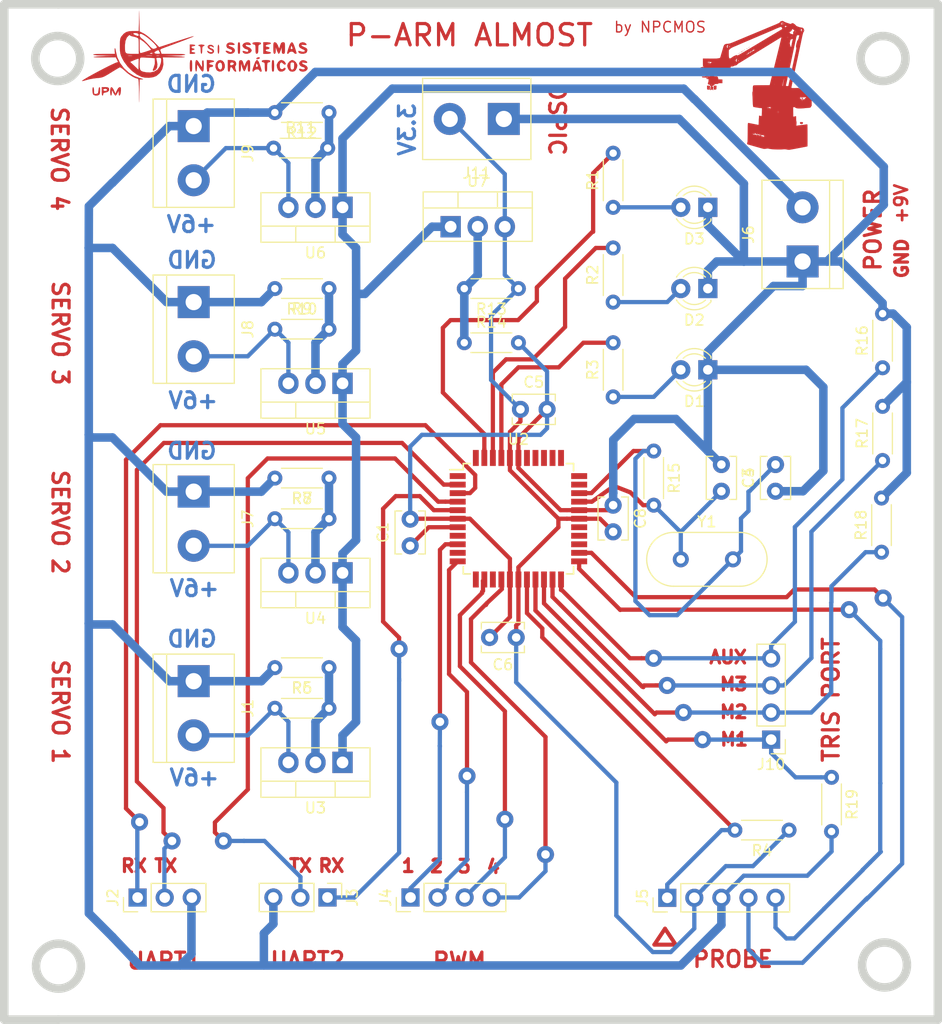
<source format=kicad_pcb>
(kicad_pcb (version 20171130) (host pcbnew "(5.1.5)-3")
  (layers (0 F.Cu signal) (31 B.Cu signal) (34 B.Paste user) (35 F.Paste user) (36 B.SilkS user) (37 F.SilkS user) (38 B.Mask user) (39 F.Mask user) (44 Edge.Cuts user))
  (net 0 "")
  (net 1 "Net-(C3-Pad2)")
  (net 2 GND)
  (net 3 "Net-(C4-Pad2)")
  (net 4 +3V3)
  (net 5 "Net-(D1-Pad2)")
  (net 6 "Net-(D2-Pad2)")
  (net 7 "Net-(D3-Pad2)")
  (net 8 "Net-(J2-Pad2)")
  (net 9 "Net-(J2-Pad1)")
  (net 10 "Net-(J3-Pad1)")
  (net 11 "Net-(J3-Pad2)")
  (net 12 "Net-(J4-Pad1)")
  (net 13 "Net-(J4-Pad2)")
  (net 14 "Net-(J4-Pad3)")
  (net 15 "Net-(J4-Pad4)")
  (net 16 "Net-(J5-Pad1)")
  (net 17 "Net-(J6-Pad2)")
  (net 18 "Net-(R1-Pad2)")
  (net 19 "Net-(R2-Pad2)")
  (net 20 "Net-(R3-Pad2)")
  (net 21 "Net-(R5-Pad2)")
  (net 22 "Net-(R7-Pad2)")
  (net 23 "Net-(R10-Pad1)")
  (net 24 "Net-(R11-Pad2)")
  (net 25 "Net-(R13-Pad2)")
  (net 26 "Net-(U2-Pad1)")
  (net 27 "Net-(U2-Pad8)")
  (net 28 "Net-(U2-Pad10)")
  (net 29 "Net-(U2-Pad12)")
  (net 30 "Net-(U2-Pad14)")
  (net 31 "Net-(U2-Pad25)")
  (net 32 "Net-(U2-Pad26)")
  (net 33 "Net-(U2-Pad27)")
  (net 34 "Net-(U2-Pad32)")
  (net 35 "Net-(U2-Pad33)")
  (net 36 "Net-(U2-Pad34)")
  (net 37 "Net-(U2-Pad35)")
  (net 38 "Net-(U2-Pad36)")
  (net 39 "Net-(U2-Pad37)")
  (net 40 "Net-(U2-Pad38)")
  (net 41 "Net-(U2-Pad44)")
  (net 42 "Net-(C1-Pad1)")
  (net 43 "Net-(J1-Pad2)")
  (net 44 "Net-(J5-Pad4)")
  (net 45 "Net-(J5-Pad5)")
  (net 46 "Net-(J7-Pad2)")
  (net 47 "Net-(J8-Pad2)")
  (net 48 "Net-(J9-Pad2)")
  (net 49 "Net-(J10-Pad1)")
  (net 50 "Net-(J10-Pad2)")
  (net 51 "Net-(J10-Pad3)")
  (net 52 "Net-(J10-Pad4)")
  (module LED_THT:LED_D3.0mm (layer F.Cu) (at 200.66 77.47 180)
    (fp_text reference D3 (at 1.27 -2.96) (layer F.SilkS))
    (fp_text value LED)
    (pad 1 thru_hole rect (at 0 0 180) (size 1.8 1.8) (drill 0.9) (layers *.Cu *.Mask) (net 2 GND))
    (pad 2 thru_hole circle (at 2.54 0 180) (size 1.8 1.8) (drill 0.9) (layers *.Cu *.Mask) (net 7 "Net-(D3-Pad2)"))
  )
  (module Logo:logoUni (layer F.Cu) (at 152.62 63.29)
    (fp_text reference G*** hide)
    (fp_text value LOGO hide)
    (fp_poly (pts (xy -7.572205 -0.692208) (xy -7.532269 -0.497723) (xy -7.526859 -0.455348) (xy -7.389742 0.10978) (xy -7.127814 0.647013) (xy -6.761316 1.133515) (xy -6.310493 1.546453) (xy -5.795586 1.862992) (xy -5.313256 2.04167) (xy -5.076029 2.107798) (xy -4.97278 2.148872) (xy -4.995329 2.169128) (xy -5.059917 2.172959) (xy -5.293834 2.177143) (xy -5.316012 3.247571) (xy -5.338191 4.318) (xy -5.354238 3.211285) (xy -5.362391 2.781629) (xy -5.373925 2.476996) (xy -5.391155 2.277271) (xy -5.416393 2.162338) (xy -5.451956 2.112083) (xy -5.481555 2.104571) (xy -5.671 2.057847) (xy -5.928859 1.932284) (xy -6.219074 1.749801) (xy -6.505586 1.532315) (xy -6.678293 1.37718) (xy -6.886406 1.19231) (xy -7.055932 1.075199) (xy -7.157802 1.0459) (xy -7.158242 1.046064) (xy -7.25654 1.098002) (xy -7.449505 1.21074) (xy -7.709087 1.367574) (xy -8.001767 1.548388) (xy -8.325038 1.747058) (xy -8.563878 1.881094) (xy -8.755481 1.965073) (xy -8.93704 2.013574) (xy -9.145745 2.041176) (xy -9.289143 2.052997) (xy -9.641335 2.095599) (xy -10.013839 2.16567) (xy -10.286479 2.236569) (xy -10.509502 2.300713) (xy -10.659853 2.332023) (xy -10.705206 2.32378) (xy -10.705074 2.323562) (xy -10.61762 2.251469) (xy -10.422037 2.127142) (xy -10.140494 1.962296) (xy -9.795157 1.768645) (xy -9.408193 1.557906) (xy -9.00177 1.341792) (xy -8.598056 1.13202) (xy -8.219218 0.940304) (xy -7.887422 0.778359) (xy -7.624836 0.657901) (xy -7.453629 0.590644) (xy -7.406984 0.580571) (xy -7.341979 0.562384) (xy -7.34631 0.486476) (xy -7.422809 0.320827) (xy -7.431441 0.304074) (xy -7.533168 0.107356) (xy -8.538155 0.115452) (xy -8.90891 0.11539) (xy -9.228866 0.109607) (xy -9.469348 0.099048) (xy -9.60168 0.084659) (xy -9.615714 0.079916) (xy -9.573393 0.062409) (xy -9.408873 0.042888) (xy -9.145043 0.02322) (xy -8.804795 0.005272) (xy -8.599714 -0.002961) (xy -7.511143 -0.042208) (xy -8.581571 -0.05739) (xy -9.011465 -0.068238) (xy -9.342782 -0.086523) (xy -9.560725 -0.11103) (xy -9.6505 -0.140547) (xy -9.652 -0.145143) (xy -9.581748 -0.175366) (xy -9.379988 -0.198174) (xy -9.060208 -0.21261) (xy -8.635899 -0.217714) (xy -7.608879 -0.217714) (xy -7.630427 -0.467822) (xy -7.635357 -0.678952) (xy -7.611259 -0.753183) (xy -7.572205 -0.692208)) (layer F.Cu) (width 0.01))
    (fp_poly (pts (xy -9.021439 2.96555) (xy -9.001388 3.119226) (xy -9.005747 3.312283) (xy -9.033159 3.493117) (xy -9.082269 3.610126) (xy -9.085943 3.614057) (xy -9.243118 3.686845) (xy -9.447641 3.692394) (xy -9.618232 3.630703) (xy -9.637485 3.614057) (xy -9.68876 3.501362) (xy -9.717208 3.322336) (xy -9.721776 3.128556) (xy -9.701411 2.971598) (xy -9.655062 2.903039) (xy -9.652 2.902857) (xy -9.608985 2.967778) (xy -9.582964 3.132284) (xy -9.579428 3.234249) (xy -9.573715 3.43613) (xy -9.540944 3.529146) (xy -9.457672 3.549528) (xy -9.379857 3.542677) (xy -9.252069 3.51164) (xy -9.188767 3.428751) (xy -9.160999 3.250773) (xy -9.15797 3.211285) (xy -9.129986 3.022828) (xy -9.086012 2.913727) (xy -9.067256 2.902857) (xy -9.021439 2.96555)) (layer F.Cu) (width 0.01))
    (fp_poly (pts (xy -8.321677 2.915569) (xy -8.211148 2.966165) (xy -8.160282 3.060613) (xy -8.171303 3.226807) (xy -8.296678 3.352493) (xy -8.506176 3.40986) (xy -8.541013 3.410857) (xy -8.676009 3.450921) (xy -8.708571 3.556) (xy -8.738962 3.673926) (xy -8.781142 3.701143) (xy -8.820885 3.635527) (xy -8.847245 3.466265) (xy -8.853714 3.302) (xy -8.853714 3.156857) (xy -8.708571 3.156857) (xy -8.645485 3.244408) (xy -8.527143 3.265714) (xy -8.381224 3.227862) (xy -8.345714 3.156857) (xy -8.4088 3.069306) (xy -8.527143 3.048) (xy -8.673061 3.085852) (xy -8.708571 3.156857) (xy -8.853714 3.156857) (xy -8.853714 2.902857) (xy -8.532033 2.902857) (xy -8.321677 2.915569)) (layer F.Cu) (width 0.01))
    (fp_poly (pts (xy -7.086282 2.923346) (xy -7.051786 3.006637) (xy -7.049164 3.187819) (xy -7.053779 3.278153) (xy -7.085011 3.503876) (xy -7.137494 3.648923) (xy -7.195185 3.698393) (xy -7.242042 3.63739) (xy -7.261784 3.471333) (xy -7.266425 3.229428) (xy -7.383807 3.465285) (xy -7.475274 3.620331) (xy -7.549546 3.698783) (xy -7.558861 3.701143) (xy -7.625165 3.642893) (xy -7.722607 3.496763) (xy -7.760201 3.429) (xy -7.903871 3.156857) (xy -7.907078 3.429) (xy -7.926245 3.604002) (xy -7.969746 3.696698) (xy -7.982857 3.701143) (xy -8.022599 3.635527) (xy -8.048959 3.466265) (xy -8.055428 3.302) (xy -8.034333 3.037266) (xy -7.975236 2.91113) (xy -7.884426 2.925209) (xy -7.768189 3.081123) (xy -7.703175 3.211285) (xy -7.563143 3.519714) (xy -7.428286 3.212024) (xy -7.303289 2.994503) (xy -7.179144 2.905078) (xy -7.162636 2.903595) (xy -7.086282 2.923346)) (layer F.Cu) (width 0.01))
    (fp_poly (pts (xy -5.313561 -3.28508) (xy -5.297714 -2.324731) (xy -4.916714 -2.132553) (xy -4.685996 -1.987406) (xy -4.402431 -1.766459) (xy -4.108226 -1.503597) (xy -3.996291 -1.393569) (xy -3.456868 -0.846763) (xy -2.310993 -1.226221) (xy -1.626076 -1.45131) (xy -1.077282 -1.627984) (xy -0.664026 -1.756592) (xy -0.385725 -1.837485) (xy -0.241798 -1.871015) (xy -0.231659 -1.857531) (xy -0.354726 -1.797385) (xy -0.610416 -1.690926) (xy -0.998146 -1.538507) (xy -1.517332 -1.340476) (xy -2.167391 -1.097185) (xy -2.947741 -0.808985) (xy -3.094561 -0.755093) (xy -3.278406 -0.681075) (xy -3.352371 -0.614004) (xy -3.34382 -0.513597) (xy -3.314508 -0.431287) (xy -3.233893 -0.217714) (xy -2.124946 -0.217714) (xy -1.675907 -0.213102) (xy -1.333636 -0.199791) (xy -1.110239 -0.178576) (xy -1.017822 -0.150247) (xy -1.016 -0.145143) (xy -1.086185 -0.11535) (xy -1.287286 -0.090286) (xy -1.605119 -0.071077) (xy -2.025502 -0.058848) (xy -2.122714 -0.057311) (xy -3.229428 -0.04205) (xy -2.104571 -0.002882) (xy -1.726047 0.0131) (xy -1.411127 0.031801) (xy -1.182398 0.051434) (xy -1.062447 0.07021) (xy -1.052285 0.080444) (xy -1.14801 0.095989) (xy -1.360139 0.107964) (xy -1.659954 0.115398) (xy -2.018739 0.117322) (xy -2.127387 0.11673) (xy -3.129917 0.108857) (xy -3.085026 0.348145) (xy -3.066348 0.793674) (xy -3.171034 1.210544) (xy -3.386731 1.570103) (xy -3.701085 1.843694) (xy -3.739574 1.866415) (xy -4.040379 1.975992) (xy -4.414483 2.026114) (xy -4.80131 2.013398) (xy -5.116285 1.943316) (xy -5.559864 1.723661) (xy -6.002363 1.392635) (xy -6.412172 0.980762) (xy -6.746211 0.533908) (xy -6.187248 0.533908) (xy -5.79691 0.901954) (xy -5.406571 1.27) (xy -5.384917 0.771559) (xy -5.383891 0.730925) (xy -5.297714 0.730925) (xy -5.289888 1.049599) (xy -5.25001 1.255333) (xy -5.153478 1.380139) (xy -4.975691 1.456028) (xy -4.695622 1.514376) (xy -4.294015 1.531167) (xy -3.923341 1.445365) (xy -3.62686 1.267433) (xy -3.609969 1.251766) (xy -3.413352 0.975492) (xy -3.293553 0.618514) (xy -3.266119 0.344714) (xy -3.282515 0.209358) (xy -3.361628 0.154585) (xy -3.514648 0.145143) (xy -3.680011 0.152996) (xy -3.733058 0.204942) (xy -3.70661 0.343559) (xy -3.696077 0.380521) (xy -3.629083 0.739748) (xy -3.647493 1.031009) (xy -3.748819 1.230812) (xy -3.789862 1.265885) (xy -3.967627 1.367984) (xy -4.051268 1.359614) (xy -4.040522 1.241014) (xy -3.977844 1.094846) (xy -3.864538 0.708425) (xy -3.859949 0.496132) (xy -3.882571 0.181428) (xy -4.499428 0.142299) (xy -4.792192 0.127588) (xy -5.033706 0.122545) (xy -5.183964 0.127758) (xy -5.207 0.131921) (xy -5.259222 0.212055) (xy -5.288977 0.418109) (xy -5.297714 0.730925) (xy -5.383891 0.730925) (xy -5.378507 0.517933) (xy -5.382336 0.327607) (xy -5.395563 0.240866) (xy -5.396013 0.240367) (xy -5.474709 0.248835) (xy -5.644154 0.304718) (xy -5.808006 0.370762) (xy -6.187248 0.533908) (xy -6.746211 0.533908) (xy -6.75768 0.518566) (xy -6.947186 0.175393) (xy -7.037982 -0.035449) (xy -6.417506 -0.035449) (xy -6.33907 -0.024021) (xy -6.204857 -0.020757) (xy -6.032752 -0.025368) (xy -5.969843 -0.038303) (xy -5.970885 -0.03869) (xy -4.714352 -0.03869) (xy -4.636335 -0.028616) (xy -4.447374 -0.023939) (xy -4.390571 -0.023814) (xy -4.184611 -0.027442) (xy -4.135896 -0.03221) (xy -3.758661 -0.03221) (xy -3.671434 -0.020184) (xy -3.592285 -0.018302) (xy -3.442927 -0.024143) (xy -3.404378 -0.040589) (xy -3.428154 -0.049863) (xy -3.602429 -0.06338) (xy -3.718439 -0.051327) (xy -3.758661 -0.03221) (xy -4.135896 -0.03221) (xy -4.091593 -0.036546) (xy -4.125805 -0.049349) (xy -4.156333 -0.052963) (xy -4.412614 -0.064575) (xy -4.65599 -0.053378) (xy -4.664333 -0.052377) (xy -4.714352 -0.03869) (xy -5.970885 -0.03869) (xy -6.004288 -0.051086) (xy -6.203381 -0.064153) (xy -6.367145 -0.052076) (xy -6.417506 -0.035449) (xy -7.037982 -0.035449) (xy -7.044707 -0.051064) (xy -7.104795 -0.25428) (xy -7.136141 -0.483147) (xy -7.147432 -0.786557) (xy -7.148285 -0.95625) (xy -7.14812 -0.968747) (xy -6.67558 -0.968747) (xy -6.671221 -0.632609) (xy -6.643917 -0.415563) (xy -6.569502 -0.291563) (xy -6.423807 -0.234563) (xy -6.182662 -0.218518) (xy -5.978678 -0.217714) (xy -5.370285 -0.217714) (xy -5.370285 -0.245536) (xy -4.354285 -0.245536) (xy -4.293214 -0.222892) (xy -4.209143 -0.217714) (xy -4.091173 -0.245288) (xy -4.064 -0.283492) (xy -4.088754 -0.299481) (xy -3.912425 -0.299481) (xy -3.802975 -0.235582) (xy -3.626018 -0.217714) (xy -3.442715 -0.223342) (xy -3.375584 -0.255371) (xy -3.395697 -0.336521) (xy -3.418134 -0.381) (xy -3.488472 -0.512015) (xy -3.520166 -0.565146) (xy -3.590116 -0.553753) (xy -3.72805 -0.499069) (xy -3.889574 -0.393166) (xy -3.912425 -0.299481) (xy -4.088754 -0.299481) (xy -4.121794 -0.320822) (xy -4.209143 -0.311313) (xy -4.326384 -0.269184) (xy -4.354285 -0.245536) (xy -5.370285 -0.245536) (xy -5.370285 -0.945225) (xy -5.370309 -0.951775) (xy -5.297714 -0.951775) (xy -5.292049 -0.618821) (xy -5.273191 -0.411126) (xy -5.238344 -0.309178) (xy -5.202948 -0.290286) (xy -5.088526 -0.312361) (xy -4.883767 -0.369946) (xy -4.658503 -0.442145) (xy -4.208824 -0.594004) (xy -4.347495 -0.786859) (xy -4.606857 -1.085074) (xy -4.928817 -1.367619) (xy -5.098143 -1.486666) (xy -5.297714 -1.613265) (xy -5.297714 -0.951775) (xy -5.370309 -0.951775) (xy -5.371522 -1.275543) (xy -5.380072 -1.489997) (xy -5.403197 -1.617867) (xy -5.44816 -1.688431) (xy -5.522222 -1.730968) (xy -5.569857 -1.74988) (xy -5.793866 -1.819644) (xy -6.003844 -1.866203) (xy -6.150111 -1.910363) (xy -6.198949 -1.966768) (xy -6.195822 -1.974048) (xy -6.213598 -1.993772) (xy -6.306141 -1.947316) (xy -6.498601 -1.745204) (xy -6.624271 -1.43205) (xy -6.674936 -1.029608) (xy -6.67558 -0.968747) (xy -7.14812 -0.968747) (xy -7.143732 -1.299716) (xy -7.126132 -1.533886) (xy -7.089571 -1.69443) (xy -7.028136 -1.817019) (xy -6.998658 -1.858909) (xy -6.817321 -2.068286) (xy -6.096 -2.068286) (xy -6.059714 -2.032) (xy -6.023428 -2.068286) (xy -6.059714 -2.104572) (xy -6.096 -2.068286) (xy -6.817321 -2.068286) (xy -6.78305 -2.107855) (xy -6.752641 -2.128702) (xy -5.902536 -2.128702) (xy -5.874399 -2.073068) (xy -5.746062 -1.991104) (xy -5.678774 -1.95879) (xy -5.47603 -1.89047) (xy -5.380163 -1.916819) (xy -5.381282 -1.938742) (xy -5.299319 -1.938742) (xy -5.236032 -1.794938) (xy -5.115218 -1.667294) (xy -5.08299 -1.646168) (xy -4.930304 -1.529847) (xy -4.725946 -1.340186) (xy -4.510914 -1.115559) (xy -4.484276 -1.085748) (xy -4.280476 -0.864896) (xy -4.137155 -0.73913) (xy -4.025923 -0.688782) (xy -3.918857 -0.694077) (xy -3.758045 -0.747018) (xy -3.678861 -0.793045) (xy -3.68121 -0.882729) (xy -3.780907 -1.032988) (xy -3.954601 -1.223792) (xy -4.178939 -1.435109) (xy -4.430568 -1.646907) (xy -4.686137 -1.839154) (xy -4.922293 -1.991818) (xy -5.115683 -2.084868) (xy -5.207 -2.103891) (xy -5.293501 -2.055972) (xy -5.299319 -1.938742) (xy -5.381282 -1.938742) (xy -5.386437 -2.03972) (xy -5.397448 -2.07068) (xy -5.489858 -2.141312) (xy -5.654315 -2.176355) (xy -5.820352 -2.167714) (xy -5.902536 -2.128702) (xy -6.752641 -2.128702) (xy -6.560388 -2.260497) (xy -6.28622 -2.33726) (xy -5.916094 -2.358569) (xy -5.911229 -2.358572) (xy -5.374245 -2.358572) (xy -5.351827 -3.302) (xy -5.329409 -4.245429) (xy -5.313561 -3.28508)) (layer F.Cu) (width 0.01))
    (fp_poly (pts (xy -0.414295 0.391368) (xy -0.38059 0.494402) (xy -0.365351 0.698204) (xy -0.362857 0.907143) (xy -0.368559 1.194239) (xy -0.389166 1.362761) (xy -0.429926 1.438958) (xy -0.471714 1.451428) (xy -0.529133 1.422917) (xy -0.562838 1.319884) (xy -0.578077 1.116081) (xy -0.580571 0.907143) (xy -0.574869 0.620047) (xy -0.554262 0.451524) (xy -0.513502 0.375328) (xy -0.471714 0.362857) (xy -0.414295 0.391368)) (layer F.Cu) (width 0.01))
    (fp_poly (pts (xy 0.175926 0.457277) (xy 0.329581 0.688018) (xy 0.330408 0.689428) (xy 0.444249 0.873268) (xy 0.529318 0.99172) (xy 0.556731 1.016) (xy 0.573552 0.951642) (xy 0.574205 0.790043) (xy 0.569794 0.713013) (xy 0.57524 0.491381) (xy 0.627898 0.384381) (xy 0.636816 0.380394) (xy 0.685084 0.408209) (xy 0.713568 0.542198) (xy 0.725123 0.799072) (xy 0.725715 0.901095) (xy 0.714744 1.220159) (xy 0.677364 1.398874) (xy 0.606879 1.440687) (xy 0.496588 1.349047) (xy 0.339794 1.127404) (xy 0.326572 1.106584) (xy 0.108857 0.762) (xy 0.086738 1.106714) (xy 0.059481 1.341574) (xy 0.022182 1.442384) (xy -0.017196 1.419114) (xy -0.050695 1.281737) (xy -0.070355 1.040224) (xy -0.072571 0.907143) (xy -0.058705 0.585153) (xy -0.014887 0.404046) (xy 0.062213 0.36202) (xy 0.175926 0.457277)) (layer F.Cu) (width 0.01))
    (fp_poly (pts (xy 1.360715 0.377024) (xy 1.581735 0.409344) (xy 1.690089 0.460787) (xy 1.676922 0.515894) (xy 1.533377 0.559209) (xy 1.469572 0.567026) (xy 1.301847 0.614981) (xy 1.231762 0.69357) (xy 1.26781 0.7667) (xy 1.415143 0.798285) (xy 1.561062 0.836137) (xy 1.596572 0.907143) (xy 1.533485 0.994694) (xy 1.415143 1.016) (xy 1.285481 1.039432) (xy 1.238047 1.139039) (xy 1.233715 1.233714) (xy 1.20126 1.406559) (xy 1.124857 1.451428) (xy 1.067617 1.423053) (xy 1.033931 1.320464) (xy 1.018599 1.117464) (xy 1.016 0.903166) (xy 1.016 0.354904) (xy 1.360715 0.377024)) (layer F.Cu) (width 0.01))
    (fp_poly (pts (xy 2.472885 0.425964) (xy 2.618562 0.588289) (xy 2.698664 0.80934) (xy 2.700074 1.048626) (xy 2.609671 1.265653) (xy 2.579326 1.302926) (xy 2.386993 1.426684) (xy 2.168749 1.441231) (xy 1.977536 1.347608) (xy 1.927258 1.290138) (xy 1.827105 1.050786) (xy 1.827203 0.922086) (xy 2.032866 0.922086) (xy 2.0818 1.103906) (xy 2.148546 1.19475) (xy 2.281595 1.265544) (xy 2.388075 1.211357) (xy 2.448809 1.052164) (xy 2.452956 0.877672) (xy 2.409123 0.68051) (xy 2.311745 0.596199) (xy 2.294696 0.592177) (xy 2.149983 0.622235) (xy 2.05915 0.746867) (xy 2.032866 0.922086) (xy 1.827203 0.922086) (xy 1.827297 0.800629) (xy 1.913678 0.577443) (xy 2.072093 0.419002) (xy 2.274753 0.362857) (xy 2.472885 0.425964)) (layer F.Cu) (width 0.01))
    (fp_poly (pts (xy 3.451818 0.383743) (xy 3.626304 0.434374) (xy 3.633343 0.437982) (xy 3.734789 0.554441) (xy 3.773431 0.71986) (xy 3.739957 0.866608) (xy 3.698191 0.908967) (xy 3.658286 0.986187) (xy 3.682877 1.146057) (xy 3.755152 1.360714) (xy 3.759794 1.44936) (xy 3.695995 1.454953) (xy 3.600361 1.394601) (xy 3.509494 1.285413) (xy 3.483429 1.233714) (xy 3.393348 1.083426) (xy 3.298062 1.016245) (xy 3.293196 1.016) (xy 3.216285 1.081345) (xy 3.193143 1.233714) (xy 3.160688 1.406559) (xy 3.084286 1.451428) (xy 3.026867 1.422917) (xy 2.993162 1.319884) (xy 2.977923 1.116081) (xy 2.975429 0.907143) (xy 2.975429 0.725714) (xy 3.193143 0.725714) (xy 3.222073 0.844912) (xy 3.326442 0.862477) (xy 3.441208 0.826807) (xy 3.547336 0.739759) (xy 3.534818 0.642082) (xy 3.417073 0.583359) (xy 3.374572 0.580571) (xy 3.232302 0.614589) (xy 3.193143 0.725714) (xy 2.975429 0.725714) (xy 2.975429 0.362857) (xy 3.2342 0.362857) (xy 3.451818 0.383743)) (layer F.Cu) (width 0.01))
    (fp_poly (pts (xy 5.007547 0.37502) (xy 5.051938 0.431619) (xy 5.073261 0.562819) (xy 5.079728 0.798785) (xy 5.08 0.907143) (xy 5.074298 1.194239) (xy 5.053691 1.362761) (xy 5.012931 1.438958) (xy 4.971143 1.451428) (xy 4.903239 1.412523) (xy 4.867558 1.278232) (xy 4.856662 1.070428) (xy 4.851037 0.689428) (xy 4.723397 1.052285) (xy 4.640552 1.255312) (xy 4.564885 1.387) (xy 4.52945 1.415143) (xy 4.471289 1.352313) (xy 4.393373 1.191052) (xy 4.341961 1.052285) (xy 4.22078 0.689428) (xy 4.214961 1.070428) (xy 4.195185 1.299765) (xy 4.150636 1.435041) (xy 4.091111 1.457257) (xy 4.046559 1.397) (xy 4.033676 1.301097) (xy 4.025632 1.104262) (xy 4.024133 0.870857) (xy 4.030629 0.614846) (xy 4.052692 0.469813) (xy 4.101538 0.401657) (xy 4.186742 0.37651) (xy 4.296031 0.387054) (xy 4.37242 0.47897) (xy 4.437145 0.658863) (xy 4.528521 0.963848) (xy 4.656142 0.663353) (xy 4.772701 0.451959) (xy 4.895377 0.366676) (xy 4.931882 0.362857) (xy 5.007547 0.37502)) (layer F.Cu) (width 0.01))
    (fp_poly (pts (xy 5.876438 0.515172) (xy 5.989794 0.799027) (xy 6.009144 0.857863) (xy 6.100064 1.143982) (xy 6.148516 1.319218) (xy 6.156818 1.410752) (xy 6.127283 1.445762) (xy 6.062229 1.451428) (xy 6.059715 1.451428) (xy 5.963502 1.393337) (xy 5.950858 1.342571) (xy 5.886647 1.256551) (xy 5.730866 1.233714) (xy 5.55288 1.267759) (xy 5.469101 1.342571) (xy 5.395148 1.438543) (xy 5.321003 1.432278) (xy 5.297715 1.356663) (xy 5.31979 1.242233) (xy 5.377372 1.037478) (xy 5.421048 0.901207) (xy 5.616522 0.901207) (xy 5.623259 0.998234) (xy 5.689093 1.016) (xy 5.789769 0.970178) (xy 5.804603 0.925285) (xy 5.780371 0.820871) (xy 5.729231 0.720895) (xy 5.680151 0.67069) (xy 5.661683 0.701636) (xy 5.635987 0.842103) (xy 5.616522 0.901207) (xy 5.421048 0.901207) (xy 5.44952 0.812377) (xy 5.564201 0.524152) (xy 5.669605 0.37822) (xy 5.771696 0.375065) (xy 5.876438 0.515172)) (layer F.Cu) (width 0.01))
    (fp_poly (pts (xy 6.808422 0.37263) (xy 6.932348 0.406923) (xy 6.966858 0.471714) (xy 6.906355 0.560367) (xy 6.821715 0.580571) (xy 6.740649 0.596459) (xy 6.696846 0.666251) (xy 6.67924 0.82314) (xy 6.676572 1.016) (xy 6.668212 1.268833) (xy 6.638576 1.404579) (xy 6.580831 1.45057) (xy 6.567715 1.451428) (xy 6.504506 1.417988) (xy 6.47057 1.299445) (xy 6.459072 1.068464) (xy 6.458858 1.016) (xy 6.453562 0.772804) (xy 6.430298 0.641394) (xy 6.378001 0.588576) (xy 6.313715 0.580571) (xy 6.195511 0.535194) (xy 6.168572 0.471714) (xy 6.204406 0.406067) (xy 6.330146 0.372269) (xy 6.567715 0.362857) (xy 6.808422 0.37263)) (layer F.Cu) (width 0.01))
    (fp_poly (pts (xy 7.278277 0.391368) (xy 7.311981 0.494402) (xy 7.32722 0.698204) (xy 7.329715 0.907143) (xy 7.324012 1.194239) (xy 7.303406 1.362761) (xy 7.262645 1.438958) (xy 7.220858 1.451428) (xy 7.163438 1.422917) (xy 7.129734 1.319884) (xy 7.114495 1.116081) (xy 7.112 0.907143) (xy 7.117703 0.620047) (xy 7.138309 0.451524) (xy 7.17907 0.375328) (xy 7.220858 0.362857) (xy 7.278277 0.391368)) (layer F.Cu) (width 0.01))
    (fp_poly (pts (xy 8.188003 0.416242) (xy 8.339684 0.542763) (xy 8.416721 0.69197) (xy 8.418286 0.713286) (xy 8.373852 0.790941) (xy 8.271962 0.774564) (xy 8.164638 0.677637) (xy 8.04218 0.581575) (xy 7.933025 0.610276) (xy 7.862388 0.743848) (xy 7.851442 0.924702) (xy 7.885065 1.113595) (xy 7.961528 1.200339) (xy 8.037286 1.220619) (xy 8.163612 1.209982) (xy 8.200572 1.16619) (xy 8.259271 1.097358) (xy 8.309429 1.088571) (xy 8.407045 1.128168) (xy 8.388034 1.233674) (xy 8.304245 1.337388) (xy 8.118641 1.434346) (xy 7.898365 1.438289) (xy 7.787826 1.394412) (xy 7.679401 1.259874) (xy 7.602088 1.052088) (xy 7.578555 0.842701) (xy 7.59045 0.770557) (xy 7.711016 0.538211) (xy 7.887673 0.393575) (xy 8.019143 0.362857) (xy 8.188003 0.416242)) (layer F.Cu) (width 0.01))
    (fp_poly (pts (xy 9.206689 0.424483) (xy 9.371232 0.575882) (xy 9.483441 0.766837) (xy 9.506858 0.885415) (xy 9.46433 1.084638) (xy 9.362442 1.28526) (xy 9.260136 1.395889) (xy 9.123922 1.441109) (xy 9.035143 1.449206) (xy 8.874361 1.424047) (xy 8.81015 1.395889) (xy 8.688245 1.254896) (xy 8.593627 1.04894) (xy 8.566325 0.901095) (xy 8.853715 0.901095) (xy 8.873419 1.118951) (xy 8.92598 1.241499) (xy 8.944429 1.253262) (xy 9.098102 1.261454) (xy 9.186883 1.149853) (xy 9.216534 0.910966) (xy 9.216572 0.899378) (xy 9.208618 0.700901) (xy 9.16985 0.608031) (xy 9.077909 0.581479) (xy 9.035143 0.580571) (xy 8.922415 0.594448) (xy 8.86952 0.662213) (xy 8.854269 0.823066) (xy 8.853715 0.901095) (xy 8.566325 0.901095) (xy 8.563429 0.885415) (xy 8.619059 0.695379) (xy 8.755727 0.513101) (xy 8.928103 0.388798) (xy 9.035143 0.362857) (xy 9.206689 0.424483)) (layer F.Cu) (width 0.01))
    (fp_poly (pts (xy 10.235081 0.412115) (xy 10.388278 0.500461) (xy 10.433833 0.567146) (xy 10.421611 0.624844) (xy 10.311266 0.630262) (xy 10.194584 0.611749) (xy 10.017819 0.589123) (xy 9.952548 0.615456) (xy 9.956487 0.659458) (xy 10.046386 0.751887) (xy 10.15746 0.797686) (xy 10.332278 0.889391) (xy 10.423263 0.984482) (xy 10.482485 1.116218) (xy 10.442105 1.241441) (xy 10.408925 1.291508) (xy 10.252104 1.409268) (xy 10.038721 1.452931) (xy 9.832299 1.417931) (xy 9.723116 1.340817) (xy 9.66545 1.222883) (xy 9.72232 1.172833) (xy 9.873017 1.205878) (xy 9.894234 1.215148) (xy 10.054596 1.251316) (xy 10.17708 1.220819) (xy 10.218208 1.140428) (xy 10.201301 1.096685) (xy 10.093311 1.026869) (xy 10.021822 1.016) (xy 9.878649 0.965184) (xy 9.757013 0.866609) (xy 9.673993 0.697605) (xy 9.735846 0.533807) (xy 9.888878 0.406779) (xy 10.045874 0.374195) (xy 10.235081 0.412115)) (layer F.Cu) (width 0.01))
    (fp_poly (pts (xy 5.965154 0.117693) (xy 5.985634 0.185094) (xy 5.940463 0.225674) (xy 5.79505 0.283134) (xy 5.685988 0.271411) (xy 5.660572 0.225478) (xy 5.720233 0.145173) (xy 5.848097 0.100695) (xy 5.965154 0.117693)) (layer F.Cu) (width 0.01))
    (fp_poly (pts (xy -0.158685 -1.070344) (xy -0.074765 -1.025524) (xy -0.072571 -1.016) (xy -0.134676 -0.961447) (xy -0.254 -0.943429) (xy -0.399918 -0.905577) (xy -0.435428 -0.834572) (xy -0.374926 -0.745919) (xy -0.290285 -0.725715) (xy -0.172359 -0.695323) (xy -0.145143 -0.653143) (xy -0.205925 -0.59418) (xy -0.290285 -0.580572) (xy -0.408489 -0.535195) (xy -0.435428 -0.471714) (xy -0.372342 -0.384163) (xy -0.254 -0.362857) (xy -0.117615 -0.338015) (xy -0.072571 -0.290286) (xy -0.136367 -0.242318) (xy -0.293237 -0.218341) (xy -0.326571 -0.217714) (xy -0.580571 -0.217714) (xy -0.580571 -1.088572) (xy -0.326571 -1.088572) (xy -0.158685 -1.070344)) (layer F.Cu) (width 0.01))
    (fp_poly (pts (xy 0.689778 -1.072476) (xy 0.790884 -1.032268) (xy 0.798286 -1.016) (xy 0.739506 -0.951616) (xy 0.689429 -0.943429) (xy 0.620973 -0.904583) (xy 0.587538 -0.770091) (xy 0.580572 -0.580572) (xy 0.567518 -0.373582) (xy 0.534142 -0.242202) (xy 0.508 -0.217714) (xy 0.466602 -0.282983) (xy 0.440326 -0.449865) (xy 0.435429 -0.580572) (xy 0.423775 -0.808759) (xy 0.383428 -0.920209) (xy 0.326572 -0.943429) (xy 0.229996 -0.982615) (xy 0.217715 -1.016) (xy 0.282096 -1.061445) (xy 0.44293 -1.086721) (xy 0.508 -1.088572) (xy 0.689778 -1.072476)) (layer F.Cu) (width 0.01))
    (fp_poly (pts (xy 1.457842 -1.056861) (xy 1.608637 -0.975815) (xy 1.669143 -0.847457) (xy 1.634576 -0.81515) (xy 1.582058 -0.856343) (xy 1.46313 -0.925261) (xy 1.335604 -0.940064) (xy 1.254828 -0.901359) (xy 1.251824 -0.852715) (xy 1.340787 -0.765522) (xy 1.421157 -0.737735) (xy 1.601106 -0.653994) (xy 1.688207 -0.506893) (xy 1.663778 -0.352832) (xy 1.534018 -0.244066) (xy 1.3482 -0.226526) (xy 1.164677 -0.302127) (xy 1.126585 -0.335211) (xy 1.05059 -0.441619) (xy 1.05004 -0.493659) (xy 1.127528 -0.486642) (xy 1.176867 -0.448734) (xy 1.319111 -0.374441) (xy 1.474523 -0.375507) (xy 1.558929 -0.433232) (xy 1.527862 -0.502366) (xy 1.396865 -0.58764) (xy 1.345497 -0.610958) (xy 1.158252 -0.729977) (xy 1.084113 -0.864951) (xy 1.128005 -0.986293) (xy 1.270943 -1.059007) (xy 1.457842 -1.056861)) (layer F.Cu) (width 0.01))
    (fp_poly (pts (xy 2.143227 -1.022469) (xy 2.169435 -0.849787) (xy 2.177143 -0.653143) (xy 2.166126 -0.421209) (xy 2.137346 -0.263966) (xy 2.104572 -0.217714) (xy 2.065916 -0.283817) (xy 2.039709 -0.4565) (xy 2.032 -0.653143) (xy 2.043017 -0.885077) (xy 2.071798 -1.042321) (xy 2.104572 -1.088572) (xy 2.143227 -1.022469)) (layer F.Cu) (width 0.01))
    (fp_poly (pts (xy 3.386771 -1.268926) (xy 3.452495 -1.244481) (xy 3.603708 -1.150014) (xy 3.619592 -1.079249) (xy 3.509724 -1.047598) (xy 3.338286 -1.060704) (xy 3.133134 -1.070249) (xy 3.047397 -1.030095) (xy 3.089124 -0.962831) (xy 3.266358 -0.891046) (xy 3.276866 -0.888274) (xy 3.469404 -0.802018) (xy 3.602477 -0.683262) (xy 3.652733 -0.514717) (xy 3.59131 -0.371442) (xy 3.451268 -0.26783) (xy 3.265664 -0.218272) (xy 3.067554 -0.237162) (xy 2.889997 -0.338893) (xy 2.866572 -0.362857) (xy 2.781589 -0.467568) (xy 2.796909 -0.504267) (xy 2.856309 -0.508) (xy 3.014504 -0.470695) (xy 3.119745 -0.419103) (xy 3.258207 -0.367996) (xy 3.344666 -0.41278) (xy 3.394588 -0.526598) (xy 3.307027 -0.619994) (xy 3.131246 -0.676408) (xy 2.9322 -0.772231) (xy 2.850446 -0.944413) (xy 2.869763 -1.098627) (xy 2.978162 -1.226597) (xy 3.168252 -1.287807) (xy 3.386771 -1.268926)) (layer F.Cu) (width 0.01))
    (fp_poly (pts (xy 4.085134 -1.277774) (xy 4.118838 -1.174741) (xy 4.134078 -0.970939) (xy 4.136572 -0.762) (xy 4.130869 -0.474904) (xy 4.110263 -0.306382) (xy 4.069502 -0.230185) (xy 4.027715 -0.217714) (xy 3.970295 -0.246226) (xy 3.936591 -0.349259) (xy 3.921352 -0.553062) (xy 3.918857 -0.762) (xy 3.92456 -1.049096) (xy 3.945166 -1.217619) (xy 3.985927 -1.293815) (xy 4.027715 -1.306286) (xy 4.085134 -1.277774)) (layer F.Cu) (width 0.01))
    (fp_poly (pts (xy 4.965504 -1.280672) (xy 5.065486 -1.2192) (xy 5.147813 -1.101481) (xy 5.099778 -1.045514) (xy 4.92309 -1.052855) (xy 4.889249 -1.058823) (xy 4.716423 -1.080489) (xy 4.654441 -1.052314) (xy 4.659406 -1.007683) (xy 4.751494 -0.911408) (xy 4.832014 -0.881508) (xy 5.004608 -0.809417) (xy 5.153472 -0.685451) (xy 5.224419 -0.556091) (xy 5.225143 -0.544286) (xy 5.161664 -0.396451) (xy 5.003055 -0.287085) (xy 4.797056 -0.229079) (xy 4.591409 -0.235325) (xy 4.433855 -0.318714) (xy 4.425402 -0.328325) (xy 4.366667 -0.445298) (xy 4.422419 -0.49393) (xy 4.57367 -0.462903) (xy 4.619019 -0.443743) (xy 4.800799 -0.396405) (xy 4.881517 -0.425631) (xy 4.916696 -0.53349) (xy 4.842115 -0.624248) (xy 4.724108 -0.653143) (xy 4.575697 -0.707459) (xy 4.433296 -0.833296) (xy 4.356533 -0.974992) (xy 4.354286 -0.998388) (xy 4.417458 -1.145065) (xy 4.57368 -1.251342) (xy 4.77301 -1.301713) (xy 4.965504 -1.280672)) (layer F.Cu) (width 0.01))
    (fp_poly (pts (xy 5.937565 -1.296513) (xy 6.06149 -1.26222) (xy 6.096 -1.197429) (xy 6.036639 -1.10547) (xy 5.969 -1.088704) (xy 5.895901 -1.065795) (xy 5.85717 -0.975448) (xy 5.842994 -0.785525) (xy 5.842 -0.672812) (xy 5.833698 -0.428143) (xy 5.802341 -0.294419) (xy 5.738259 -0.238062) (xy 5.715 -0.23193) (xy 5.644287 -0.236779) (xy 5.605728 -0.306529) (xy 5.59015 -0.47122) (xy 5.588 -0.647822) (xy 5.58283 -0.892817) (xy 5.56007 -1.025848) (xy 5.508845 -1.079938) (xy 5.442857 -1.088572) (xy 5.324654 -1.133948) (xy 5.297715 -1.197429) (xy 5.333549 -1.263076) (xy 5.459289 -1.296874) (xy 5.696858 -1.306286) (xy 5.937565 -1.296513)) (layer F.Cu) (width 0.01))
    (fp_poly (pts (xy 6.908237 -1.284735) (xy 7.019924 -1.233132) (xy 7.010097 -1.171049) (xy 6.871177 -1.118061) (xy 6.761697 -1.102116) (xy 6.596141 -1.053371) (xy 6.529547 -0.973846) (xy 6.569758 -0.900672) (xy 6.712858 -0.870857) (xy 6.858776 -0.833005) (xy 6.894286 -0.762) (xy 6.8312 -0.674449) (xy 6.712858 -0.653143) (xy 6.564583 -0.620058) (xy 6.530519 -0.545555) (xy 6.602823 -0.466767) (xy 6.761697 -0.421884) (xy 6.962617 -0.379666) (xy 7.030951 -0.319341) (xy 6.974282 -0.26048) (xy 6.80019 -0.222658) (xy 6.682619 -0.217714) (xy 6.313715 -0.217714) (xy 6.313715 -1.306286) (xy 6.682619 -1.306286) (xy 6.908237 -1.284735)) (layer F.Cu) (width 0.01))
    (fp_poly (pts (xy 8.258012 -1.299156) (xy 8.311245 -1.257391) (xy 8.336924 -1.15043) (xy 8.345071 -0.947711) (xy 8.345715 -0.762) (xy 8.342287 -0.483714) (xy 8.326655 -0.320432) (xy 8.290799 -0.242076) (xy 8.226698 -0.218568) (xy 8.200572 -0.217714) (xy 8.107159 -0.241408) (xy 8.062854 -0.337344) (xy 8.0497 -0.526143) (xy 8.04397 -0.834572) (xy 7.934795 -0.526143) (xy 7.857194 -0.341246) (xy 7.787512 -0.231141) (xy 7.765143 -0.217714) (xy 7.70695 -0.279693) (xy 7.629926 -0.436302) (xy 7.595492 -0.526143) (xy 7.486316 -0.834572) (xy 7.480587 -0.526143) (xy 7.459849 -0.315913) (xy 7.402354 -0.225439) (xy 7.366 -0.217714) (xy 7.308581 -0.246226) (xy 7.274877 -0.349259) (xy 7.259637 -0.553062) (xy 7.257143 -0.762) (xy 7.260453 -1.040046) (xy 7.275856 -1.203165) (xy 7.31156 -1.281523) (xy 7.375774 -1.305284) (xy 7.405262 -1.306286) (xy 7.532535 -1.251957) (xy 7.649064 -1.076558) (xy 7.681001 -1.00579) (xy 7.808622 -0.705294) (xy 7.898653 -1.00579) (xy 7.972751 -1.200957) (xy 8.0604 -1.288768) (xy 8.167199 -1.306286) (xy 8.258012 -1.299156)) (layer F.Cu) (width 0.01))
    (fp_poly (pts (xy 9.116174 -1.204776) (xy 9.223748 -0.961557) (xy 9.274859 -0.81128) (xy 9.353337 -0.561187) (xy 9.410255 -0.367544) (xy 9.434145 -0.269508) (xy 9.434286 -0.266994) (xy 9.386391 -0.216479) (xy 9.286585 -0.234782) (xy 9.200683 -0.305828) (xy 9.190328 -0.326572) (xy 9.093778 -0.409034) (xy 8.962572 -0.435429) (xy 8.807106 -0.397439) (xy 8.734816 -0.326572) (xy 8.646225 -0.230172) (xy 8.596937 -0.217714) (xy 8.558637 -0.254406) (xy 8.569506 -0.377184) (xy 8.632583 -0.605101) (xy 8.68383 -0.762) (xy 8.686084 -0.767936) (xy 8.882236 -0.767936) (xy 8.888973 -0.670909) (xy 8.954807 -0.653143) (xy 9.05352 -0.680682) (xy 9.066328 -0.707572) (xy 9.038456 -0.815104) (xy 8.989281 -0.923896) (xy 8.945167 -0.983161) (xy 8.931387 -0.967507) (xy 8.90203 -0.82677) (xy 8.882236 -0.767936) (xy 8.686084 -0.767936) (xy 8.806987 -1.086273) (xy 8.915175 -1.267749) (xy 9.015777 -1.307045) (xy 9.116174 -1.204776)) (layer F.Cu) (width 0.01))
    (fp_poly (pts (xy 10.206342 -1.265244) (xy 10.343713 -1.163306) (xy 10.377715 -1.070769) (xy 10.315464 -1.042326) (xy 10.161894 -1.050608) (xy 10.123715 -1.057074) (xy 9.937116 -1.072817) (xy 9.876303 -1.036251) (xy 9.938589 -0.962607) (xy 10.121285 -0.867114) (xy 10.16 -0.851418) (xy 10.351806 -0.757421) (xy 10.436198 -0.653323) (xy 10.450286 -0.552677) (xy 10.395402 -0.372885) (xy 10.309914 -0.292839) (xy 10.095169 -0.227684) (xy 9.86628 -0.229609) (xy 9.686646 -0.295203) (xy 9.650545 -0.328325) (xy 9.592358 -0.445768) (xy 9.648666 -0.495132) (xy 9.799583 -0.463195) (xy 9.832262 -0.449165) (xy 10.005396 -0.404363) (xy 10.149434 -0.420606) (xy 10.217946 -0.488484) (xy 10.214276 -0.5266) (xy 10.134948 -0.595515) (xy 9.971635 -0.669872) (xy 9.939066 -0.680945) (xy 9.745531 -0.796224) (xy 9.658626 -0.955478) (xy 9.673965 -1.119606) (xy 9.787161 -1.249506) (xy 9.993825 -1.306077) (xy 10.009229 -1.306286) (xy 10.206342 -1.265244)) (layer F.Cu) (width 0.01))
  )
  (module Logo:logo2 (layer F.Cu) (at 205.23 66.17)
    (fp_text reference G*** hide)
    (fp_text value LOGO hide)
    (fp_poly (pts (xy 2.513058 -6.16508) (xy 2.553834 -6.135281) (xy 2.601406 -6.106648) (xy 2.682138 -6.069497) (xy 2.784938 -6.028531) (xy 2.898718 -5.988455) (xy 2.904383 -5.986596) (xy 3.187948 -5.893876) (xy 3.272947 -5.937211) (xy 3.335648 -5.964873) (xy 3.385778 -5.979735) (xy 3.394382 -5.980546) (xy 3.43486 -5.966807) (xy 3.494576 -5.931509) (xy 3.561958 -5.883528) (xy 3.625434 -5.831742) (xy 3.673432 -5.785028) (xy 3.694382 -5.752263) (xy 3.694545 -5.750279) (xy 3.715202 -5.727737) (xy 3.770243 -5.697575) (xy 3.849276 -5.663475) (xy 3.941906 -5.629117) (xy 4.037742 -5.598183) (xy 4.126389 -5.574355) (xy 4.197454 -5.561312) (xy 4.230415 -5.560481) (xy 4.31382 -5.552342) (xy 4.38091 -5.50476) (xy 4.435862 -5.414736) (xy 4.436983 -5.412218) (xy 4.465689 -5.326282) (xy 4.463321 -5.253605) (xy 4.427761 -5.176625) (xy 4.404306 -5.141457) (xy 4.38036 -5.090901) (xy 4.351709 -5.004129) (xy 4.321144 -4.89049) (xy 4.294099 -4.772002) (xy 4.244051 -4.534763) (xy 4.192586 -4.291394) (xy 4.14067 -4.046417) (xy 4.089267 -3.80435) (xy 4.039343 -3.569714) (xy 3.991863 -3.347028) (xy 3.947792 -3.140813) (xy 3.908095 -2.955587) (xy 3.873738 -2.795872) (xy 3.845686 -2.666186) (xy 3.824903 -2.571049) (xy 3.812356 -2.514982) (xy 3.810073 -2.505364) (xy 3.799406 -2.459202) (xy 3.780624 -2.374561) (xy 3.755183 -2.258143) (xy 3.724537 -2.116648) (xy 3.690145 -1.956776) (xy 3.65346 -1.785229) (xy 3.646999 -1.754909) (xy 3.606814 -1.566314) (xy 3.565811 -1.374014) (xy 3.526108 -1.187944) (xy 3.489829 -1.018037) (xy 3.459091 -0.874229) (xy 3.437537 -0.773546) (xy 3.390665 -0.554226) (xy 3.352894 -0.375715) (xy 3.323409 -0.233717) (xy 3.3014 -0.123935) (xy 3.286053 -0.042073) (xy 3.276554 0.016164) (xy 3.272092 0.055074) (xy 3.271853 0.078953) (xy 3.274143 0.090085) (xy 3.285294 0.1013) (xy 3.312592 0.108948) (xy 3.361817 0.113242) (xy 3.438748 0.114398) (xy 3.549164 0.112629) (xy 3.698844 0.108149) (xy 3.731404 0.107037) (xy 3.910422 0.102108) (xy 4.046221 0.101188) (xy 4.137976 0.104262) (xy 4.184861 0.111316) (xy 4.190773 0.115088) (xy 4.180295 0.130804) (xy 4.13032 0.139719) (xy 4.105771 0.140847) (xy 4.028183 0.146684) (xy 3.960558 0.158272) (xy 3.948545 0.161636) (xy 3.931179 0.17151) (xy 3.952317 0.177961) (xy 4.013289 0.180992) (xy 4.115421 0.180605) (xy 4.260042 0.176801) (xy 4.448479 0.169583) (xy 4.603942 0.16265) (xy 4.742195 0.156785) (xy 4.865156 0.152646) (xy 4.965155 0.150405) (xy 5.034523 0.150231) (xy 5.065589 0.152296) (xy 5.06576 0.152358) (xy 5.093823 0.177779) (xy 5.128129 0.226591) (xy 5.131954 0.233142) (xy 5.143304 0.256899) (xy 5.152318 0.287467) (xy 5.159252 0.330014) (xy 5.164361 0.389711) (xy 5.1679 0.471728) (xy 5.170126 0.581234) (xy 5.171294 0.723399) (xy 5.17166 0.903394) (xy 5.171596 1.035189) (xy 5.170829 1.766454) (xy 5.107043 1.858818) (xy 5.043256 1.951182) (xy 4.848037 1.967136) (xy 4.744046 1.975914) (xy 4.612309 1.987438) (xy 4.471053 2.000095) (xy 4.359286 2.01034) (xy 4.127883 2.025591) (xy 3.938608 2.024506) (xy 3.791776 2.007113) (xy 3.687697 1.973437) (xy 3.650161 1.949151) (xy 3.565998 1.900793) (xy 3.482195 1.898249) (xy 3.459656 1.905292) (xy 3.450589 1.91026) (xy 3.443579 1.920698) (xy 3.438509 1.941571) (xy 3.435263 1.977844) (xy 3.433726 2.034483) (xy 3.433782 2.116453) (xy 3.435314 2.22872) (xy 3.438207 2.376248) (xy 3.442345 2.564004) (xy 3.443294 2.606063) (xy 3.44766 2.799126) (xy 3.530694 2.786221) (xy 3.602688 2.77297) (xy 3.663392 2.758544) (xy 3.665681 2.757874) (xy 3.688265 2.752613) (xy 3.703121 2.75788) (xy 3.71187 2.781186) (xy 3.716127 2.830044) (xy 3.71751 2.911966) (xy 3.717636 2.999125) (xy 3.719496 3.106705) (xy 3.724616 3.190533) (xy 3.732304 3.242538) (xy 3.739603 3.255818) (xy 3.749005 3.277606) (xy 3.752235 3.338516) (xy 3.74903 3.431869) (xy 3.747477 3.455515) (xy 3.733384 3.655213) (xy 3.78901 3.641302) (xy 3.82971 3.634081) (xy 3.90751 3.622817) (xy 4.013625 3.608688) (xy 4.13927 3.592872) (xy 4.244486 3.580206) (xy 4.37904 3.563928) (xy 4.5007 3.548465) (xy 4.600733 3.534985) (xy 4.670405 3.524655) (xy 4.698013 3.519548) (xy 4.7453 3.518535) (xy 4.76751 3.531676) (xy 4.770538 3.558801) (xy 4.773288 3.626125) (xy 4.775744 3.727914) (xy 4.777891 3.858436) (xy 4.779711 4.011957) (xy 4.781189 4.182742) (xy 4.782308 4.365059) (xy 4.783051 4.553173) (xy 4.783404 4.741352) (xy 4.783348 4.923862) (xy 4.782868 5.094969) (xy 4.781948 5.248939) (xy 4.780571 5.38004) (xy 4.778722 5.482537) (xy 4.776382 5.550697) (xy 4.773538 5.578787) (xy 4.773334 5.57909) (xy 4.748318 5.58631) (xy 4.683997 5.600567) (xy 4.586514 5.620702) (xy 4.462011 5.645554) (xy 4.316632 5.673963) (xy 4.15652 5.70477) (xy 3.987817 5.736814) (xy 3.816667 5.768936) (xy 3.649213 5.799976) (xy 3.491598 5.828773) (xy 3.349965 5.854169) (xy 3.230457 5.875003) (xy 3.139217 5.890115) (xy 3.082636 5.898317) (xy 3.01342 5.898748) (xy 2.919421 5.889541) (xy 2.820553 5.872675) (xy 2.81709 5.871936) (xy 2.709405 5.852337) (xy 2.617274 5.846165) (xy 2.516243 5.852582) (xy 2.459181 5.859647) (xy 2.35258 5.868962) (xy 2.214423 5.873519) (xy 2.0546 5.873718) (xy 1.883003 5.869962) (xy 1.709523 5.862653) (xy 1.544048 5.852195) (xy 1.39647 5.83899) (xy 1.27668 5.82344) (xy 1.203623 5.808552) (xy 1.111008 5.786728) (xy 1.036478 5.780323) (xy 0.954962 5.788317) (xy 0.908249 5.796543) (xy 0.814541 5.80936) (xy 0.724625 5.813735) (xy 0.671909 5.810405) (xy 0.632454 5.802103) (xy 0.563816 5.784993) (xy 0.463999 5.758518) (xy 0.331006 5.722125) (xy 0.162838 5.675259) (xy -0.042501 5.617364) (xy -0.287009 5.547886) (xy -0.572682 5.46627) (xy -0.756228 5.413668) (xy -0.826102 5.391595) (xy -0.862214 5.370556) (xy -0.875629 5.340478) (xy -0.877455 5.303337) (xy -0.870951 5.244135) (xy -0.855242 5.205595) (xy -0.85464 5.204966) (xy -0.848529 5.176037) (xy -0.842905 5.103835) (xy -0.837858 4.991265) (xy -0.833479 4.841235) (xy -0.829859 4.65665) (xy -0.82906 4.594211) (xy 0.392545 4.594211) (xy 0.412336 4.615405) (xy 0.456045 4.631684) (xy 0.527909 4.649059) (xy 0.588818 4.664934) (xy 0.666171 4.679527) (xy 0.709836 4.66931) (xy 0.726411 4.632048) (xy 0.727095 4.618137) (xy 0.721354 4.582556) (xy 0.696237 4.559563) (xy 0.640533 4.54097) (xy 0.611909 4.534027) (xy 0.503221 4.512132) (xy 0.432954 4.505709) (xy 0.403055 4.514822) (xy 0.40509 4.527436) (xy 0.437039 4.555915) (xy 0.469953 4.574149) (xy 0.499059 4.588427) (xy 0.487591 4.589439) (xy 0.456045 4.583636) (xy 0.410248 4.581646) (xy 0.392545 4.594211) (xy -0.82906 4.594211) (xy -0.82709 4.440418) (xy -0.826606 4.382244) (xy -0.366723 4.382244) (xy -0.355907 4.443334) (xy -0.314971 4.47863) (xy -0.239279 4.490739) (xy -0.205803 4.489358) (xy -0.205778 4.491182) (xy -0.204793 4.489316) (xy -0.178294 4.488223) (xy -0.086359 4.495451) (xy -0.031068 4.518734) (xy 0.012569 4.542512) (xy 0.036836 4.537721) (xy 0.04719 4.524185) (xy 0.071177 4.504058) (xy 0.095216 4.519435) (xy 0.123736 4.533285) (xy 0.153171 4.507696) (xy 0.175289 4.483609) (xy 0.183171 4.498407) (xy 0.184346 4.525818) (xy 0.188372 4.563396) (xy 0.201683 4.559688) (xy 0.209929 4.548909) (xy 0.232593 4.527618) (xy 0.246457 4.5441) (xy 0.264919 4.561844) (xy 0.290608 4.547272) (xy 0.319905 4.535034) (xy 0.340317 4.563627) (xy 0.353391 4.586901) (xy 0.36137 4.570383) (xy 0.365419 4.541025) (xy 0.366874 4.489391) (xy 0.360204 4.462689) (xy 0.33493 4.465055) (xy 0.309786 4.481247) (xy 0.276675 4.499412) (xy 0.249174 4.480614) (xy 0.240194 4.468905) (xy 0.210518 4.440692) (xy 0.193762 4.439813) (xy 0.168326 4.437793) (xy 0.145692 4.420809) (xy 0.097495 4.391118) (xy 0.052407 4.390495) (xy 0.025457 4.417391) (xy 0.02309 4.433454) (xy 0.014868 4.473377) (xy -0.005679 4.473943) (xy -0.03237 4.438108) (xy -0.049326 4.398818) (xy -0.072612 4.346349) (xy -0.093134 4.319085) (xy -0.096451 4.318) (xy -0.117265 4.336526) (xy -0.148102 4.383005) (xy -0.160065 4.404591) (xy -0.204793 4.489316) (xy -0.205803 4.489358) (xy -0.206798 4.416136) (xy -0.21371 4.36504) (xy -0.229173 4.341302) (xy -0.23091 4.341091) (xy -0.248085 4.360902) (xy -0.254 4.400511) (xy -0.265611 4.444475) (xy -0.292767 4.454046) (xy -0.323955 4.432255) (xy -0.347661 4.382131) (xy -0.349227 4.375445) (xy -0.363991 4.306454) (xy -0.366723 4.382244) (xy -0.826606 4.382244) (xy -0.825776 4.282485) (xy -0.824189 4.05519) (xy -0.822621 3.869823) (xy -0.820823 3.72213) (xy -0.818548 3.607857) (xy -0.815548 3.52275) (xy -0.811574 3.462556) (xy -0.80638 3.423021) (xy -0.799718 3.399892) (xy -0.791339 3.388914) (xy -0.780995 3.385835) (xy -0.773546 3.386023) (xy -0.736982 3.391461) (xy -0.663185 3.40465) (xy -0.560163 3.424078) (xy -0.435928 3.448235) (xy -0.300182 3.475271) (xy -0.163833 3.502537) (xy -0.041734 3.526581) (xy 0.058369 3.545908) (xy 0.12873 3.559022) (xy 0.161604 3.564427) (xy 0.161636 3.56443) (xy 0.184886 3.552953) (xy 0.196975 3.50799) (xy 0.20003 3.463636) (xy 0.20261 3.402199) (xy 0.207049 3.306569) (xy 0.212777 3.188673) (xy 0.219222 3.060437) (xy 0.220861 3.028498) (xy 0.237935 2.697269) (xy 0.309467 2.713442) (xy 0.377744 2.728924) (xy 0.430356 2.740912) (xy 0.455267 2.743396) (xy 0.471194 2.731031) (xy 0.481414 2.695034) (xy 0.489202 2.626622) (xy 0.493709 2.571059) (xy 0.504511 2.414188) (xy 0.50703 2.355273) (xy 1.974272 2.355273) (xy 2.006841 2.37467) (xy 2.033362 2.378364) (xy 2.070138 2.368431) (xy 2.078181 2.355273) (xy 2.05838 2.338062) (xy 2.019091 2.332182) (xy 1.979805 2.339512) (xy 1.974272 2.355273) (xy 0.50703 2.355273) (xy 0.5101 2.283509) (xy 0.511157 2.159407) (xy 0.510237 2.0955) (xy 0.50731 2.029386) (xy 0.496084 1.997218) (xy 0.467551 1.986765) (xy 0.429478 1.985818) (xy 0.367007 1.982271) (xy 0.276965 1.972657) (xy 0.218071 1.96494) (xy 1.005821 1.96494) (xy 1.039883 1.979321) (xy 1.108432 1.977105) (xy 1.11836 1.975712) (xy 1.186298 1.970376) (xy 1.229716 1.983619) (xy 1.259948 2.010849) (xy 1.304636 2.060516) (xy 1.311941 1.974669) (xy 1.313754 1.915739) (xy 1.308923 1.879633) (xy 1.307126 1.876702) (xy 1.280353 1.877108) (xy 1.227166 1.892368) (xy 1.201217 1.902109) (xy 1.128091 1.925978) (xy 1.062313 1.938888) (xy 1.048806 1.939636) (xy 1.008361 1.947368) (xy 1.005821 1.96494) (xy 0.218071 1.96494) (xy 0.169044 1.958516) (xy 0.052937 1.941388) (xy -0.061663 1.922816) (xy -0.165064 1.904338) (xy -0.247572 1.887495) (xy -0.299496 1.873828) (xy -0.311728 1.868015) (xy -0.320427 1.838298) (xy -0.329832 1.770591) (xy -0.339128 1.673061) (xy -0.347501 1.553876) (xy -0.352491 1.459432) (xy -0.363486 1.217165) (xy -0.370854 1.049211) (xy 4.064 1.049211) (xy 4.071741 1.089868) (xy 4.104294 1.101847) (xy 4.1275 1.101165) (xy 4.171719 1.104014) (xy 4.191539 1.129678) (xy 4.198332 1.173164) (xy 4.206644 1.22314) (xy 4.228316 1.242825) (xy 4.278293 1.243427) (xy 4.290696 1.242437) (xy 4.348224 1.232967) (xy 4.375979 1.207841) (xy 4.390005 1.154545) (xy 4.404284 1.073727) (xy 4.407323 1.148773) (xy 4.416576 1.196312) (xy 4.433848 1.223119) (xy 4.450144 1.221728) (xy 4.456545 1.189622) (xy 4.476249 1.158999) (xy 4.514272 1.140937) (xy 4.562135 1.120438) (xy 4.566403 1.09798) (xy 4.526498 1.079819) (xy 4.520045 1.078478) (xy 4.501525 1.071446) (xy 4.52811 1.066593) (xy 4.551988 1.065326) (xy 4.614235 1.055477) (xy 4.643815 1.027985) (xy 4.647957 1.016023) (xy 4.653051 0.981042) (xy 4.639563 0.963112) (xy 4.599146 0.959645) (xy 4.523452 0.968056) (xy 4.502727 0.971025) (xy 4.407793 0.98142) (xy 4.295817 0.988856) (xy 4.219863 0.991223) (xy 4.137241 0.993113) (xy 4.090569 0.999071) (xy 4.069615 1.012904) (xy 4.064149 1.038418) (xy 4.064 1.049211) (xy -0.370854 1.049211) (xy -0.372264 1.01708) (xy -0.378897 0.855235) (xy -0.383457 0.727687) (xy -0.386017 0.630493) (xy -0.386647 0.559711) (xy -0.385421 0.511397) (xy -0.38241 0.48161) (xy -0.377687 0.466405) (xy -0.371322 0.461842) (xy -0.370705 0.461818) (xy -0.359018 0.439246) (xy -0.35099 0.373351) (xy -0.346875 0.266867) (xy -0.346364 0.200686) (xy -0.343934 0.064269) (xy -0.336348 -0.03054) (xy -0.323162 -0.088071) (xy -0.315233 -0.103021) (xy -0.3041 -0.114698) (xy -0.288635 -0.122903) (xy 2.430987 -0.122903) (xy 2.433462 -0.102432) (xy 2.453532 -0.070297) (xy 2.470526 -0.08132) (xy 2.482612 -0.132494) (xy 2.483336 -0.14173) (xy 2.752885 -0.14173) (xy 2.763145 -0.094793) (xy 2.804921 -0.074637) (xy 2.880193 -0.073771) (xy 2.989948 -0.080818) (xy 3.063869 -0.427182) (xy 3.096223 -0.578463) (xy 3.131489 -0.742845) (xy 3.165661 -0.901685) (xy 3.194734 -1.036341) (xy 3.19783 -1.050636) (xy 3.235726 -1.225976) (xy 3.281193 -1.437102) (xy 3.332218 -1.674622) (xy 3.386785 -1.929148) (xy 3.442877 -2.191289) (xy 3.487769 -2.401455) (xy 3.515858 -2.532539) (xy 3.550433 -2.693086) (xy 3.588115 -2.867442) (xy 3.625522 -3.039956) (xy 3.647364 -3.140364) (xy 3.682645 -3.303735) (xy 3.708487 -3.428651) (xy 3.725663 -3.521695) (xy 3.734948 -3.589451) (xy 3.737115 -3.638502) (xy 3.732941 -3.675431) (xy 3.723197 -3.706821) (xy 3.715963 -3.723631) (xy 3.708434 -3.776363) (xy 3.714126 -3.860847) (xy 3.730371 -3.965475) (xy 3.754501 -4.078638) (xy 3.783848 -4.188726) (xy 3.815744 -4.284129) (xy 3.84752 -4.353238) (xy 3.866381 -4.378144) (xy 3.910153 -4.442227) (xy 3.947857 -4.548428) (xy 3.957277 -4.585962) (xy 3.978149 -4.674224) (xy 3.996879 -4.750971) (xy 4.00911 -4.798449) (xy 4.014871 -4.829089) (xy 4.003289 -4.843995) (xy 3.964317 -4.847476) (xy 3.901442 -4.84463) (xy 3.864392 -4.843664) (xy 3.834837 -4.842471) (xy 3.810917 -4.836421) (xy 3.790774 -4.820885) (xy 3.772548 -4.791233) (xy 3.754379 -4.742835) (xy 3.734409 -4.671061) (xy 3.710778 -4.571281) (xy 3.681627 -4.438865) (xy 3.645096 -4.269184) (xy 3.615767 -4.133273) (xy 3.59275 -4.027047) (xy 3.562543 -3.88764) (xy 3.527737 -3.727007) (xy 3.490921 -3.5571) (xy 3.454686 -3.389875) (xy 3.450655 -3.371273) (xy 3.415908 -3.210339) (xy 3.381561 -3.05021) (xy 3.349863 -2.901461) (xy 3.323069 -2.774668) (xy 3.303429 -2.680405) (xy 3.300683 -2.667) (xy 3.279045 -2.563065) (xy 3.250829 -2.430555) (xy 3.219574 -2.285956) (xy 3.18882 -2.145753) (xy 3.18664 -2.135909) (xy 3.095319 -1.722087) (xy 3.012327 -1.342139) (xy 2.93527 -0.985017) (xy 2.861755 -0.639674) (xy 2.838848 -0.531091) (xy 2.815814 -0.424275) (xy 2.793257 -0.324086) (xy 2.77476 -0.246279) (xy 2.768702 -0.222716) (xy 2.752885 -0.14173) (xy 2.483336 -0.14173) (xy 2.487168 -0.190539) (xy 2.495306 -0.267056) (xy 2.513022 -0.37083) (xy 2.5372 -0.484717) (xy 2.550668 -0.539825) (xy 2.580351 -0.659337) (xy 2.598542 -0.741183) (xy 2.605237 -0.783994) (xy 2.600431 -0.786399) (xy 2.58412 -0.747031) (xy 2.5563 -0.664518) (xy 2.551017 -0.647968) (xy 2.512888 -0.519998) (xy 2.479875 -0.394477) (xy 2.453923 -0.280435) (xy 2.436979 -0.1869) (xy 2.430987 -0.122903) (xy -0.288635 -0.122903) (xy -0.286371 -0.124104) (xy -0.257227 -0.131533) (xy -0.21185 -0.137283) (xy -0.14542 -0.141648) (xy -0.053119 -0.144924) (xy 0.069872 -0.147408) (xy 0.228371 -0.149394) (xy 0.427199 -0.15118) (xy 0.475631 -0.151565) (xy 1.235363 -0.157535) (xy 1.259436 -0.254) (xy 1.662545 -0.254) (xy 1.670994 -0.234994) (xy 1.677939 -0.238606) (xy 1.680702 -0.26601) (xy 1.677939 -0.269394) (xy 1.664211 -0.266224) (xy 1.662545 -0.254) (xy 1.259436 -0.254) (xy 1.383329 -0.750455) (xy 1.778 -0.750455) (xy 1.789545 -0.738909) (xy 1.80109 -0.750455) (xy 1.789545 -0.762) (xy 1.778 -0.750455) (xy 1.383329 -0.750455) (xy 1.447645 -1.008177) (xy 1.572948 -1.510659) (xy 1.689664 -1.979481) (xy 1.797572 -2.413739) (xy 1.817427 -2.493818) (xy 2.216727 -2.493818) (xy 2.225175 -2.474812) (xy 2.232121 -2.478424) (xy 2.234884 -2.505828) (xy 2.232121 -2.509212) (xy 2.218393 -2.506043) (xy 2.216727 -2.493818) (xy 1.817427 -2.493818) (xy 1.896452 -2.812536) (xy 1.986082 -3.174969) (xy 2.066242 -3.50014) (xy 2.136711 -3.787146) (xy 2.197268 -4.035088) (xy 2.202946 -4.058511) (xy 3.113671 -4.058511) (xy 3.124283 -4.006486) (xy 3.145608 -3.937465) (xy 3.170528 -3.859968) (xy 3.190242 -3.798304) (xy 3.199304 -3.769591) (xy 3.220284 -3.744942) (xy 3.24645 -3.743454) (xy 3.255818 -3.761075) (xy 3.260411 -3.790593) (xy 3.272828 -3.855496) (xy 3.291028 -3.946057) (xy 3.312969 -4.052545) (xy 3.336607 -4.165231) (xy 3.359902 -4.274386) (xy 3.38081 -4.370281) (xy 3.39729 -4.443186) (xy 3.407299 -4.483372) (xy 3.407713 -4.484736) (xy 3.412225 -4.509911) (xy 3.395306 -4.510058) (xy 3.355297 -4.490651) (xy 3.293107 -4.466073) (xy 3.242106 -4.456688) (xy 3.216687 -4.450583) (xy 3.196287 -4.426739) (xy 3.176641 -4.376603) (xy 3.153483 -4.291622) (xy 3.147276 -4.266511) (xy 3.125089 -4.173019) (xy 3.113914 -4.108853) (xy 3.113671 -4.058511) (xy 2.202946 -4.058511) (xy 2.247692 -4.243066) (xy 2.279501 -4.375727) (xy 2.678545 -4.375727) (xy 2.69009 -4.364182) (xy 2.701636 -4.375727) (xy 2.69009 -4.387273) (xy 2.678545 -4.375727) (xy 2.279501 -4.375727) (xy 2.287762 -4.410179) (xy 2.317257 -4.535527) (xy 2.335956 -4.618209) (xy 2.343639 -4.657325) (xy 2.343698 -4.660544) (xy 2.321744 -4.652881) (xy 2.269318 -4.625349) (xy 2.195042 -4.582663) (xy 2.133459 -4.545552) (xy 2.038743 -4.487545) (xy 1.950189 -4.433465) (xy 1.880768 -4.391226) (xy 1.85514 -4.375727) (xy 1.812329 -4.349689) (xy 1.737496 -4.303891) (xy 1.637929 -4.242806) (xy 1.520918 -4.170906) (xy 1.393753 -4.092665) (xy 1.36834 -4.077018) (xy 1.241627 -3.999072) (xy 1.084773 -3.902724) (xy 0.907042 -3.793656) (xy 0.717698 -3.67755) (xy 0.526006 -3.560088) (xy 0.341228 -3.446953) (xy 0.300181 -3.421835) (xy 0.080548 -3.287438) (xy -0.106045 -3.173221) (xy -0.265956 -3.075277) (xy -0.405549 -2.989698) (xy -0.531183 -2.912578) (xy -0.64922 -2.840009) (xy -0.766022 -2.768084) (xy -0.887949 -2.692896) (xy -1.021362 -2.610537) (xy -1.143 -2.535403) (xy -1.273526 -2.455155) (xy -1.400146 -2.378014) (xy -1.514033 -2.309306) (xy -1.606365 -2.254353) (xy -1.668315 -2.21848) (xy -1.668319 -2.218478) (xy -1.736178 -2.176027) (xy -1.784036 -2.137649) (xy -1.801091 -2.112815) (xy -1.82093 -2.081598) (xy -1.869882 -2.048266) (xy -1.932098 -2.021255) (xy -1.99173 -2.009) (xy -1.996308 -2.008909) (xy -2.049118 -2.000396) (xy -2.107234 -1.979825) (xy -2.153368 -1.954652) (xy -2.170366 -1.933864) (xy -2.191249 -1.923975) (xy -2.244436 -1.917706) (xy -2.285823 -1.916546) (xy -2.401099 -1.916546) (xy -2.539085 -1.64128) (xy -2.594601 -1.535469) (xy -2.647904 -1.442631) (xy -2.693438 -1.371881) (xy -2.725646 -1.332332) (xy -2.729128 -1.329553) (xy -2.758263 -1.315129) (xy -2.802684 -1.304908) (xy -2.869596 -1.29826) (xy -2.966203 -1.294552) (xy -3.09971 -1.293154) (xy -3.145502 -1.293091) (xy -3.291679 -1.292132) (xy -3.396611 -1.288999) (xy -3.465199 -1.283306) (xy -3.502345 -1.274668) (xy -3.512929 -1.264227) (xy -3.516043 -1.221183) (xy -3.518702 -1.166091) (xy -3.521364 -1.096818) (xy -3.694546 -1.092696) (xy -3.835262 -1.086154) (xy -3.933183 -1.073817) (xy -3.991417 -1.054961) (xy -4.013069 -1.028862) (xy -4.012742 -1.018667) (xy -4.000546 -0.999002) (xy -3.967351 -0.987511) (xy -3.903988 -0.982298) (xy -3.832692 -0.981364) (xy -3.744262 -0.980359) (xy -3.691875 -0.975399) (xy -3.665404 -0.963563) (xy -3.65472 -0.941929) (xy -3.652531 -0.929409) (xy -3.639175 -0.888811) (xy -3.625061 -0.877455) (xy -3.610448 -0.857034) (xy -3.599416 -0.806406) (xy -3.597803 -0.790864) (xy -3.590637 -0.704273) (xy -3.400137 -0.697566) (xy -3.209637 -0.69086) (xy -3.209637 -0.346364) (xy -3.395089 -0.346364) (xy -3.493567 -0.344295) (xy -3.554342 -0.337121) (xy -3.585745 -0.32339) (xy -3.593832 -0.311727) (xy -3.617003 -0.290485) (xy -3.671147 -0.279597) (xy -3.744173 -0.277091) (xy -3.82683 -0.274183) (xy -3.886227 -0.260492) (xy -3.939331 -0.228563) (xy -4.003107 -0.170943) (xy -4.017112 -0.157186) (xy -4.075274 -0.111314) (xy -4.133892 -0.081701) (xy -4.139765 -0.080023) (xy -4.18259 -0.05843) (xy -4.187597 -0.034095) (xy -4.162477 -0.013298) (xy -4.123245 -0.006927) (xy -4.092377 -0.016342) (xy -4.087091 -0.028005) (xy -4.070918 -0.046172) (xy -4.069773 -0.046213) (xy -4.0616 -0.025422) (xy -4.058653 0.028263) (xy -4.060365 0.080787) (xy -4.068142 0.150361) (xy -4.079903 0.196501) (xy -4.089228 0.207818) (xy -4.109587 0.225453) (xy -4.110182 0.230909) (xy -4.091294 0.250941) (xy -4.072719 0.254) (xy -4.048124 0.259336) (xy -4.059394 0.282883) (xy -4.066072 0.291132) (xy -4.092123 0.315255) (xy -4.109639 0.298911) (xy -4.116469 0.284385) (xy -4.142585 0.254223) (xy -4.191904 0.247685) (xy -4.215479 0.249779) (xy -4.268351 0.261202) (xy -4.294353 0.27712) (xy -4.29491 0.279617) (xy -4.313649 0.297873) (xy -4.329546 0.300182) (xy -4.360275 0.287713) (xy -4.364182 0.277091) (xy -4.350885 0.254632) (xy -4.346864 0.254) (xy -4.333804 0.233768) (xy -4.325257 0.184504) (xy -4.324864 0.178954) (xy -4.314596 0.065063) (xy -4.308936 0.034636) (xy -4.110182 0.034636) (xy -4.098637 0.046182) (xy -4.087091 0.034636) (xy -4.098637 0.023091) (xy -4.110182 0.034636) (xy -4.308936 0.034636) (xy -4.300734 -0.009452) (xy -4.297986 -0.015394) (xy -4.264122 -0.015394) (xy -4.260952 -0.001667) (xy -4.248728 0) (xy -4.229721 -0.008449) (xy -4.233334 -0.015394) (xy -4.260737 -0.018158) (xy -4.264122 -0.015394) (xy -4.297986 -0.015394) (xy -4.28738 -0.038318) (xy -4.272421 -0.071382) (xy -4.298377 -0.090552) (xy -4.318 -0.092364) (xy -4.354215 -0.105893) (xy -4.364182 -0.150091) (xy -4.374109 -0.19423) (xy -4.393046 -0.209743) (xy -4.476848 -0.21862) (xy -4.481561 -0.220048) (xy -4.239032 -0.220048) (xy -4.237182 -0.207818) (xy -4.217431 -0.185814) (xy -4.214091 -0.184727) (xy -4.195733 -0.200832) (xy -4.191 -0.207818) (xy -4.196484 -0.227381) (xy -4.214091 -0.230909) (xy -4.239032 -0.220048) (xy -4.481561 -0.220048) (xy -4.52593 -0.23349) (xy -4.550678 -0.25607) (xy -4.570384 -0.325311) (xy -4.544302 -0.396813) (xy -4.538099 -0.40545) (xy -4.516101 -0.461575) (xy -4.504649 -0.552494) (xy -4.503462 -0.594591) (xy -4.502728 -0.738909) (xy -4.595669 -0.738909) (xy -4.656367 -0.742445) (xy -4.686321 -0.759587) (xy -4.700812 -0.800141) (xy -4.702292 -0.807323) (xy -4.707082 -0.831273) (xy -4.664364 -0.831273) (xy -4.649926 -0.793663) (xy -4.629728 -0.785091) (xy -4.60152 -0.804342) (xy -4.595091 -0.831273) (xy -4.609529 -0.868883) (xy -4.629728 -0.877455) (xy -4.657935 -0.858204) (xy -4.664364 -0.831273) (xy -4.707082 -0.831273) (xy -4.715975 -0.875736) (xy -4.915046 -0.882368) (xy -5.013441 -0.886995) (xy -5.074572 -0.894233) (xy -5.107356 -0.90611) (xy -5.120707 -0.924654) (xy -5.120977 -0.925788) (xy -4.685733 -0.925788) (xy -4.671434 -0.903626) (xy -4.64897 -0.900546) (xy -4.62362 -0.907517) (xy -4.625679 -0.915739) (xy -4.626326 -0.943504) (xy -4.615155 -0.961921) (xy -4.603705 -0.98736) (xy -4.620501 -0.991003) (xy -4.652579 -0.971894) (xy -4.659746 -0.9652) (xy -4.685733 -0.925788) (xy -5.120977 -0.925788) (xy -5.121843 -0.929409) (xy -5.120641 -0.950176) (xy -5.10124 -0.962369) (xy -5.05473 -0.968181) (xy -4.972204 -0.969801) (xy -4.957521 -0.969818) (xy -4.855206 -0.973169) (xy -4.790975 -0.984104) (xy -4.757157 -1.003945) (xy -4.756728 -1.004455) (xy -4.71548 -1.028013) (xy -4.653144 -1.038875) (xy -4.587366 -1.03704) (xy -4.535794 -1.022509) (xy -4.517468 -1.004455) (xy -4.486017 -0.975408) (xy -4.459741 -0.969818) (xy -4.418253 -0.984742) (xy -4.39915 -1.017732) (xy -4.406858 -1.039091) (xy -4.364182 -1.039091) (xy -4.355734 -1.020085) (xy -4.348788 -1.023697) (xy -4.347236 -1.039091) (xy -4.248728 -1.039091) (xy -4.231156 -1.016671) (xy -4.225637 -1.016) (xy -4.203217 -1.033572) (xy -4.202546 -1.039091) (xy -4.220118 -1.061511) (xy -4.225637 -1.062182) (xy -4.248057 -1.04461) (xy -4.248728 -1.039091) (xy -4.347236 -1.039091) (xy -4.346025 -1.051101) (xy -4.348788 -1.054485) (xy -4.362516 -1.051315) (xy -4.364182 -1.039091) (xy -4.406858 -1.039091) (xy -4.411198 -1.051116) (xy -4.417145 -1.05567) (xy -4.447988 -1.06183) (xy -4.517417 -1.068304) (xy -4.617845 -1.074621) (xy -4.741684 -1.080312) (xy -4.881346 -1.084908) (xy -4.895273 -1.085273) (xy -5.345546 -1.096818) (xy -5.35197 -1.414318) (xy -5.358395 -1.731818) (xy -5.300016 -1.731818) (xy -5.255743 -1.741112) (xy -5.241932 -1.777893) (xy -5.241637 -1.789546) (xy -5.235457 -1.828824) (xy -5.207818 -1.844723) (xy -5.162181 -1.847273) (xy -5.104164 -1.854069) (xy -5.068566 -1.870651) (xy -5.066931 -1.872829) (xy -5.046557 -1.884336) (xy -5.033263 -1.869464) (xy -4.998706 -1.852177) (xy -4.972649 -1.857896) (xy -4.945095 -1.872575) (xy -4.956268 -1.886766) (xy -4.981864 -1.899425) (xy -5.001329 -1.91019) (xy -5.015204 -1.926226) (xy -5.024434 -1.954665) (xy -5.029965 -2.002639) (xy -5.032742 -2.077279) (xy -5.03371 -2.185717) (xy -5.033716 -2.192061) (xy -4.525819 -2.192061) (xy -4.505663 -2.177265) (xy -4.456741 -2.170578) (xy -4.452697 -2.170546) (xy -4.407348 -2.174607) (xy -4.393849 -2.184524) (xy -4.394933 -2.185903) (xy -4.428183 -2.201215) (xy -4.474796 -2.207264) (xy -4.513919 -2.203067) (xy -4.525819 -2.192061) (xy -5.033716 -2.192061) (xy -5.033819 -2.291356) (xy -5.033819 -2.321945) (xy -4.595091 -2.321945) (xy -4.576065 -2.292494) (xy -4.533713 -2.276724) (xy -4.490122 -2.279934) (xy -4.472932 -2.292641) (xy -4.452719 -2.308428) (xy -4.441318 -2.291773) (xy -4.410769 -2.265269) (xy -4.396894 -2.262909) (xy -4.370678 -2.2436) (xy -4.364182 -2.215078) (xy -4.360524 -2.182335) (xy -4.342172 -2.18979) (xy -4.328411 -2.203018) (xy -4.280319 -2.245235) (xy -4.243213 -2.273409) (xy -4.210835 -2.302972) (xy -4.206212 -2.320454) (xy -4.206934 -2.320636) (xy -3.994728 -2.320636) (xy -3.983182 -2.309091) (xy -3.971637 -2.320636) (xy -3.983182 -2.332182) (xy -3.994728 -2.320636) (xy -4.206934 -2.320636) (xy -4.233545 -2.327337) (xy -4.295239 -2.334669) (xy -4.379503 -2.341141) (xy -4.406864 -2.342691) (xy -4.504127 -2.346028) (xy -4.562867 -2.343098) (xy -4.590423 -2.33309) (xy -4.595091 -2.321945) (xy -5.033819 -2.321945) (xy -5.033819 -2.447479) (xy -1.956812 -2.447479) (xy -1.926782 -2.383502) (xy -1.886861 -2.339353) (xy -1.862087 -2.338349) (xy -1.855792 -2.378989) (xy -1.860414 -2.413385) (xy -1.860717 -2.428662) (xy -1.750828 -2.428662) (xy -1.745267 -2.403722) (xy -1.732631 -2.401455) (xy -1.705609 -2.419512) (xy -1.684578 -2.449614) (xy -1.668984 -2.495952) (xy -1.680078 -2.512509) (xy -1.710049 -2.492411) (xy -1.719777 -2.480587) (xy -1.750828 -2.428662) (xy -1.860717 -2.428662) (xy -1.862182 -2.502249) (xy -1.846807 -2.564216) (xy -1.828632 -2.623866) (xy -1.837452 -2.646235) (xy -1.871479 -2.630158) (xy -1.903601 -2.601226) (xy -1.953042 -2.526261) (xy -1.956812 -2.447479) (xy -5.033819 -2.447479) (xy -5.033819 -2.659109) (xy -4.416137 -2.653714) (xy -4.245024 -2.652858) (xy -4.08317 -2.653244) (xy -3.938137 -2.654759) (xy -3.817482 -2.657294) (xy -3.728765 -2.660738) (xy -3.683 -2.664448) (xy -3.570948 -2.679617) (xy -3.495131 -2.69237) (xy -3.446508 -2.709397) (xy -3.416039 -2.737386) (xy -3.394684 -2.783026) (xy -3.373402 -2.853005) (xy -3.358347 -2.904645) (xy -3.288938 -3.138846) (xy -2.609273 -3.138846) (xy -2.607729 -2.983699) (xy -2.602348 -2.868) (xy -2.592009 -2.785094) (xy -2.57559 -2.728328) (xy -2.55197 -2.691046) (xy -2.530771 -2.673126) (xy -2.511022 -2.660787) (xy -2.492405 -2.659238) (xy -2.460902 -2.671628) (xy -2.402493 -2.701106) (xy -2.399577 -2.702595) (xy -2.385101 -2.711079) (xy -1.985819 -2.711079) (xy -1.968339 -2.71085) (xy -1.951182 -2.716377) (xy -1.92059 -2.740603) (xy -1.916546 -2.753116) (xy -1.930276 -2.760764) (xy -1.951182 -2.747818) (xy -1.979859 -2.720495) (xy -1.985819 -2.711079) (xy -2.385101 -2.711079) (xy -2.330258 -2.743219) (xy -2.271642 -2.78622) (xy -2.260091 -2.796818) (xy -2.209077 -2.835333) (xy -2.132504 -2.879518) (xy -2.04498 -2.922432) (xy -1.961114 -2.957135) (xy -1.895514 -2.976685) (xy -1.877284 -2.978709) (xy -1.828345 -2.964657) (xy -1.807415 -2.944666) (xy -1.79617 -2.941782) (xy -1.769414 -2.949533) (xy -1.724637 -2.969327) (xy -1.659329 -3.002572) (xy -1.589907 -3.040372) (xy -0.946389 -3.040372) (xy -0.931334 -3.017212) (xy -0.910249 -3.004112) (xy -0.883571 -3.011901) (xy -0.840435 -3.045479) (xy -0.811903 -3.071091) (xy -0.761267 -3.113231) (xy -0.723048 -3.137792) (xy -0.714394 -3.140364) (xy -0.693357 -3.151757) (xy -0.706368 -3.178695) (xy -0.73642 -3.202723) (xy -0.78214 -3.218649) (xy -0.805036 -3.194468) (xy -0.808182 -3.164744) (xy -0.820857 -3.118594) (xy -0.844899 -3.075128) (xy -0.877174 -3.040418) (xy -0.905738 -3.043444) (xy -0.914172 -3.049727) (xy -0.941101 -3.059271) (xy -0.946389 -3.040372) (xy -1.589907 -3.040372) (xy -1.57098 -3.050677) (xy -1.45708 -3.11505) (xy -1.453234 -3.117273) (xy -0.877455 -3.117273) (xy -0.869006 -3.098266) (xy -0.862061 -3.101879) (xy -0.859298 -3.129282) (xy -0.862061 -3.132667) (xy -0.875789 -3.129497) (xy -0.877455 -3.117273) (xy -1.453234 -3.117273) (xy -1.315118 -3.197101) (xy -1.255165 -3.232245) (xy -0.689683 -3.232245) (xy -0.676945 -3.195374) (xy -0.660773 -3.172211) (xy -0.65193 -3.18194) (xy -0.624221 -3.204853) (xy -0.597077 -3.209636) (xy -0.565506 -3.21764) (xy -0.563749 -3.229525) (xy -0.55058 -3.247723) (xy -0.504295 -3.276573) (xy -0.434799 -3.309934) (xy -0.432339 -3.310992) (xy -0.307874 -3.369445) (xy -0.228429 -3.418895) (xy -0.193767 -3.459526) (xy -0.201113 -3.489166) (xy -0.227642 -3.500965) (xy -0.268463 -3.488009) (xy -0.322341 -3.455449) (xy -0.377363 -3.411339) (xy -0.411059 -3.369505) (xy -0.41599 -3.353627) (xy -0.419832 -3.327046) (xy -0.436166 -3.343254) (xy -0.439504 -3.348182) (xy -0.460859 -3.369745) (xy -0.480973 -3.351414) (xy -0.486751 -3.341924) (xy -0.514929 -3.314485) (xy -0.53247 -3.314398) (xy -0.563821 -3.314169) (xy -0.601464 -3.293896) (xy -0.628346 -3.265954) (xy -0.629081 -3.244295) (xy -0.631709 -3.234982) (xy -0.652319 -3.239869) (xy -0.685076 -3.24835) (xy -0.689683 -3.232245) (xy -1.255165 -3.232245) (xy -1.142586 -3.298237) (xy -0.936971 -3.419867) (xy -0.695765 -3.5634) (xy -0.553586 -3.648268) (xy -0.330196 -3.781755) (xy -0.114183 -3.910895) (xy 0.090432 -4.033279) (xy 0.279628 -4.146499) (xy 0.449382 -4.248148) (xy 0.595672 -4.335816) (xy 0.714478 -4.407096) (xy 0.801776 -4.459579) (xy 0.853547 -4.490857) (xy 0.854363 -4.491354) (xy 0.917224 -4.529285) (xy 1.013446 -4.586907) (xy 1.136633 -4.660413) (xy 1.142189 -4.663721) (xy 2.915068 -4.663721) (xy 2.922915 -4.638174) (xy 2.940622 -4.62069) (xy 2.950723 -4.638081) (xy 2.950896 -4.674129) (xy 2.946496 -4.681201) (xy 2.924288 -4.686581) (xy 2.915068 -4.663721) (xy 1.142189 -4.663721) (xy 1.220845 -4.710546) (xy 3.278909 -4.710546) (xy 3.29648 -4.688126) (xy 3.302 -4.687455) (xy 3.324419 -4.705026) (xy 3.32509 -4.710546) (xy 3.307519 -4.732966) (xy 3.302 -4.733636) (xy 3.27958 -4.716065) (xy 3.278909 -4.710546) (xy 1.220845 -4.710546) (xy 1.28039 -4.745993) (xy 1.438323 -4.839838) (xy 1.604036 -4.938139) (xy 1.685636 -4.986482) (xy 1.845436 -5.081304) (xy 1.925174 -5.128816) (xy 3.084264 -5.128816) (xy 3.08802 -5.09614) (xy 3.119622 -5.051645) (xy 3.167116 -5.006934) (xy 3.218547 -4.97361) (xy 3.255187 -4.962923) (xy 3.320741 -4.953578) (xy 3.359727 -4.941455) (xy 3.412959 -4.922477) (xy 3.437113 -4.927411) (xy 3.442686 -4.947227) (xy 3.443225 -4.987729) (xy 3.441871 -5.051886) (xy 3.441272 -5.068873) (xy 3.447275 -5.143444) (xy 3.457098 -5.160818) (xy 3.648363 -5.160818) (xy 3.660079 -5.13208) (xy 3.673186 -5.130608) (xy 3.697043 -5.154446) (xy 3.698009 -5.160818) (xy 3.680032 -5.187893) (xy 3.673186 -5.191029) (xy 3.652131 -5.179882) (xy 3.648363 -5.160818) (xy 3.457098 -5.160818) (xy 3.478201 -5.198139) (xy 3.496857 -5.217216) (xy 3.536384 -5.258454) (xy 3.555637 -5.286599) (xy 3.556 -5.288703) (xy 3.53832 -5.311001) (xy 3.536853 -5.312185) (xy 4.15738 -5.312185) (xy 4.171293 -5.251184) (xy 4.199238 -5.207386) (xy 4.227947 -5.195455) (xy 4.237765 -5.215839) (xy 4.241854 -5.266387) (xy 4.241777 -5.273419) (xy 4.34109 -5.273419) (xy 4.34467 -5.248587) (xy 4.362787 -5.255141) (xy 4.387414 -5.276401) (xy 4.417825 -5.310404) (xy 4.423046 -5.329014) (xy 4.392881 -5.333089) (xy 4.358959 -5.311041) (xy 4.341214 -5.276389) (xy 4.34109 -5.273419) (xy 4.241777 -5.273419) (xy 4.241681 -5.282046) (xy 4.244932 -5.350699) (xy 4.256097 -5.404457) (xy 4.258003 -5.409046) (xy 4.25997 -5.44136) (xy 4.234768 -5.449935) (xy 4.196166 -5.432407) (xy 4.184072 -5.421746) (xy 4.160605 -5.374376) (xy 4.15738 -5.312185) (xy 3.536853 -5.312185) (xy 3.494991 -5.34596) (xy 3.440578 -5.383535) (xy 3.389648 -5.413682) (xy 3.356767 -5.426357) (xy 3.356368 -5.426364) (xy 3.335541 -5.406389) (xy 3.312134 -5.356339) (xy 3.304726 -5.333996) (xy 3.271941 -5.261569) (xy 3.216494 -5.212098) (xy 3.187183 -5.19578) (xy 3.129023 -5.163019) (xy 3.090385 -5.135552) (xy 3.084264 -5.128816) (xy 1.925174 -5.128816) (xy 1.993997 -5.169824) (xy 2.126252 -5.248995) (xy 2.237132 -5.315768) (xy 2.321572 -5.367096) (xy 2.374505 -5.399932) (xy 2.389416 -5.409768) (xy 2.417114 -5.432893) (xy 2.422974 -5.456158) (xy 2.406994 -5.495551) (xy 2.389416 -5.52891) (xy 2.355033 -5.587614) (xy 2.325499 -5.628758) (xy 2.319394 -5.634939) (xy 2.291193 -5.633042) (xy 2.228683 -5.615126) (xy 2.139639 -5.584188) (xy 2.031838 -5.543224) (xy 1.913054 -5.495232) (xy 1.791065 -5.443208) (xy 1.673645 -5.390149) (xy 1.627909 -5.368444) (xy 1.588534 -5.350718) (xy 1.512963 -5.317846) (xy 1.407581 -5.27256) (xy 1.278773 -5.217594) (xy 1.132921 -5.155681) (xy 0.981363 -5.091641) (xy 0.8212 -5.024013) (xy 0.668333 -4.959274) (xy 0.529961 -4.900486) (xy 0.413281 -4.850712) (xy 0.32549 -4.813014) (xy 0.27709 -4.791928) (xy 0.187737 -4.752883) (xy 0.080424 -4.706823) (xy -0.011546 -4.667952) (xy -0.100844 -4.630433) (xy -0.218733 -4.580673) (xy -0.359129 -4.52126) (xy -0.515946 -4.454784) (xy -0.6831 -4.383831) (xy -0.854506 -4.310991) (xy -1.024081 -4.23885) (xy -1.185739 -4.169997) (xy -1.333395 -4.107021) (xy -1.460966 -4.052508) (xy -1.562367 -4.009048) (xy -1.631512 -3.979228) (xy -1.65719 -3.967979) (xy -1.713648 -3.943268) (xy -1.802196 -3.905135) (xy -1.912358 -3.858066) (xy -2.033656 -3.806547) (xy -2.083492 -3.785467) (xy -2.221434 -3.725592) (xy -2.323055 -3.677218) (xy -2.395539 -3.636358) (xy -2.44607 -3.599022) (xy -2.477302 -3.566871) (xy -2.524298 -3.518148) (xy -2.564937 -3.489723) (xy -2.576318 -3.486727) (xy -2.58929 -3.479314) (xy -2.598475 -3.452946) (xy -2.604459 -3.401433) (xy -2.60783 -3.318585) (xy -2.609172 -3.198211) (xy -2.609273 -3.138846) (xy -3.288938 -3.138846) (xy -3.288611 -3.139948) (xy -3.218291 -3.380104) (xy -3.153667 -3.603625) (xy -3.137562 -3.659909) (xy -3.09549 -3.794888) (xy -3.090898 -3.8054) (xy -2.794945 -3.8054) (xy -2.792326 -3.738662) (xy -2.769914 -3.682681) (xy -2.729024 -3.651119) (xy -2.709765 -3.648364) (xy -2.69282 -3.659261) (xy -2.698737 -3.698333) (xy -2.704863 -3.716967) (xy -2.708471 -3.737149) (xy -2.586182 -3.737149) (xy -2.572917 -3.718247) (xy -2.539735 -3.731672) (xy -2.508893 -3.759919) (xy -2.485337 -3.797286) (xy -2.486122 -3.817697) (xy -2.511301 -3.815665) (xy -2.547668 -3.791225) (xy -2.577914 -3.758311) (xy -2.586182 -3.737149) (xy -2.708471 -3.737149) (xy -2.716439 -3.781713) (xy -2.698034 -3.846735) (xy -2.692017 -3.85926) (xy -2.667506 -3.919069) (xy -2.672197 -3.943531) (xy -2.706922 -3.933739) (xy -2.735553 -3.916505) (xy -2.776459 -3.869234) (xy -2.794945 -3.8054) (xy -3.090898 -3.8054) (xy -3.052474 -3.893356) (xy -3.000368 -3.961457) (xy -2.931031 -4.005335) (xy -2.836318 -4.031133) (xy -2.708086 -4.044994) (xy -2.620819 -4.049732) (xy -2.571973 -4.05629) (xy -2.505354 -4.073338) (xy -2.416397 -4.102511) (xy -2.300536 -4.145446) (xy -2.153207 -4.203778) (xy -1.969845 -4.279143) (xy -1.905 -4.306209) (xy -1.739562 -4.37546) (xy -1.579473 -4.442471) (xy -1.43221 -4.504113) (xy -1.305253 -4.557255) (xy -1.20608 -4.598766) (xy -1.143 -4.625169) (xy -1.039496 -4.668413) (xy -0.930274 -4.713926) (xy -0.848591 -4.747866) (xy -0.749157 -4.789139) (xy -0.638486 -4.835151) (xy -0.577273 -4.860637) (xy -0.473894 -4.903711) (xy -0.360521 -4.95095) (xy -0.300182 -4.976091) (xy -0.198505 -5.018397) (xy -0.088349 -5.064144) (xy -0.028864 -5.088804) (xy 0.044291 -5.119172) (xy 0.146757 -5.161804) (xy 0.265232 -5.211162) (xy 0.386415 -5.261707) (xy 0.392545 -5.264266) (xy 0.512754 -5.314378) (xy 0.630228 -5.363239) (xy 0.731945 -5.405441) (xy 0.804886 -5.435573) (xy 0.808181 -5.436928) (xy 0.905982 -5.477357) (xy 1.036234 -5.53155) (xy 1.188855 -5.595281) (xy 1.353763 -5.664324) (xy 1.361414 -5.667535) (xy 2.650247 -5.667535) (xy 2.660519 -5.624077) (xy 2.680846 -5.594952) (xy 2.697426 -5.593111) (xy 2.727624 -5.608261) (xy 2.776681 -5.632857) (xy 2.826067 -5.662079) (xy 2.83349 -5.683848) (xy 2.797616 -5.704458) (xy 2.758699 -5.717658) (xy 2.701643 -5.731541) (xy 2.67102 -5.724788) (xy 2.656748 -5.706586) (xy 2.650247 -5.667535) (xy 1.361414 -5.667535) (xy 1.520876 -5.734455) (xy 1.680111 -5.801447) (xy 1.821385 -5.861075) (xy 1.919288 -5.902589) (xy 1.944116 -5.913752) (xy 2.332449 -5.913752) (xy 2.343369 -5.849077) (xy 2.35989 -5.823527) (xy 2.39599 -5.797706) (xy 2.412365 -5.812963) (xy 2.409608 -5.8699) (xy 2.40904 -5.87347) (xy 2.408895 -5.885355) (xy 2.516909 -5.885355) (xy 2.528739 -5.86616) (xy 2.563009 -5.885798) (xy 2.579034 -5.900827) (xy 2.601898 -5.934315) (xy 2.601034 -5.950299) (xy 2.575692 -5.948994) (xy 2.541899 -5.925547) (xy 2.518871 -5.894793) (xy 2.516909 -5.885355) (xy 2.408895 -5.885355) (xy 2.408185 -5.943175) (xy 2.423771 -6.002189) (xy 2.423908 -6.002447) (xy 2.441206 -6.05165) (xy 2.427765 -6.067952) (xy 2.388784 -6.047237) (xy 2.378505 -6.038401) (xy 2.34477 -5.98389) (xy 2.332449 -5.913752) (xy 1.944116 -5.913752) (xy 2.042875 -5.958154) (xy 2.12743 -6.003663) (xy 2.178197 -6.042195) (xy 2.195465 -6.064781) (xy 2.230775 -6.115362) (xy 2.279153 -6.147407) (xy 2.354565 -6.168784) (xy 2.392197 -6.175578) (xy 2.461911 -6.181214) (xy 2.513058 -6.16508)) (layer F.Cu) (width 0.01))
    (fp_poly (pts (xy 4.287949 3.30482) (xy 4.32952 3.315904) (xy 4.349382 3.339182) (xy 4.352359 3.347309) (xy 4.354953 3.414775) (xy 4.319165 3.462731) (xy 4.251011 3.484377) (xy 4.230596 3.484904) (xy 4.166055 3.480709) (xy 4.119895 3.472802) (xy 4.115954 3.471434) (xy 4.096446 3.442688) (xy 4.087206 3.387994) (xy 4.08709 3.380894) (xy 4.08709 3.302) (xy 4.212534 3.302) (xy 4.287949 3.30482)) (layer F.Cu) (width 0.01))
    (fp_poly (pts (xy -4.451473 -0.112418) (xy -4.412906 -0.100395) (xy -4.395618 -0.075015) (xy -4.394032 -0.069533) (xy -4.374074 -0.038586) (xy -4.355784 -0.038284) (xy -4.345566 -0.038378) (xy -4.35841 -0.02186) (xy -4.37487 0.017872) (xy -4.385321 0.085383) (xy -4.387273 0.131618) (xy -4.387273 0.254) (xy -4.498879 0.254) (xy -4.567284 0.251054) (xy -4.614921 0.243571) (xy -4.625879 0.238606) (xy -4.63338 0.209505) (xy -4.638858 0.147068) (xy -4.641245 0.064133) (xy -4.641273 0.053879) (xy -4.641273 -0.115455) (xy -4.523657 -0.115455) (xy -4.451473 -0.112418)) (layer F.Cu) (width 0.01))
    (fp_poly (pts (xy -3.763819 0.05405) (xy -3.765954 0.150265) (xy -3.777102 0.209352) (xy -3.804375 0.240325) (xy -3.854883 0.252199) (xy -3.921571 0.254009) (xy -4.006273 0.254017) (xy -4.001293 -0.103909) (xy -3.882556 -0.110889) (xy -3.763819 -0.117868) (xy -3.763819 0.05405)) (layer F.Cu) (width 0.01))
    (fp_poly (pts (xy 0.646545 4.606636) (xy 0.635 4.618182) (xy 0.623454 4.606636) (xy 0.635 4.595091) (xy 0.646545 4.606636)) (layer F.Cu) (width 0.01))
    (fp_poly (pts (xy 0.569575 4.579697) (xy 0.566406 4.593424) (xy 0.554181 4.595091) (xy 0.535175 4.586642) (xy 0.538787 4.579697) (xy 0.566191 4.576933) (xy 0.569575 4.579697)) (layer F.Cu) (width 0.01))
    (fp_poly (pts (xy 0.118248 4.433883) (xy 0.138445 4.457466) (xy 0.138545 4.459016) (xy 0.121802 4.477348) (xy 0.087042 4.475989) (xy 0.057463 4.456075) (xy 0.056777 4.455009) (xy 0.049384 4.425088) (xy 0.05211 4.419829) (xy 0.080837 4.417423) (xy 0.118248 4.433883)) (layer F.Cu) (width 0.01))
    (fp_poly (pts (xy -0.092364 4.398818) (xy -0.070336 4.419568) (xy -0.069273 4.423272) (xy -0.087138 4.43319) (xy -0.092364 4.433454) (xy -0.114568 4.415703) (xy -0.115455 4.409001) (xy -0.101309 4.39521) (xy -0.092364 4.398818)) (layer F.Cu) (width 0.01))
    (fp_poly (pts (xy 4.321631 1.058699) (xy 4.333554 1.117048) (xy 4.339454 1.172316) (xy 4.328585 1.195821) (xy 4.294909 1.200727) (xy 4.261214 1.19581) (xy 4.250362 1.172283) (xy 4.256264 1.117048) (xy 4.268336 1.058785) (xy 4.280532 1.023339) (xy 4.282376 1.020836) (xy 4.303581 1.018405) (xy 4.321631 1.058699)) (layer F.Cu) (width 0.01))
    (fp_poly (pts (xy 4.618181 1.004454) (xy 4.606636 1.016) (xy 4.59509 1.004454) (xy 4.606636 0.992909) (xy 4.618181 1.004454)) (layer F.Cu) (width 0.01))
    (fp_poly (pts (xy -1.801091 -3.036455) (xy -1.812637 -3.024909) (xy -1.824182 -3.036455) (xy -1.812637 -3.048) (xy -1.801091 -3.036455)) (layer F.Cu) (width 0.01))
    (fp_poly (pts (xy -1.708728 -3.105727) (xy -1.720273 -3.094182) (xy -1.731819 -3.105727) (xy -1.720273 -3.117273) (xy -1.708728 -3.105727)) (layer F.Cu) (width 0.01))
    (fp_poly (pts (xy -1.662546 -3.128818) (xy -1.674091 -3.117273) (xy -1.685637 -3.128818) (xy -1.674091 -3.140364) (xy -1.662546 -3.128818)) (layer F.Cu) (width 0.01))
    (fp_poly (pts (xy -1.581117 -3.182086) (xy -1.588046 -3.164909) (xy -1.609596 -3.153394) (xy -1.636572 -3.146364) (xy -1.625505 -3.163279) (xy -1.622522 -3.16632) (xy -1.592247 -3.184559) (xy -1.581117 -3.182086)) (layer F.Cu) (width 0.01))
    (fp_poly (pts (xy -1.477819 -3.244273) (xy -1.489364 -3.232727) (xy -1.50091 -3.244273) (xy -1.489364 -3.255818) (xy -1.477819 -3.244273)) (layer F.Cu) (width 0.01))
    (fp_poly (pts (xy -1.340959 -3.33441) (xy -1.348785 -3.315878) (xy -1.379956 -3.287974) (xy -1.417576 -3.263986) (xy -1.439968 -3.256553) (xy -1.438666 -3.268157) (xy -1.40859 -3.297343) (xy -1.405331 -3.300012) (xy -1.364313 -3.328145) (xy -1.341142 -3.334577) (xy -1.340959 -3.33441)) (layer F.Cu) (width 0.01))
    (fp_poly (pts (xy -1.235528 -3.371008) (xy -1.260225 -3.351867) (xy -1.286692 -3.348655) (xy -1.293091 -3.357257) (xy -1.274979 -3.372087) (xy -1.257256 -3.380083) (xy -1.23342 -3.381697) (xy -1.235528 -3.371008)) (layer F.Cu) (width 0.01))
    (fp_poly (pts (xy -1.096208 -3.482268) (xy -1.103137 -3.465091) (xy -1.124686 -3.453576) (xy -1.151663 -3.446545) (xy -1.140596 -3.463461) (xy -1.137613 -3.466502) (xy -1.107338 -3.484741) (xy -1.096208 -3.482268)) (layer F.Cu) (width 0.01))
    (fp_poly (pts (xy -0.866073 -3.601917) (xy -0.89077 -3.582776) (xy -0.917237 -3.579564) (xy -0.923637 -3.588166) (xy -0.905524 -3.602996) (xy -0.887801 -3.610992) (xy -0.863965 -3.612606) (xy -0.866073 -3.601917)) (layer F.Cu) (width 0.01))
    (fp_poly (pts (xy -0.73891 -3.683) (xy -0.750455 -3.671455) (xy -0.762 -3.683) (xy -0.750455 -3.694546) (xy -0.73891 -3.683)) (layer F.Cu) (width 0.01))
    (fp_poly (pts (xy -0.692728 -3.706091) (xy -0.704273 -3.694546) (xy -0.715819 -3.706091) (xy -0.704273 -3.717636) (xy -0.692728 -3.706091)) (layer F.Cu) (width 0.01))
    (fp_poly (pts (xy -0.646546 -3.729182) (xy -0.658091 -3.717636) (xy -0.669637 -3.729182) (xy -0.658091 -3.740727) (xy -0.646546 -3.729182)) (layer F.Cu) (width 0.01))
    (fp_poly (pts (xy -0.300182 -3.937) (xy -0.311728 -3.925455) (xy -0.323273 -3.937) (xy -0.311728 -3.948546) (xy -0.300182 -3.937)) (layer F.Cu) (width 0.01))
  )
  (module Capacitor_THT:C_Disc_D3.8mm_W2.6mm_P2.50mm (layer F.Cu) (at 207.01 104.1 90)
    (fp_text reference C3 (at 1.25 -2.55 90) (layer F.SilkS))
    (fp_text value 22pF)
    (pad 1 thru_hole circle (at 0 0 90) (size 1.6 1.6) (drill 0.8) (layers *.Cu *.Mask) (net 2 GND))
    (pad 2 thru_hole circle (at 2.5 0 90) (size 1.6 1.6) (drill 0.8) (layers *.Cu *.Mask) (net 1 "Net-(C3-Pad2)"))
  )
  (module Capacitor_THT:C_Disc_D3.8mm_W2.6mm_P2.50mm (layer F.Cu) (at 201.93 101.6 270)
    (fp_text reference C4 (at 1.25 -2.55 90) (layer F.SilkS))
    (fp_text value 22pF)
    (pad 2 thru_hole circle (at 2.5 0 270) (size 1.6 1.6) (drill 0.8) (layers *.Cu *.Mask) (net 3 "Net-(C4-Pad2)"))
    (pad 1 thru_hole circle (at 0 0 270) (size 1.6 1.6) (drill 0.8) (layers *.Cu *.Mask) (net 2 GND))
  )
  (module Capacitor_THT:C_Disc_D3.8mm_W2.6mm_P2.50mm (layer F.Cu) (at 183.07 96.42)
    (fp_text reference C5 (at 1.25 -2.55) (layer F.SilkS))
    (fp_text value 0.1µF)
    (pad 1 thru_hole circle (at 0 0) (size 1.6 1.6) (drill 0.8) (layers *.Cu *.Mask) (net 4 +3V3))
    (pad 2 thru_hole circle (at 2.5 0) (size 1.6 1.6) (drill 0.8) (layers *.Cu *.Mask) (net 2 GND))
  )
  (module Capacitor_THT:C_Disc_D3.8mm_W2.6mm_P2.50mm (layer F.Cu) (at 182.67 117.82 180)
    (fp_text reference C6 (at 1.25 -2.55) (layer F.SilkS))
    (fp_text value 0.1µF)
    (pad 1 thru_hole circle (at 0 0 180) (size 1.6 1.6) (drill 0.8) (layers *.Cu *.Mask) (net 4 +3V3))
    (pad 2 thru_hole circle (at 2.5 0 180) (size 1.6 1.6) (drill 0.8) (layers *.Cu *.Mask) (net 2 GND))
  )
  (module Capacitor_THT:C_Disc_D3.8mm_W2.6mm_P2.50mm (layer F.Cu) (at 191.77 105.41 270)
    (fp_text reference C8 (at 1.25 -2.55 90) (layer F.SilkS))
    (fp_text value 0.1µF)
    (pad 2 thru_hole circle (at 2.5 0 270) (size 1.6 1.6) (drill 0.8) (layers *.Cu *.Mask) (net 4 +3V3))
    (pad 1 thru_hole circle (at 0 0 270) (size 1.6 1.6) (drill 0.8) (layers *.Cu *.Mask) (net 2 GND))
  )
  (module LED_THT:LED_D3.0mm (layer F.Cu) (at 200.66 92.71 180)
    (fp_text reference D1 (at 1.27 -2.96) (layer F.SilkS))
    (fp_text value LED)
    (pad 1 thru_hole rect (at 0 0 180) (size 1.8 1.8) (drill 0.9) (layers *.Cu *.Mask) (net 2 GND))
    (pad 2 thru_hole circle (at 2.54 0 180) (size 1.8 1.8) (drill 0.9) (layers *.Cu *.Mask) (net 5 "Net-(D1-Pad2)"))
  )
  (module LED_THT:LED_D3.0mm (layer F.Cu) (at 200.66 85.09 180)
    (fp_text reference D2 (at 1.27 -2.96) (layer F.SilkS))
    (fp_text value LED)
    (pad 2 thru_hole circle (at 2.54 0 180) (size 1.8 1.8) (drill 0.9) (layers *.Cu *.Mask) (net 6 "Net-(D2-Pad2)"))
    (pad 1 thru_hole rect (at 0 0 180) (size 1.8 1.8) (drill 0.9) (layers *.Cu *.Mask) (net 2 GND))
  )
  (module Connector_PinHeader_2.54mm:PinHeader_1x03_P2.54mm_Vertical (layer F.Cu) (at 147.14 142.22 90)
    (fp_text reference J2 (at 0 -2.33 90) (layer F.SilkS))
    (fp_text value Conn_01x03_UART1)
    (pad 3 thru_hole oval (at 0 5.08 90) (size 1.7 1.7) (drill 1) (layers *.Cu *.Mask) (net 2 GND))
    (pad 2 thru_hole oval (at 0 2.54 90) (size 1.7 1.7) (drill 1) (layers *.Cu *.Mask) (net 8 "Net-(J2-Pad2)"))
    (pad 1 thru_hole rect (at 0 0 90) (size 1.7 1.7) (drill 1) (layers *.Cu *.Mask) (net 9 "Net-(J2-Pad1)"))
  )
  (module Connector_PinHeader_2.54mm:PinHeader_1x03_P2.54mm_Vertical (layer F.Cu) (at 164.96 142.21 270)
    (fp_text reference J3 (at 0 -2.33 90) (layer F.SilkS))
    (fp_text value Conn_01x03_UART2)
    (pad 1 thru_hole rect (at 0 0 270) (size 1.7 1.7) (drill 1) (layers *.Cu *.Mask) (net 10 "Net-(J3-Pad1)"))
    (pad 2 thru_hole oval (at 0 2.54 270) (size 1.7 1.7) (drill 1) (layers *.Cu *.Mask) (net 11 "Net-(J3-Pad2)"))
    (pad 3 thru_hole oval (at 0 5.08 270) (size 1.7 1.7) (drill 1) (layers *.Cu *.Mask) (net 2 GND))
  )
  (module Connector_PinHeader_2.54mm:PinHeader_1x04_P2.54mm_Vertical (layer F.Cu) (at 172.75 142.21 90)
    (fp_text reference J4 (at 0 -2.33 90) (layer F.SilkS))
    (fp_text value Conn_01x04_PWM)
    (pad 1 thru_hole rect (at 0 0 90) (size 1.7 1.7) (drill 1) (layers *.Cu *.Mask) (net 12 "Net-(J4-Pad1)"))
    (pad 2 thru_hole oval (at 0 2.54 90) (size 1.7 1.7) (drill 1) (layers *.Cu *.Mask) (net 13 "Net-(J4-Pad2)"))
    (pad 3 thru_hole oval (at 0 5.08 90) (size 1.7 1.7) (drill 1) (layers *.Cu *.Mask) (net 14 "Net-(J4-Pad3)"))
    (pad 4 thru_hole oval (at 0 7.62 90) (size 1.7 1.7) (drill 1) (layers *.Cu *.Mask) (net 15 "Net-(J4-Pad4)"))
  )
  (module Connector_PinHeader_2.54mm:PinHeader_1x05_P2.54mm_Vertical (layer F.Cu) (at 196.85 142.24 90)
    (fp_text reference J5 (at 0 -2.33 90) (layer F.SilkS))
    (fp_text value Conn_01x05_PROGRAMER)
    (pad 1 thru_hole rect (at 0 0 90) (size 1.7 1.7) (drill 1) (layers *.Cu *.Mask) (net 16 "Net-(J5-Pad1)"))
    (pad 2 thru_hole oval (at 0 2.54 90) (size 1.7 1.7) (drill 1) (layers *.Cu *.Mask) (net 4 +3V3))
    (pad 3 thru_hole oval (at 0 5.08 90) (size 1.7 1.7) (drill 1) (layers *.Cu *.Mask) (net 2 GND))
    (pad 4 thru_hole oval (at 0 7.62 90) (size 1.7 1.7) (drill 1) (layers *.Cu *.Mask) (net 44 "Net-(J5-Pad4)"))
    (pad 5 thru_hole oval (at 0 10.16 90) (size 1.7 1.7) (drill 1) (layers *.Cu *.Mask) (net 45 "Net-(J5-Pad5)"))
  )
  (module TerminalBlock:TerminalBlock_bornier-2_P5.08mm (layer F.Cu) (at 209.55 82.55 90)
    (fp_text reference J6 (at 2.54 -5.08 90) (layer F.SilkS))
    (fp_text value Conn_01x02_POWER)
    (pad 1 thru_hole rect (at 0 0 90) (size 3 3) (drill 1.52) (layers *.Cu *.Mask) (net 2 GND))
    (pad 2 thru_hole circle (at 5.08 0 90) (size 3 3) (drill 1.52) (layers *.Cu *.Mask) (net 17 "Net-(J6-Pad2)"))
  )
  (module Resistor_THT:R_Axial_DIN0204_L3.6mm_D1.6mm_P5.08mm_Horizontal (layer F.Cu) (at 191.77 77.47 90)
    (fp_text reference R1 (at 2.54 -1.92 90) (layer F.SilkS))
    (fp_text value K2)
    (pad 2 thru_hole oval (at 5.08 0 90) (size 1.4 1.4) (drill 0.7) (layers *.Cu *.Mask) (net 18 "Net-(R1-Pad2)"))
    (pad 1 thru_hole circle (at 0 0 90) (size 1.4 1.4) (drill 0.7) (layers *.Cu *.Mask) (net 7 "Net-(D3-Pad2)"))
  )
  (module Resistor_THT:R_Axial_DIN0204_L3.6mm_D1.6mm_P5.08mm_Horizontal (layer F.Cu) (at 191.77 86.36 90)
    (fp_text reference R2 (at 2.54 -1.92 90) (layer F.SilkS))
    (fp_text value K2)
    (pad 1 thru_hole circle (at 0 0 90) (size 1.4 1.4) (drill 0.7) (layers *.Cu *.Mask) (net 6 "Net-(D2-Pad2)"))
    (pad 2 thru_hole oval (at 5.08 0 90) (size 1.4 1.4) (drill 0.7) (layers *.Cu *.Mask) (net 19 "Net-(R2-Pad2)"))
  )
  (module Resistor_THT:R_Axial_DIN0204_L3.6mm_D1.6mm_P5.08mm_Horizontal (layer F.Cu) (at 191.77 95.25 90)
    (fp_text reference R3 (at 2.54 -1.92 90) (layer F.SilkS))
    (fp_text value K2)
    (pad 1 thru_hole circle (at 0 0 90) (size 1.4 1.4) (drill 0.7) (layers *.Cu *.Mask) (net 5 "Net-(D1-Pad2)"))
    (pad 2 thru_hole oval (at 5.08 0 90) (size 1.4 1.4) (drill 0.7) (layers *.Cu *.Mask) (net 20 "Net-(R3-Pad2)"))
  )
  (module Resistor_THT:R_Axial_DIN0204_L3.6mm_D1.6mm_P5.08mm_Horizontal (layer F.Cu) (at 208.28 135.89 180)
    (fp_text reference R4 (at 2.54 -1.92) (layer F.SilkS))
    (fp_text value 5k)
    (pad 2 thru_hole oval (at 5.08 0 180) (size 1.4 1.4) (drill 0.7) (layers *.Cu *.Mask) (net 16 "Net-(J5-Pad1)"))
    (pad 1 thru_hole circle (at 0 0 180) (size 1.4 1.4) (drill 0.7) (layers *.Cu *.Mask) (net 4 +3V3))
  )
  (module Resistor_THT:R_Axial_DIN0204_L3.6mm_D1.6mm_P5.08mm_Horizontal (layer F.Cu) (at 160.02 124.46)
    (fp_text reference R5 (at 2.54 -1.92) (layer F.SilkS))
    (fp_text value 240)
    (pad 1 thru_hole circle (at 0 0) (size 1.4 1.4) (drill 0.7) (layers *.Cu *.Mask) (net 43 "Net-(J1-Pad2)"))
    (pad 2 thru_hole oval (at 5.08 0) (size 1.4 1.4) (drill 0.7) (layers *.Cu *.Mask) (net 21 "Net-(R5-Pad2)"))
  )
  (module Resistor_THT:R_Axial_DIN0204_L3.6mm_D1.6mm_P5.08mm_Horizontal (layer F.Cu) (at 165.1 120.65 180)
    (fp_text reference R6 (at 2.54 -1.92) (layer F.SilkS))
    (fp_text value 910)
    (pad 2 thru_hole oval (at 5.08 0 180) (size 1.4 1.4) (drill 0.7) (layers *.Cu *.Mask) (net 2 GND))
    (pad 1 thru_hole circle (at 0 0 180) (size 1.4 1.4) (drill 0.7) (layers *.Cu *.Mask) (net 21 "Net-(R5-Pad2)"))
  )
  (module Resistor_THT:R_Axial_DIN0204_L3.6mm_D1.6mm_P5.08mm_Horizontal (layer F.Cu) (at 160.02 106.68)
    (fp_text reference R7 (at 2.54 -1.92) (layer F.SilkS))
    (fp_text value 240)
    (pad 1 thru_hole circle (at 0 0) (size 1.4 1.4) (drill 0.7) (layers *.Cu *.Mask) (net 46 "Net-(J7-Pad2)"))
    (pad 2 thru_hole oval (at 5.08 0) (size 1.4 1.4) (drill 0.7) (layers *.Cu *.Mask) (net 22 "Net-(R7-Pad2)"))
  )
  (module Resistor_THT:R_Axial_DIN0204_L3.6mm_D1.6mm_P5.08mm_Horizontal (layer F.Cu) (at 165.1 102.87 180)
    (fp_text reference R8 (at 2.54 -1.92) (layer F.SilkS))
    (fp_text value 910)
    (pad 2 thru_hole oval (at 5.08 0 180) (size 1.4 1.4) (drill 0.7) (layers *.Cu *.Mask) (net 2 GND))
    (pad 1 thru_hole circle (at 0 0 180) (size 1.4 1.4) (drill 0.7) (layers *.Cu *.Mask) (net 22 "Net-(R7-Pad2)"))
  )
  (module Resistor_THT:R_Axial_DIN0204_L3.6mm_D1.6mm_P5.08mm_Horizontal (layer F.Cu) (at 160.02 88.9)
    (fp_text reference R9 (at 2.54 -1.92) (layer F.SilkS))
    (fp_text value 240)
    (pad 1 thru_hole circle (at 0 0) (size 1.4 1.4) (drill 0.7) (layers *.Cu *.Mask) (net 47 "Net-(J8-Pad2)"))
    (pad 2 thru_hole oval (at 5.08 0) (size 1.4 1.4) (drill 0.7) (layers *.Cu *.Mask) (net 23 "Net-(R10-Pad1)"))
  )
  (module Resistor_THT:R_Axial_DIN0204_L3.6mm_D1.6mm_P5.08mm_Horizontal (layer F.Cu) (at 165.1 85.09 180)
    (fp_text reference R10 (at 2.54 -1.92) (layer F.SilkS))
    (fp_text value 910)
    (pad 2 thru_hole oval (at 5.08 0 180) (size 1.4 1.4) (drill 0.7) (layers *.Cu *.Mask) (net 2 GND))
    (pad 1 thru_hole circle (at 0 0 180) (size 1.4 1.4) (drill 0.7) (layers *.Cu *.Mask) (net 23 "Net-(R10-Pad1)"))
  )
  (module Resistor_THT:R_Axial_DIN0204_L3.6mm_D1.6mm_P5.08mm_Horizontal (layer F.Cu) (at 159.895001 71.915001)
    (fp_text reference R11 (at 2.54 -1.92) (layer F.SilkS))
    (fp_text value 240)
    (pad 1 thru_hole circle (at 0 0) (size 1.4 1.4) (drill 0.7) (layers *.Cu *.Mask) (net 48 "Net-(J9-Pad2)"))
    (pad 2 thru_hole oval (at 5.08 0) (size 1.4 1.4) (drill 0.7) (layers *.Cu *.Mask) (net 24 "Net-(R11-Pad2)"))
  )
  (module Resistor_THT:R_Axial_DIN0204_L3.6mm_D1.6mm_P5.08mm_Horizontal (layer F.Cu) (at 165.1 68.58 180)
    (fp_text reference R12 (at 2.54 -1.92) (layer F.SilkS))
    (fp_text value 910)
    (pad 2 thru_hole oval (at 5.08 0 180) (size 1.4 1.4) (drill 0.7) (layers *.Cu *.Mask) (net 2 GND))
    (pad 1 thru_hole circle (at 0 0 180) (size 1.4 1.4) (drill 0.7) (layers *.Cu *.Mask) (net 24 "Net-(R11-Pad2)"))
  )
  (module Resistor_THT:R_Axial_DIN0204_L3.6mm_D1.6mm_P5.08mm_Horizontal (layer F.Cu) (at 182.88 85.09 180)
    (fp_text reference R13 (at 2.54 -1.92) (layer F.SilkS))
    (fp_text value 240)
    (pad 1 thru_hole circle (at 0 0 180) (size 1.4 1.4) (drill 0.7) (layers *.Cu *.Mask) (net 4 +3V3))
    (pad 2 thru_hole oval (at 5.08 0 180) (size 1.4 1.4) (drill 0.7) (layers *.Cu *.Mask) (net 25 "Net-(R13-Pad2)"))
  )
  (module Resistor_THT:R_Axial_DIN0204_L3.6mm_D1.6mm_P5.08mm_Horizontal (layer F.Cu) (at 177.8 90.17)
    (fp_text reference R14 (at 2.54 -1.92) (layer F.SilkS))
    (fp_text value 400)
    (pad 2 thru_hole oval (at 5.08 0) (size 1.4 1.4) (drill 0.7) (layers *.Cu *.Mask) (net 2 GND))
    (pad 1 thru_hole circle (at 0 0) (size 1.4 1.4) (drill 0.7) (layers *.Cu *.Mask) (net 25 "Net-(R13-Pad2)"))
  )
  (module Package_QFP:TQFP-44_10x10mm_P0.8mm (layer F.Cu) (at 182.88 106.68)
    (fp_text reference U2 (at 0 -7.45) (layer F.SilkS))
    (fp_text value DSPIC33EP128GM604)
    (pad 1 smd rect (at -5.7 -4) (size 1.5 0.55) (layers F.Cu F.Paste F.Mask) (net 26 "Net-(U2-Pad1)"))
    (pad 2 smd rect (at -5.7 -3.2) (size 1.5 0.55) (layers F.Cu F.Paste F.Mask) (net 8 "Net-(J2-Pad2)"))
    (pad 3 smd rect (at -5.7 -2.4) (size 1.5 0.55) (layers F.Cu F.Paste F.Mask) (net 9 "Net-(J2-Pad1)"))
    (pad 4 smd rect (at -5.7 -1.6) (size 1.5 0.55) (layers F.Cu F.Paste F.Mask) (net 11 "Net-(J3-Pad2)"))
    (pad 5 smd rect (at -5.7 -0.8) (size 1.5 0.55) (layers F.Cu F.Paste F.Mask) (net 10 "Net-(J3-Pad1)"))
    (pad 6 smd rect (at -5.7 0) (size 1.5 0.55) (layers F.Cu F.Paste F.Mask) (net 2 GND))
    (pad 7 smd rect (at -5.7 0.8) (size 1.5 0.55) (layers F.Cu F.Paste F.Mask) (net 42 "Net-(C1-Pad1)"))
    (pad 8 smd rect (at -5.7 1.6) (size 1.5 0.55) (layers F.Cu F.Paste F.Mask) (net 27 "Net-(U2-Pad8)"))
    (pad 9 smd rect (at -5.7 2.4) (size 1.5 0.55) (layers F.Cu F.Paste F.Mask) (net 12 "Net-(J4-Pad1)"))
    (pad 10 smd rect (at -5.7 3.2) (size 1.5 0.55) (layers F.Cu F.Paste F.Mask) (net 28 "Net-(U2-Pad10)"))
    (pad 11 smd rect (at -5.7 4) (size 1.5 0.55) (layers F.Cu F.Paste F.Mask) (net 13 "Net-(J4-Pad2)"))
    (pad 12 smd rect (at -4 5.7 90) (size 1.5 0.55) (layers F.Cu F.Paste F.Mask) (net 29 "Net-(U2-Pad12)"))
    (pad 13 smd rect (at -3.2 5.7 90) (size 1.5 0.55) (layers F.Cu F.Paste F.Mask) (net 14 "Net-(J4-Pad3)"))
    (pad 14 smd rect (at -2.4 5.7 90) (size 1.5 0.55) (layers F.Cu F.Paste F.Mask) (net 30 "Net-(U2-Pad14)"))
    (pad 15 smd rect (at -1.6 5.7 90) (size 1.5 0.55) (layers F.Cu F.Paste F.Mask) (net 15 "Net-(J4-Pad4)"))
    (pad 16 smd rect (at -0.8 5.7 90) (size 1.5 0.55) (layers F.Cu F.Paste F.Mask) (net 2 GND))
    (pad 17 smd rect (at 0 5.7 90) (size 1.5 0.55) (layers F.Cu F.Paste F.Mask) (net 4 +3V3))
    (pad 18 smd rect (at 0.8 5.7 90) (size 1.5 0.55) (layers F.Cu F.Paste F.Mask) (net 16 "Net-(J5-Pad1)"))
    (pad 19 smd rect (at 1.6 5.7 90) (size 1.5 0.55) (layers F.Cu F.Paste F.Mask) (net 49 "Net-(J10-Pad1)"))
    (pad 20 smd rect (at 2.4 5.7 90) (size 1.5 0.55) (layers F.Cu F.Paste F.Mask) (net 50 "Net-(J10-Pad2)"))
    (pad 21 smd rect (at 3.2 5.7 90) (size 1.5 0.55) (layers F.Cu F.Paste F.Mask) (net 51 "Net-(J10-Pad3)"))
    (pad 22 smd rect (at 4 5.7 90) (size 1.5 0.55) (layers F.Cu F.Paste F.Mask) (net 52 "Net-(J10-Pad4)"))
    (pad 23 smd rect (at 5.7 4) (size 1.5 0.55) (layers F.Cu F.Paste F.Mask) (net 45 "Net-(J5-Pad5)"))
    (pad 24 smd rect (at 5.7 3.2) (size 1.5 0.55) (layers F.Cu F.Paste F.Mask) (net 44 "Net-(J5-Pad4)"))
    (pad 25 smd rect (at 5.7 2.4) (size 1.5 0.55) (layers F.Cu F.Paste F.Mask) (net 31 "Net-(U2-Pad25)"))
    (pad 26 smd rect (at 5.7 1.6) (size 1.5 0.55) (layers F.Cu F.Paste F.Mask) (net 32 "Net-(U2-Pad26)"))
    (pad 27 smd rect (at 5.7 0.8) (size 1.5 0.55) (layers F.Cu F.Paste F.Mask) (net 33 "Net-(U2-Pad27)"))
    (pad 28 smd rect (at 5.7 0) (size 1.5 0.55) (layers F.Cu F.Paste F.Mask) (net 4 +3V3))
    (pad 29 smd rect (at 5.7 -0.8) (size 1.5 0.55) (layers F.Cu F.Paste F.Mask) (net 2 GND))
    (pad 30 smd rect (at 5.7 -1.6) (size 1.5 0.55) (layers F.Cu F.Paste F.Mask) (net 3 "Net-(C4-Pad2)"))
    (pad 31 smd rect (at 5.7 -2.4) (size 1.5 0.55) (layers F.Cu F.Paste F.Mask) (net 1 "Net-(C3-Pad2)"))
    (pad 32 smd rect (at 5.7 -3.2) (size 1.5 0.55) (layers F.Cu F.Paste F.Mask) (net 34 "Net-(U2-Pad32)"))
    (pad 33 smd rect (at 5.7 -4) (size 1.5 0.55) (layers F.Cu F.Paste F.Mask) (net 35 "Net-(U2-Pad33)"))
    (pad 34 smd rect (at 4 -5.7 90) (size 1.5 0.55) (layers F.Cu F.Paste F.Mask) (net 36 "Net-(U2-Pad34)"))
    (pad 35 smd rect (at 3.2 -5.7 90) (size 1.5 0.55) (layers F.Cu F.Paste F.Mask) (net 37 "Net-(U2-Pad35)"))
    (pad 36 smd rect (at 2.4 -5.7 90) (size 1.5 0.55) (layers F.Cu F.Paste F.Mask) (net 38 "Net-(U2-Pad36)"))
    (pad 37 smd rect (at 1.6 -5.7 90) (size 1.5 0.55) (layers F.Cu F.Paste F.Mask) (net 39 "Net-(U2-Pad37)"))
    (pad 38 smd rect (at 0.8 -5.7 90) (size 1.5 0.55) (layers F.Cu F.Paste F.Mask) (net 40 "Net-(U2-Pad38)"))
    (pad 39 smd rect (at 0 -5.7 90) (size 1.5 0.55) (layers F.Cu F.Paste F.Mask) (net 2 GND))
    (pad 40 smd rect (at -0.8 -5.7 90) (size 1.5 0.55) (layers F.Cu F.Paste F.Mask) (net 4 +3V3))
    (pad 41 smd rect (at -1.6 -5.7 90) (size 1.5 0.55) (layers F.Cu F.Paste F.Mask) (net 20 "Net-(R3-Pad2)"))
    (pad 42 smd rect (at -2.4 -5.7 90) (size 1.5 0.55) (layers F.Cu F.Paste F.Mask) (net 19 "Net-(R2-Pad2)"))
    (pad 43 smd rect (at -3.2 -5.7 90) (size 1.5 0.55) (layers F.Cu F.Paste F.Mask) (net 18 "Net-(R1-Pad2)"))
    (pad 44 smd rect (at -4 -5.7 90) (size 1.5 0.55) (layers F.Cu F.Paste F.Mask) (net 41 "Net-(U2-Pad44)"))
  )
  (module Package_TO_SOT_THT:TO-220-3_Vertical (layer F.Cu) (at 166.37 129.54 180)
    (fp_text reference U3 (at 2.54 -4.27) (layer F.SilkS))
    (fp_text value LM317T/SERVO)
    (pad 3 thru_hole oval (at 5.08 0 180) (size 1.905 2) (drill 1.1) (layers *.Cu *.Mask) (net 43 "Net-(J1-Pad2)"))
    (pad 2 thru_hole oval (at 2.54 0 180) (size 1.905 2) (drill 1.1) (layers *.Cu *.Mask) (net 21 "Net-(R5-Pad2)"))
    (pad 1 thru_hole rect (at 0 0 180) (size 1.905 2) (drill 1.1) (layers *.Cu *.Mask) (net 17 "Net-(J6-Pad2)"))
  )
  (module Package_TO_SOT_THT:TO-220-3_Vertical (layer F.Cu) (at 166.37 111.76 180)
    (fp_text reference U4 (at 2.54 -4.27) (layer F.SilkS))
    (fp_text value LM317T/SERVO)
    (pad 1 thru_hole rect (at 0 0 180) (size 1.905 2) (drill 1.1) (layers *.Cu *.Mask) (net 17 "Net-(J6-Pad2)"))
    (pad 2 thru_hole oval (at 2.54 0 180) (size 1.905 2) (drill 1.1) (layers *.Cu *.Mask) (net 22 "Net-(R7-Pad2)"))
    (pad 3 thru_hole oval (at 5.08 0 180) (size 1.905 2) (drill 1.1) (layers *.Cu *.Mask) (net 46 "Net-(J7-Pad2)"))
  )
  (module Package_TO_SOT_THT:TO-220-3_Vertical (layer F.Cu) (at 166.37 93.98 180)
    (fp_text reference U5 (at 2.54 -4.27) (layer F.SilkS))
    (fp_text value LM317T/SERVO)
    (pad 3 thru_hole oval (at 5.08 0 180) (size 1.905 2) (drill 1.1) (layers *.Cu *.Mask) (net 47 "Net-(J8-Pad2)"))
    (pad 2 thru_hole oval (at 2.54 0 180) (size 1.905 2) (drill 1.1) (layers *.Cu *.Mask) (net 23 "Net-(R10-Pad1)"))
    (pad 1 thru_hole rect (at 0 0 180) (size 1.905 2) (drill 1.1) (layers *.Cu *.Mask) (net 17 "Net-(J6-Pad2)"))
  )
  (module Package_TO_SOT_THT:TO-220-3_Vertical (layer F.Cu) (at 166.37 77.47 180)
    (fp_text reference U6 (at 2.54 -4.27) (layer F.SilkS))
    (fp_text value LM317T/SERVO)
    (pad 1 thru_hole rect (at 0 0 180) (size 1.905 2) (drill 1.1) (layers *.Cu *.Mask) (net 17 "Net-(J6-Pad2)"))
    (pad 2 thru_hole oval (at 2.54 0 180) (size 1.905 2) (drill 1.1) (layers *.Cu *.Mask) (net 24 "Net-(R11-Pad2)"))
    (pad 3 thru_hole oval (at 5.08 0 180) (size 1.905 2) (drill 1.1) (layers *.Cu *.Mask) (net 48 "Net-(J9-Pad2)"))
  )
  (module Package_TO_SOT_THT:TO-220-3_Vertical (layer F.Cu) (at 176.52 79.29)
    (fp_text reference U7 (at 2.54 -4.27) (layer F.SilkS))
    (fp_text value LM317T/DSPIC)
    (pad 1 thru_hole rect (at 0 0) (size 1.905 2) (drill 1.1) (layers *.Cu *.Mask) (net 17 "Net-(J6-Pad2)"))
    (pad 2 thru_hole oval (at 2.54 0) (size 1.905 2) (drill 1.1) (layers *.Cu *.Mask) (net 25 "Net-(R13-Pad2)"))
    (pad 3 thru_hole oval (at 5.08 0) (size 1.905 2) (drill 1.1) (layers *.Cu *.Mask) (net 4 +3V3))
  )
  (module Crystal:Crystal_HC18-U_Vertical (layer F.Cu) (at 198.12 110.49)
    (fp_text reference Y1 (at 2.45 -3.525) (layer F.SilkS))
    (fp_text value 7.3728Mhz)
    (pad 1 thru_hole circle (at 0 0) (size 1.5 1.5) (drill 0.8) (layers *.Cu *.Mask) (net 3 "Net-(C4-Pad2)"))
    (pad 2 thru_hole circle (at 4.9 0) (size 1.5 1.5) (drill 0.8) (layers *.Cu *.Mask) (net 1 "Net-(C3-Pad2)"))
  )
  (module Capacitor_THT:C_Disc_D3.8mm_W2.6mm_P2.50mm (layer F.Cu) (at 172.72 109.22 90)
    (fp_text reference C1 (at 1.25 -2.55 90) (layer F.SilkS))
    (fp_text value "Tantalo 10uF")
    (pad 1 thru_hole circle (at 0 0 90) (size 1.6 1.6) (drill 0.8) (layers *.Cu *.Mask) (net 42 "Net-(C1-Pad1)"))
    (pad 2 thru_hole circle (at 2.5 0 90) (size 1.6 1.6) (drill 0.8) (layers *.Cu *.Mask) (net 2 GND))
  )
  (module TerminalBlock:TerminalBlock_bornier-2_P5.08mm (layer F.Cu) (at 152.4 121.92 270)
    (fp_text reference J1 (at 2.54 -5.08 90) (layer F.SilkS))
    (fp_text value Conn_01x02_Servo1)
    (pad 1 thru_hole rect (at 0 0 270) (size 3 3) (drill 1.52) (layers *.Cu *.Mask) (net 2 GND))
    (pad 2 thru_hole circle (at 5.08 0 270) (size 3 3) (drill 1.52) (layers *.Cu *.Mask) (net 43 "Net-(J1-Pad2)"))
  )
  (module TerminalBlock:TerminalBlock_bornier-2_P5.08mm (layer F.Cu) (at 152.4 104.14 270)
    (fp_text reference J7 (at 2.54 -5.08 90) (layer F.SilkS))
    (fp_text value Conn_01x02_Servo2)
    (pad 2 thru_hole circle (at 5.08 0 270) (size 3 3) (drill 1.52) (layers *.Cu *.Mask) (net 46 "Net-(J7-Pad2)"))
    (pad 1 thru_hole rect (at 0 0 270) (size 3 3) (drill 1.52) (layers *.Cu *.Mask) (net 2 GND))
  )
  (module TerminalBlock:TerminalBlock_bornier-2_P5.08mm (layer F.Cu) (at 152.4 86.36 270)
    (fp_text reference J8 (at 2.54 -5.08 90) (layer F.SilkS))
    (fp_text value Conn_01x02_Servo3)
    (pad 1 thru_hole rect (at 0 0 270) (size 3 3) (drill 1.52) (layers *.Cu *.Mask) (net 2 GND))
    (pad 2 thru_hole circle (at 5.08 0 270) (size 3 3) (drill 1.52) (layers *.Cu *.Mask) (net 47 "Net-(J8-Pad2)"))
  )
  (module TerminalBlock:TerminalBlock_bornier-2_P5.08mm (layer F.Cu) (at 152.4 69.85 270)
    (fp_text reference J9 (at 2.54 -5.08 90) (layer F.SilkS))
    (fp_text value Conn_01x02_Servo4)
    (pad 2 thru_hole circle (at 5.08 0 270) (size 3 3) (drill 1.52) (layers *.Cu *.Mask) (net 48 "Net-(J9-Pad2)"))
    (pad 1 thru_hole rect (at 0 0 270) (size 3 3) (drill 1.52) (layers *.Cu *.Mask) (net 2 GND))
  )
  (module Resistor_THT:R_Axial_DIN0204_L3.6mm_D1.6mm_P5.08mm_Horizontal (layer F.Cu) (at 195.58 100.33 270)
    (fp_text reference R15 (at 2.54 -1.92 90) (layer F.SilkS))
    (fp_text value 1M)
    (pad 2 thru_hole oval (at 5.08 0 270) (size 1.4 1.4) (drill 0.7) (layers *.Cu *.Mask) (net 3 "Net-(C4-Pad2)"))
    (pad 1 thru_hole circle (at 0 0 270) (size 1.4 1.4) (drill 0.7) (layers *.Cu *.Mask) (net 1 "Net-(C3-Pad2)"))
  )
  (module Connector_PinHeader_2.54mm:PinHeader_1x04_P2.54mm_Vertical (layer F.Cu) (at 206.6 127.4 180)
    (fp_text reference J10 (at 0 -2.33) (layer F.SilkS))
    (fp_text value Conn_01x04_TRIS)
    (pad 1 thru_hole rect (at 0 0 180) (size 1.7 1.7) (drill 1) (layers *.Cu *.Mask) (net 49 "Net-(J10-Pad1)"))
    (pad 2 thru_hole oval (at 0 2.54 180) (size 1.7 1.7) (drill 1) (layers *.Cu *.Mask) (net 50 "Net-(J10-Pad2)"))
    (pad 3 thru_hole oval (at 0 5.08 180) (size 1.7 1.7) (drill 1) (layers *.Cu *.Mask) (net 51 "Net-(J10-Pad3)"))
    (pad 4 thru_hole oval (at 0 7.62 180) (size 1.7 1.7) (drill 1) (layers *.Cu *.Mask) (net 52 "Net-(J10-Pad4)"))
  )
  (module TerminalBlock:TerminalBlock_bornier-2_P5.08mm (layer F.Cu) (at 181.51 69.18 180)
    (fp_text reference J11 (at 2.54 -5.08) (layer F.SilkS))
    (fp_text value Conn_01x02_DSP)
    (pad 1 thru_hole rect (at 0 0 180) (size 3 3) (drill 1.52) (layers *.Cu *.Mask) (net 2 GND))
    (pad 2 thru_hole circle (at 5.08 0 180) (size 3 3) (drill 1.52) (layers *.Cu *.Mask) (net 4 +3V3))
  )
  (module Resistor_THT:R_Axial_DIN0204_L3.6mm_D1.6mm_P5.08mm_Horizontal (layer F.Cu) (at 217.06 92.52 90)
    (fp_text reference R16 (at 2.54 -1.92 90) (layer F.SilkS))
    (fp_text value 1k)
    (pad 1 thru_hole circle (at 0 0 90) (size 1.4 1.4) (drill 0.7) (layers *.Cu *.Mask) (net 52 "Net-(J10-Pad4)"))
    (pad 2 thru_hole oval (at 5.08 0 90) (size 1.4 1.4) (drill 0.7) (layers *.Cu *.Mask) (net 2 GND))
  )
  (module Resistor_THT:R_Axial_DIN0204_L3.6mm_D1.6mm_P5.08mm_Horizontal (layer F.Cu) (at 217.06 101.22 90)
    (fp_text reference R17 (at 2.54 -1.92 90) (layer F.SilkS))
    (fp_text value 1k)
    (pad 2 thru_hole oval (at 5.08 0 90) (size 1.4 1.4) (drill 0.7) (layers *.Cu *.Mask) (net 2 GND))
    (pad 1 thru_hole circle (at 0 0 90) (size 1.4 1.4) (drill 0.7) (layers *.Cu *.Mask) (net 51 "Net-(J10-Pad3)"))
  )
  (module Resistor_THT:R_Axial_DIN0204_L3.6mm_D1.6mm_P5.08mm_Horizontal (layer F.Cu) (at 216.96 109.82 90)
    (fp_text reference R18 (at 2.54 -1.92 90) (layer F.SilkS))
    (fp_text value 1k)
    (pad 1 thru_hole circle (at 0 0 90) (size 1.4 1.4) (drill 0.7) (layers *.Cu *.Mask) (net 50 "Net-(J10-Pad2)"))
    (pad 2 thru_hole oval (at 5.08 0 90) (size 1.4 1.4) (drill 0.7) (layers *.Cu *.Mask) (net 2 GND))
  )
  (module Resistor_THT:R_Axial_DIN0204_L3.6mm_D1.6mm_P5.08mm_Horizontal (layer F.Cu) (at 212.27 130.94 270)
    (fp_text reference R19 (at 2.54 -1.92 90) (layer F.SilkS))
    (fp_text value 1k)
    (pad 2 thru_hole oval (at 5.08 0 270) (size 1.4 1.4) (drill 0.7) (layers *.Cu *.Mask) (net 2 GND))
    (pad 1 thru_hole circle (at 0 0 270) (size 1.4 1.4) (drill 0.7) (layers *.Cu *.Mask) (net 49 "Net-(J10-Pad1)"))
  )
  (gr_text "TRIS PORT\n" (at 212.22 123.66 90) (layer F.Cu) (effects (font (size 1.5 1.5) (thickness 0.3))))
  (gr_text AUX (at 202.56 119.67) (layer F.Cu) (effects (font (size 1.2 1.2) (thickness 0.3))))
  (gr_text M3 (at 203.09 122.2) (layer F.Cu) (effects (font (size 1.2 1.2) (thickness 0.3))))
  (gr_text " M2\n" (at 202.64 124.81) (layer F.Cu) (effects (font (size 1.2 1.2) (thickness 0.3))))
  (gr_text M1 (at 203.13 127.38) (layer F.Cu) (effects (font (size 1.2 1.2) (thickness 0.3))))
  (gr_text 3.3V (at 172.44 70.17 90) (layer B.Cu) (effects (font (size 1.5 1.5) (thickness 0.3)) (justify mirror)))
  (gr_text 4 (at 180.53 139.33) (layer F.Cu) (effects (font (size 1.2 1.2) (thickness 0.3))))
  (gr_text 3 (at 177.81 139.29) (layer F.Cu) (effects (font (size 1.2 1.2) (thickness 0.3))))
  (gr_text 2 (at 175.21 139.27) (layer F.Cu) (effects (font (size 1.2 1.2) (thickness 0.3))))
  (gr_text 1 (at 172.54 139.24) (layer F.Cu) (effects (font (size 1.2 1.2) (thickness 0.3))))
  (gr_text TX (at 162.43 139.23) (layer F.Cu) (effects (font (size 1.2 1.2) (thickness 0.3))))
  (gr_text RX (at 165.32 139.23) (layer F.Cu) (effects (font (size 1.2 1.2) (thickness 0.3))))
  (gr_text TX (at 149.78 139.24) (layer F.Cu) (effects (font (size 1.2 1.2) (thickness 0.3))))
  (gr_text RX (at 146.79 139.24) (layer F.Cu) (effects (font (size 1.2 1.2) (thickness 0.3))))
  (gr_text "GND\n" (at 152.25 117.96) (layer B.Cu) (effects (font (size 1.5 1.5) (thickness 0.3)) (justify mirror)))
  (gr_text +6V (at 152.46 130.97) (layer B.Cu) (effects (font (size 1.5 1.5) (thickness 0.3)) (justify mirror)))
  (gr_text "GND\n" (at 152.23 100.33) (layer B.Cu) (effects (font (size 1.5 1.5) (thickness 0.3)) (justify mirror)))
  (gr_text +6V (at 152.47 113.21) (layer B.Cu) (effects (font (size 1.5 1.5) (thickness 0.3)) (justify mirror)))
  (gr_text +6V (at 152.35 95.59) (layer B.Cu) (effects (font (size 1.5 1.5) (thickness 0.3)) (justify mirror)))
  (gr_text "GND\n" (at 152.24 82.42) (layer B.Cu) (effects (font (size 1.5 1.5) (thickness 0.3)) (justify mirror)))
  (gr_text +6V (at 152.19 79.06) (layer B.Cu) (effects (font (size 1.5 1.5) (thickness 0.3)) (justify mirror)))
  (gr_text "GND\n" (at 152.17 65.91) (layer B.Cu) (effects (font (size 1.5 1.5) (thickness 0.3)) (justify mirror)))
  (gr_text GND (at 218.86 82.26 90) (layer F.Cu) (effects (font (size 1.2 1.2) (thickness 0.3))))
  (gr_text "+9V\n" (at 218.81 77.13 90) (layer F.Cu) (effects (font (size 1.2 1.2) (thickness 0.25))))
  (gr_circle (center 139.709502 148.65) (end 141.819004 148.65) (layer Edge.Cuts) (width 0.8))
  (gr_circle (center 139.64 63.509502) (end 141.749502 63.509502) (layer Edge.Cuts) (width 0.8))
  (gr_circle (center 217.24 148.54) (end 219.349502 148.54) (layer Edge.Cuts) (width 0.8))
  (gr_circle (center 217.1 63.509502) (end 219.209502 63.509502) (layer Edge.Cuts) (width 0.8))
  (gr_text DSPIC (at 186.49 69.25 270) (layer F.Cu) (effects (font (size 1.5 1.5) (thickness 0.3))))
  (gr_text "SERVO 1" (at 139.89 124.78 270) (layer F.Cu) (effects (font (size 1.5 1.5) (thickness 0.3))))
  (gr_text "SERVO 2" (at 139.87 107 270) (layer F.Cu) (effects (font (size 1.5 1.5) (thickness 0.3))))
  (gr_text "SERVO 3" (at 139.88 89.27 270) (layer F.Cu) (effects (font (size 1.5 1.5) (thickness 0.3))))
  (gr_text "SERVO 4" (at 139.8 72.93 270) (layer F.Cu) (effects (font (size 1.5 1.5) (thickness 0.3))))
  (gr_text POWER (at 216.16 79.58 90) (layer F.Cu) (effects (font (size 1.5 1.5) (thickness 0.3))))
  (gr_text PROBE (at 203 148) (layer F.Cu) (effects (font (size 1.5 1.5) (thickness 0.3))))
  (gr_text PWM (at 177.34 148.16) (layer F.Cu) (effects (font (size 1.5 1.5) (thickness 0.3))))
  (gr_text UART2 (at 163.1 148.11) (layer F.Cu) (effects (font (size 1.5 1.5) (thickness 0.3))))
  (gr_text UART1 (at 149.66 148.16) (layer F.Cu) (effects (font (size 1.5 1.5) (thickness 0.3))))
  (gr_text "by NPCMOS" (at 196.17 60.56) (layer F.Cu) (effects (font (size 1 1) (thickness 0.125))))
  (gr_text "P-ARM ALMOST\n\n\n\n" (at 178.29 66.15) (layer F.Cu) (effects (font (size 2 2) (thickness 0.3))))
  (gr_text Δ (at 196.64 145.96) (layer F.Cu) (effects (font (size 1.5 3) (thickness 0.375))))
  (gr_line (start 134.62 58.42) (end 139.7 58.42) (layer Edge.Cuts) (width 0.8))
  (gr_line (start 134.62 153.67) (end 134.62 58.42) (layer Edge.Cuts) (width 0.8))
  (gr_line (start 139.7 153.67) (end 134.62 153.67) (layer Edge.Cuts) (width 0.8))
  (gr_line (start 222.25 58.42) (end 139.7 58.42) (layer Edge.Cuts) (width 0.8))
  (gr_line (start 222.25 153.67) (end 222.25 58.42) (layer Edge.Cuts) (width 0.8))
  (gr_line (start 139.7 153.67) (end 222.25 153.67) (layer Edge.Cuts) (width 0.8))
  (segment (start 194.590051 100.33) (end 195.58 100.33) (width 0.4) (layer F.Cu) (net 1))
  (segment (start 193.68 100.33) (end 194.590051 100.33) (width 0.4) (layer F.Cu) (net 1))
  (segment (start 189.73 104.28) (end 193.68 100.33) (width 0.4) (layer F.Cu) (net 1))
  (segment (start 188.58 104.28) (end 189.73 104.28) (width 0.4) (layer F.Cu) (net 1))
  (segment (start 203.769999 109.740001) (end 203.769999 106.650001) (width 0.4) (layer B.Cu) (net 1))
  (segment (start 203.02 110.49) (end 203.769999 109.740001) (width 0.4) (layer B.Cu) (net 1))
  (segment (start 203.769999 106.650001) (end 204.47 105.95) (width 0.4) (layer B.Cu) (net 1))
  (segment (start 204.47 105.95) (end 204.47 104.14) (width 0.4) (layer B.Cu) (net 1))
  (segment (start 204.6 104.07) (end 207.01 101.6) (width 0.4) (layer B.Cu) (net 1))
  (segment (start 204.47 104.14) (end 204.6 104.07) (width 0.4) (layer B.Cu) (net 1))
  (segment (start 197.78 115.73) (end 203.02 110.49) (width 0.4) (layer B.Cu) (net 1))
  (segment (start 194.590051 100.33) (end 193.86 101.060051) (width 0.4) (layer B.Cu) (net 1))
  (segment (start 193.86 114.4) (end 195.19 115.73) (width 0.4) (layer B.Cu) (net 1))
  (segment (start 195.58 100.33) (end 194.590051 100.33) (width 0.4) (layer B.Cu) (net 1))
  (segment (start 193.86 101.060051) (end 193.86 114.4) (width 0.4) (layer B.Cu) (net 1))
  (segment (start 195.19 115.73) (end 197.78 115.73) (width 0.4) (layer B.Cu) (net 1))
  (segment (start 200.66 79.17) (end 200.66 77.47) (width 0.8) (layer B.Cu) (net 2))
  (segment (start 204.04 82.55) (end 200.66 79.17) (width 0.8) (layer B.Cu) (net 2))
  (segment (start 209.55 82.55) (end 204.04 82.55) (width 0.8) (layer B.Cu) (net 2))
  (segment (start 200.66 83.39) (end 200.66 85.09) (width 0.8) (layer B.Cu) (net 2))
  (segment (start 201.5 82.55) (end 200.66 83.39) (width 0.8) (layer B.Cu) (net 2))
  (segment (start 204.04 82.55) (end 201.5 82.55) (width 0.8) (layer B.Cu) (net 2))
  (segment (start 209.55 82.55) (end 209.55 84.85) (width 0.8) (layer B.Cu) (net 2))
  (segment (start 200.66 91.01) (end 200.66 92.71) (width 0.8) (layer B.Cu) (net 2))
  (segment (start 206.82 84.85) (end 200.66 91.01) (width 0.8) (layer B.Cu) (net 2))
  (segment (start 209.55 84.85) (end 206.82 84.85) (width 0.8) (layer B.Cu) (net 2))
  (segment (start 153.67 68.58) (end 152.4 69.85) (width 0.8) (layer B.Cu) (net 2))
  (segment (start 150.1 121.92) (end 152.4 121.92) (width 0.8) (layer B.Cu) (net 2))
  (segment (start 144.78 116.6) (end 150.1 121.92) (width 0.8) (layer B.Cu) (net 2))
  (segment (start 149.86 104.14) (end 152.4 104.14) (width 0.8) (layer B.Cu) (net 2))
  (segment (start 144.78 99.06) (end 149.86 104.14) (width 0.8) (layer B.Cu) (net 2))
  (segment (start 144.78 81.28) (end 149.86 86.36) (width 0.8) (layer B.Cu) (net 2))
  (segment (start 149.86 86.36) (end 152.4 86.36) (width 0.8) (layer B.Cu) (net 2))
  (segment (start 157.48 68.58) (end 156.21 68.58) (width 0.8) (layer B.Cu) (net 2))
  (segment (start 157.48 68.58) (end 153.67 68.58) (width 0.8) (layer B.Cu) (net 2))
  (segment (start 160.02 68.58) (end 157.48 68.58) (width 0.8) (layer B.Cu) (net 2))
  (segment (start 158.75 86.36) (end 160.02 85.09) (width 0.8) (layer B.Cu) (net 2))
  (segment (start 152.4 86.36) (end 158.75 86.36) (width 0.8) (layer B.Cu) (net 2))
  (segment (start 158.75 104.14) (end 160.02 102.87) (width 0.8) (layer B.Cu) (net 2))
  (segment (start 152.4 104.14) (end 158.75 104.14) (width 0.8) (layer B.Cu) (net 2))
  (segment (start 158.75 121.92) (end 160.02 120.65) (width 0.8) (layer B.Cu) (net 2))
  (segment (start 152.4 121.92) (end 158.75 121.92) (width 0.8) (layer B.Cu) (net 2))
  (segment (start 163.83 148.59) (end 198.12 148.59) (width 0.8) (layer B.Cu) (net 2))
  (segment (start 201.93 144.78) (end 201.93 142.24) (width 0.8) (layer B.Cu) (net 2))
  (segment (start 198.12 148.59) (end 201.93 144.78) (width 0.8) (layer B.Cu) (net 2))
  (segment (start 200.66 100.33) (end 201.93 101.6) (width 0.8) (layer B.Cu) (net 2))
  (segment (start 200.66 92.71) (end 200.66 100.33) (width 0.8) (layer B.Cu) (net 2))
  (segment (start 182.84 90.21) (end 182.88 90.17) (width 0.8) (layer B.Cu) (net 2))
  (segment (start 197.649999 97.319999) (end 200.66 100.33) (width 0.8) (layer B.Cu) (net 2))
  (segment (start 182.84 100.94) (end 182.88 100.98) (width 0.4) (layer F.Cu) (net 2))
  (segment (start 191.3 105.88) (end 188.58 105.88) (width 0.4) (layer F.Cu) (net 2))
  (segment (start 191.77 105.41) (end 191.3 105.88) (width 0.4) (layer F.Cu) (net 2))
  (segment (start 172.76 106.68) (end 172.72 106.72) (width 0.4) (layer F.Cu) (net 2))
  (segment (start 177.18 106.68) (end 172.76 106.68) (width 0.4) (layer F.Cu) (net 2))
  (segment (start 187.43 105.88) (end 188.58 105.88) (width 0.4) (layer F.Cu) (net 2))
  (segment (start 182.88 101.925002) (end 186.834998 105.88) (width 0.4) (layer F.Cu) (net 2))
  (segment (start 186.834998 105.88) (end 187.43 105.88) (width 0.4) (layer F.Cu) (net 2))
  (segment (start 182.88 100.98) (end 182.88 101.925002) (width 0.4) (layer F.Cu) (net 2))
  (segment (start 182.08 111.23) (end 182.08 112.38) (width 0.4) (layer F.Cu) (net 2))
  (segment (start 182.08 110.43) (end 182.08 111.23) (width 0.4) (layer F.Cu) (net 2))
  (segment (start 178.33 106.68) (end 182.08 110.43) (width 0.4) (layer F.Cu) (net 2))
  (segment (start 177.18 106.68) (end 178.33 106.68) (width 0.4) (layer F.Cu) (net 2))
  (segment (start 158.99 148.59) (end 163.83 148.59) (width 0.8) (layer B.Cu) (net 2))
  (segment (start 163.83 64.77) (end 160.02 68.58) (width 0.8) (layer B.Cu) (net 2))
  (segment (start 211.85 82.55) (end 217.17 77.23) (width 0.8) (layer B.Cu) (net 2))
  (segment (start 209.55 82.55) (end 211.85 82.55) (width 0.8) (layer B.Cu) (net 2))
  (segment (start 217.17 77.23) (end 217.17 73.66) (width 0.8) (layer B.Cu) (net 2))
  (segment (start 217.17 73.66) (end 208.28 64.77) (width 0.8) (layer B.Cu) (net 2))
  (segment (start 208.28 64.77) (end 163.83 64.77) (width 0.8) (layer B.Cu) (net 2))
  (segment (start 185.57 92.86) (end 185.57 96.42) (width 0.4) (layer B.Cu) (net 2))
  (segment (start 182.88 90.17) (end 185.57 92.86) (width 0.4) (layer B.Cu) (net 2))
  (segment (start 182.88 99.11) (end 185.57 96.42) (width 0.4) (layer F.Cu) (net 2))
  (segment (start 182.88 100.98) (end 182.88 99.11) (width 0.4) (layer F.Cu) (net 2))
  (segment (start 184.96 98.81) (end 185.57 98.2) (width 0.4) (layer B.Cu) (net 2))
  (segment (start 185.57 98.2) (end 185.57 96.42) (width 0.4) (layer B.Cu) (net 2))
  (segment (start 173.82 98.81) (end 184.96 98.81) (width 0.4) (layer B.Cu) (net 2))
  (segment (start 172.72 106.72) (end 172.72 99.91) (width 0.4) (layer B.Cu) (net 2))
  (segment (start 172.72 99.91) (end 173.82 98.81) (width 0.4) (layer B.Cu) (net 2))
  (segment (start 191.77 104.27863) (end 191.78 104.26863) (width 0.8) (layer B.Cu) (net 2))
  (segment (start 191.77 105.41) (end 191.77 104.27863) (width 0.8) (layer B.Cu) (net 2))
  (segment (start 191.78 104.26863) (end 191.78 99.28) (width 0.8) (layer B.Cu) (net 2))
  (segment (start 193.740001 97.319999) (end 197.649999 97.319999) (width 0.8) (layer B.Cu) (net 2))
  (segment (start 191.78 99.28) (end 193.740001 97.319999) (width 0.8) (layer B.Cu) (net 2))
  (segment (start 150.1 69.85) (end 144.78 75.17) (width 0.8) (layer B.Cu) (net 2))
  (segment (start 152.4 69.85) (end 150.1 69.85) (width 0.8) (layer B.Cu) (net 2))
  (segment (start 147.32 148.59) (end 151.13 148.59) (width 0.8) (layer B.Cu) (net 2))
  (segment (start 144.78 75.17) (end 144.76 75.17) (width 0.8) (layer B.Cu) (net 2))
  (segment (start 144.76 75.17) (end 142.56 77.37) (width 0.8) (layer B.Cu) (net 2))
  (segment (start 142.56 143.69) (end 144.78 145.91) (width 0.8) (layer B.Cu) (net 2))
  (segment (start 144.78 145.91) (end 147.32 148.59) (width 0.8) (layer B.Cu) (net 2))
  (segment (start 144.78 81.28) (end 142.56 81.28) (width 0.8) (layer B.Cu) (net 2))
  (segment (start 142.56 81.28) (end 142.55 81.27) (width 0.8) (layer B.Cu) (net 2))
  (segment (start 142.56 77.37) (end 142.55 81.27) (width 0.8) (layer B.Cu) (net 2))
  (segment (start 142.81 99.06) (end 142.552809 98.802809) (width 0.8) (layer B.Cu) (net 2))
  (segment (start 144.78 99.06) (end 142.81 99.06) (width 0.8) (layer B.Cu) (net 2))
  (segment (start 142.55 81.27) (end 142.552809 98.802809) (width 0.8) (layer B.Cu) (net 2))
  (segment (start 142.65 116.6) (end 142.55 116.5) (width 0.8) (layer B.Cu) (net 2))
  (segment (start 144.78 116.6) (end 142.65 116.6) (width 0.8) (layer B.Cu) (net 2))
  (segment (start 142.552809 98.802809) (end 142.55 116.5) (width 0.8) (layer B.Cu) (net 2))
  (segment (start 142.55 116.5) (end 142.56 143.69) (width 0.8) (layer B.Cu) (net 2))
  (segment (start 152.19 143.382081) (end 152.18 143.392081) (width 0.8) (layer B.Cu) (net 2))
  (segment (start 152.19 142.18) (end 152.19 143.382081) (width 0.8) (layer B.Cu) (net 2))
  (segment (start 151.13 148.59) (end 158.99 148.59) (width 0.8) (layer B.Cu) (net 2))
  (segment (start 152.19 147.53) (end 151.13 148.59) (width 0.8) (layer B.Cu) (net 2))
  (segment (start 152.19 143.382081) (end 152.19 147.53) (width 0.8) (layer B.Cu) (net 2))
  (segment (start 158.99 145.582081) (end 158.99 148.59) (width 0.8) (layer B.Cu) (net 2))
  (segment (start 159.88 144.692081) (end 159.88 142.21) (width 0.8) (layer B.Cu) (net 2))
  (segment (start 158.99 145.582081) (end 159.88 144.692081) (width 0.8) (layer B.Cu) (net 2))
  (segment (start 182.08 115.91) (end 180.17 117.82) (width 0.4) (layer F.Cu) (net 2))
  (segment (start 182.08 112.38) (end 182.08 115.91) (width 0.4) (layer F.Cu) (net 2))
  (segment (start 181.51 69.18) (end 197.97 69.18) (width 0.8) (layer B.Cu) (net 2))
  (segment (start 204.04 75.25) (end 204.04 82.55) (width 0.8) (layer B.Cu) (net 2))
  (segment (start 197.97 69.18) (end 204.04 75.25) (width 0.8) (layer B.Cu) (net 2))
  (segment (start 211.5 102.19) (end 209.59 104.1) (width 0.8) (layer B.Cu) (net 2))
  (segment (start 211.5 94.34) (end 211.5 102.19) (width 0.8) (layer B.Cu) (net 2))
  (segment (start 200.66 92.71) (end 209.87 92.71) (width 0.8) (layer B.Cu) (net 2))
  (segment (start 209.59 104.1) (end 207.01 104.1) (width 0.8) (layer B.Cu) (net 2))
  (segment (start 209.87 92.71) (end 211.5 94.34) (width 0.8) (layer B.Cu) (net 2))
  (segment (start 213.159949 82.55) (end 211.85 82.55) (width 0.8) (layer B.Cu) (net 2))
  (segment (start 217.06 86.450051) (end 213.159949 82.55) (width 0.8) (layer B.Cu) (net 2))
  (segment (start 217.06 87.44) (end 217.06 86.450051) (width 0.8) (layer B.Cu) (net 2))
  (segment (start 218.049949 87.44) (end 219.33 88.720051) (width 0.8) (layer B.Cu) (net 2))
  (segment (start 217.06 87.44) (end 218.049949 87.44) (width 0.8) (layer B.Cu) (net 2))
  (segment (start 219.33 93.87) (end 217.06 96.14) (width 0.8) (layer B.Cu) (net 2))
  (segment (start 219.33 88.720051) (end 219.33 93.87) (width 0.8) (layer B.Cu) (net 2))
  (segment (start 219.33 102.37) (end 219.33 93.87) (width 0.8) (layer B.Cu) (net 2))
  (segment (start 216.96 104.74) (end 219.33 102.37) (width 0.8) (layer B.Cu) (net 2))
  (segment (start 203.180001 140.989999) (end 203.210001 140.989999) (width 0.4) (layer B.Cu) (net 2))
  (segment (start 201.93 142.24) (end 203.180001 140.989999) (width 0.4) (layer B.Cu) (net 2))
  (segment (start 212.27 137.9) (end 212.27 136.02) (width 0.4) (layer B.Cu) (net 2))
  (segment (start 204.03 140.17) (end 210 140.17) (width 0.4) (layer B.Cu) (net 2))
  (segment (start 203.210001 140.989999) (end 204.03 140.17) (width 0.4) (layer B.Cu) (net 2))
  (segment (start 210 140.17) (end 212.27 137.9) (width 0.4) (layer B.Cu) (net 2))
  (segment (start 198.12 107.95) (end 198.12 110.49) (width 0.4) (layer B.Cu) (net 3))
  (segment (start 195.58 105.41) (end 198.12 107.95) (width 0.4) (layer B.Cu) (net 3))
  (segment (start 198.12 107.91) (end 198.12 107.95) (width 0.4) (layer B.Cu) (net 3))
  (segment (start 201.93 104.1) (end 198.12 107.91) (width 0.4) (layer B.Cu) (net 3))
  (segment (start 189.73 105.08) (end 188.58 105.08) (width 0.4) (layer F.Cu) (net 3))
  (segment (start 194.590051 105.41) (end 193.39005 104.209999) (width 0.4) (layer F.Cu) (net 3))
  (segment (start 195.58 105.41) (end 194.590051 105.41) (width 0.4) (layer F.Cu) (net 3))
  (segment (start 193.39005 104.209999) (end 191.85 103.61) (width 0.4) (layer F.Cu) (net 3))
  (segment (start 191.85 103.61) (end 189.778542 105.08) (width 0.4) (layer F.Cu) (net 3))
  (segment (start 189.778542 105.08) (end 189.73 105.08) (width 0.4) (layer F.Cu) (net 3))
  (segment (start 190.54 106.68) (end 188.58 106.68) (width 0.4) (layer F.Cu) (net 4))
  (segment (start 191.77 107.91) (end 190.54 106.68) (width 0.4) (layer F.Cu) (net 4))
  (segment (start 186.63 106.68) (end 187.43 106.68) (width 0.4) (layer F.Cu) (net 4))
  (segment (start 187.43 106.68) (end 188.58 106.68) (width 0.4) (layer F.Cu) (net 4))
  (segment (start 182.08 102.13) (end 186.63 106.68) (width 0.4) (layer F.Cu) (net 4))
  (segment (start 182.08 100.98) (end 182.08 102.13) (width 0.4) (layer F.Cu) (net 4))
  (segment (start 186.63 107.48) (end 186.63 106.68) (width 0.4) (layer F.Cu) (net 4))
  (segment (start 182.88 111.23) (end 186.63 107.48) (width 0.4) (layer F.Cu) (net 4))
  (segment (start 182.88 112.38) (end 182.88 111.23) (width 0.4) (layer F.Cu) (net 4))
  (segment (start 199.39 145.12) (end 199.39 142.24) (width 0.4) (layer B.Cu) (net 4))
  (segment (start 197.18 147.33) (end 199.39 145.12) (width 0.4) (layer B.Cu) (net 4))
  (segment (start 192.07 143.91) (end 195.49 147.33) (width 0.4) (layer B.Cu) (net 4))
  (segment (start 195.49 147.33) (end 197.18 147.33) (width 0.4) (layer B.Cu) (net 4))
  (segment (start 199.39 142.24) (end 200.239999 141.390001) (width 0.4) (layer B.Cu) (net 4))
  (segment (start 200.239999 141.390001) (end 200.249999 141.390001) (width 0.25) (layer B.Cu) (net 4))
  (segment (start 204.9 139.27) (end 208.28 135.89) (width 0.4) (layer B.Cu) (net 4))
  (segment (start 202.34 139.27) (end 204.9 139.27) (width 0.4) (layer B.Cu) (net 4))
  (segment (start 200.239999 141.390001) (end 200.239999 141.370001) (width 0.4) (layer B.Cu) (net 4))
  (segment (start 200.239999 141.370001) (end 202.34 139.27) (width 0.4) (layer B.Cu) (net 4))
  (segment (start 183.07 96.42) (end 180.31 93.66) (width 0.4) (layer B.Cu) (net 4))
  (segment (start 180.31 93.66) (end 180.31 87.63) (width 0.4) (layer B.Cu) (net 4))
  (segment (start 182.88 85.09) (end 180.31 87.63) (width 0.4) (layer B.Cu) (net 4))
  (segment (start 180.31 87.63) (end 180.34 87.63) (width 0.4) (layer B.Cu) (net 4))
  (segment (start 182.08 99.83) (end 182.08 100.98) (width 0.4) (layer F.Cu) (net 4))
  (segment (start 182.08 98.54137) (end 182.08 99.83) (width 0.4) (layer F.Cu) (net 4))
  (segment (start 183.07 97.55137) (end 182.08 98.54137) (width 0.4) (layer F.Cu) (net 4))
  (segment (start 183.07 96.42) (end 183.07 97.55137) (width 0.4) (layer F.Cu) (net 4))
  (segment (start 182.67 116.68863) (end 182.67 117.82) (width 0.4) (layer F.Cu) (net 4))
  (segment (start 182.85863 116.5) (end 182.67 116.68863) (width 0.4) (layer F.Cu) (net 4))
  (segment (start 182.88 116.5) (end 182.85863 116.5) (width 0.4) (layer F.Cu) (net 4))
  (segment (start 182.88 112.38) (end 182.88 116.5) (width 0.4) (layer F.Cu) (net 4))
  (segment (start 192.07 143.91) (end 192.07 131.43) (width 0.4) (layer B.Cu) (net 4))
  (segment (start 182.67 122.03) (end 182.67 117.82) (width 0.4) (layer B.Cu) (net 4))
  (segment (start 192.07 131.43) (end 182.67 122.03) (width 0.4) (layer B.Cu) (net 4))
  (segment (start 181.6 83.81) (end 181.6 79.29) (width 0.4) (layer B.Cu) (net 4))
  (segment (start 182.88 85.09) (end 181.6 83.81) (width 0.4) (layer B.Cu) (net 4))
  (segment (start 181.6 74.35) (end 181.6 79.29) (width 0.4) (layer B.Cu) (net 4))
  (segment (start 176.43 69.18) (end 181.6 74.35) (width 0.4) (layer B.Cu) (net 4))
  (segment (start 195.58 95.25) (end 198.12 92.71) (width 0.4) (layer B.Cu) (net 5))
  (segment (start 191.77 95.25) (end 195.58 95.25) (width 0.4) (layer B.Cu) (net 5))
  (segment (start 196.85 86.36) (end 198.12 85.09) (width 0.4) (layer B.Cu) (net 6))
  (segment (start 191.77 86.36) (end 196.85 86.36) (width 0.4) (layer B.Cu) (net 6))
  (segment (start 191.77 77.47) (end 198.12 77.47) (width 0.4) (layer B.Cu) (net 7))
  (segment (start 175.87 103.48) (end 177.18 103.48) (width 0.4) (layer F.Cu) (net 8))
  (segment (start 149.6 99.57) (end 171.96 99.57) (width 0.4) (layer F.Cu) (net 8))
  (segment (start 171.96 99.57) (end 175.87 103.48) (width 0.4) (layer F.Cu) (net 8))
  (segment (start 150.368 136.906) (end 150.368 136.906) (width 0.4) (layer B.Cu) (net 8))
  (via (at 150.368 136.906) (size 1.6) (drill 0.8) (layers F.Cu B.Cu) (net 8))
  (segment (start 149.568001 136.106001) (end 149.568001 133.820001) (width 0.4) (layer F.Cu) (net 8))
  (segment (start 150.368 136.906) (end 149.568001 136.106001) (width 0.4) (layer F.Cu) (net 8))
  (segment (start 149.568001 133.820001) (end 147.066 131.318) (width 0.4) (layer F.Cu) (net 8))
  (segment (start 147.066 102.104) (end 149.6 99.57) (width 0.4) (layer F.Cu) (net 8))
  (segment (start 147.066 131.318) (end 147.066 102.104) (width 0.4) (layer F.Cu) (net 8))
  (segment (start 149.65 137.624) (end 150.368 136.906) (width 0.4) (layer B.Cu) (net 8))
  (segment (start 149.65 142.18) (end 149.65 137.624) (width 0.4) (layer B.Cu) (net 8))
  (segment (start 147.32 135.128) (end 147.32 135.128) (width 0.4) (layer B.Cu) (net 9))
  (segment (start 147.32 135.128) (end 147.32 135.128) (width 0.4) (layer B.Cu) (net 9))
  (segment (start 147.32 135.128) (end 147.32 135.128) (width 0.4) (layer B.Cu) (net 9))
  (via (at 147.32 135.128) (size 1.6) (drill 0.8) (layers F.Cu B.Cu) (net 9))
  (segment (start 178.82 102.574999) (end 178.82 103.79) (width 0.4) (layer F.Cu) (net 9))
  (segment (start 178.82 103.79) (end 178.33 104.28) (width 0.4) (layer F.Cu) (net 9))
  (segment (start 146.05 133.858) (end 146.05 101.14) (width 0.4) (layer F.Cu) (net 9))
  (segment (start 178.33 104.28) (end 177.18 104.28) (width 0.4) (layer F.Cu) (net 9))
  (segment (start 147.32 135.128) (end 146.05 133.858) (width 0.4) (layer F.Cu) (net 9))
  (segment (start 149.28 97.91) (end 174.155001 97.91) (width 0.4) (layer F.Cu) (net 9))
  (segment (start 146.05 101.14) (end 149.28 97.91) (width 0.4) (layer F.Cu) (net 9))
  (segment (start 174.155001 97.91) (end 178.82 102.574999) (width 0.4) (layer F.Cu) (net 9))
  (segment (start 147.11 135.338) (end 147.32 135.128) (width 0.4) (layer B.Cu) (net 9))
  (segment (start 147.11 142.18) (end 147.11 135.338) (width 0.4) (layer B.Cu) (net 9))
  (segment (start 171.68 121.896) (end 171.68 120.166) (width 0.4) (layer B.Cu) (net 10))
  (segment (start 171.68 121.896) (end 171.68 121.69) (width 0.4) (layer B.Cu) (net 10))
  (segment (start 171.68 120.166) (end 171.68 120.166) (width 0.4) (layer B.Cu) (net 10))
  (segment (start 171.68 120.166) (end 171.68 119.404) (width 0.4) (layer B.Cu) (net 10))
  (segment (start 171.68 119.404) (end 171.68 118.896) (width 0.4) (layer B.Cu) (net 10))
  (segment (start 171.68 118.896) (end 171.68 118.896) (width 0.4) (layer B.Cu) (net 10))
  (via (at 171.68 118.896) (size 1.6) (drill 0.8) (layers F.Cu B.Cu) (net 10))
  (segment (start 174.94 105.88) (end 177.18 105.88) (width 0.4) (layer F.Cu) (net 10))
  (segment (start 171.68 117.832) (end 170.18 116.332) (width 0.4) (layer F.Cu) (net 10))
  (segment (start 173.62 104.56) (end 174.94 105.88) (width 0.4) (layer F.Cu) (net 10))
  (segment (start 171.68 118.896) (end 171.68 117.832) (width 0.4) (layer F.Cu) (net 10))
  (segment (start 170.18 116.332) (end 170.18 105.74) (width 0.4) (layer F.Cu) (net 10))
  (segment (start 171.36 104.56) (end 173.62 104.56) (width 0.4) (layer F.Cu) (net 10))
  (segment (start 170.18 105.74) (end 171.36 104.56) (width 0.4) (layer F.Cu) (net 10))
  (segment (start 167.49 142.21) (end 164.96 142.21) (width 0.4) (layer B.Cu) (net 10))
  (segment (start 171.68 121.896) (end 171.68 138.02) (width 0.4) (layer B.Cu) (net 10))
  (segment (start 171.68 138.02) (end 167.49 142.21) (width 0.4) (layer B.Cu) (net 10))
  (segment (start 155.194 137.414) (end 155.194 137.16) (width 0.4) (layer B.Cu) (net 11))
  (segment (start 155.194 137.16) (end 155.194 136.906) (width 0.4) (layer B.Cu) (net 11))
  (segment (start 155.194 136.906) (end 155.194 136.906) (width 0.4) (layer B.Cu) (net 11))
  (via (at 155.194 136.906) (size 1.6) (drill 0.8) (layers F.Cu B.Cu) (net 11))
  (segment (start 175.351458 105.08) (end 176.03 105.08) (width 0.4) (layer F.Cu) (net 11))
  (segment (start 159.33 101.03) (end 171.301458 101.03) (width 0.4) (layer F.Cu) (net 11))
  (segment (start 176.03 105.08) (end 177.18 105.08) (width 0.4) (layer F.Cu) (net 11))
  (segment (start 155.194 136.906) (end 154.394001 136.106001) (width 0.4) (layer F.Cu) (net 11))
  (segment (start 154.394001 136.106001) (end 154.394001 135.165999) (width 0.4) (layer F.Cu) (net 11))
  (segment (start 171.301458 101.03) (end 175.351458 105.08) (width 0.4) (layer F.Cu) (net 11))
  (segment (start 157.48 132.08) (end 157.48 102.88) (width 0.4) (layer F.Cu) (net 11))
  (segment (start 154.394001 135.165999) (end 157.48 132.08) (width 0.4) (layer F.Cu) (net 11))
  (segment (start 157.48 102.88) (end 159.33 101.03) (width 0.4) (layer F.Cu) (net 11))
  (segment (start 157.116 136.906) (end 157.122 136.9) (width 0.4) (layer B.Cu) (net 11))
  (segment (start 155.194 136.906) (end 157.116 136.906) (width 0.4) (layer B.Cu) (net 11))
  (segment (start 157.116 136.906) (end 159.046 136.906) (width 0.4) (layer B.Cu) (net 11))
  (segment (start 162.42 140.28) (end 162.42 142.21) (width 0.4) (layer B.Cu) (net 11))
  (segment (start 159.046 136.906) (end 162.42 140.28) (width 0.4) (layer B.Cu) (net 11))
  (segment (start 175.514 128.016) (end 175.514 128.016) (width 0.4) (layer B.Cu) (net 12))
  (segment (start 175.514 125.73) (end 175.514 125.73) (width 0.4) (layer B.Cu) (net 12))
  (via (at 175.514 125.73) (size 1.6) (drill 0.8) (layers F.Cu B.Cu) (net 12))
  (segment (start 175.514 125.73) (end 175.514 109.596) (width 0.4) (layer F.Cu) (net 12))
  (segment (start 176.03 109.08) (end 177.18 109.08) (width 0.4) (layer F.Cu) (net 12))
  (segment (start 175.514 109.596) (end 176.03 109.08) (width 0.4) (layer F.Cu) (net 12))
  (segment (start 175.514 128.016) (end 175.5 127.99) (width 0.4) (layer B.Cu) (net 12))
  (segment (start 175.5 127.99) (end 175.514 125.73) (width 0.4) (layer B.Cu) (net 12))
  (segment (start 175.5 138.59) (end 175.5 127.99) (width 0.4) (layer B.Cu) (net 12))
  (segment (start 172.75 142.21) (end 172.75 141.34) (width 0.4) (layer B.Cu) (net 12))
  (segment (start 172.75 141.34) (end 175.5 138.59) (width 0.4) (layer B.Cu) (net 12))
  (segment (start 177.16 110.68) (end 177.18 110.68) (width 0.4) (layer F.Cu) (net 13))
  (segment (start 178.054 138.684) (end 178.054 132.334) (width 0.4) (layer B.Cu) (net 13))
  (segment (start 178.054 132.334) (end 178.054 130.81) (width 0.4) (layer B.Cu) (net 13))
  (segment (start 178.054 130.81) (end 178.054 130.81) (width 0.4) (layer B.Cu) (net 13))
  (via (at 178.054 130.81) (size 1.6) (drill 0.8) (layers F.Cu B.Cu) (net 13))
  (segment (start 176.139999 140.598001) (end 178.054 138.684) (width 0.4) (layer B.Cu) (net 13))
  (segment (start 176.139999 141.360001) (end 176.139999 140.598001) (width 0.4) (layer B.Cu) (net 13))
  (segment (start 175.29 142.21) (end 176.139999 141.360001) (width 0.4) (layer B.Cu) (net 13))
  (segment (start 178.054 122.936) (end 178.054 130.81) (width 0.4) (layer F.Cu) (net 13))
  (segment (start 176.37 121.252) (end 178.054 122.936) (width 0.4) (layer F.Cu) (net 13))
  (segment (start 177.18 110.68) (end 176.37 111.49) (width 0.4) (layer F.Cu) (net 13))
  (segment (start 176.37 111.49) (end 176.37 121.252) (width 0.4) (layer F.Cu) (net 13))
  (segment (start 181.61 134.874) (end 181.61 134.874) (width 0.4) (layer B.Cu) (net 14))
  (via (at 181.61 134.874) (size 1.6) (drill 0.8) (layers F.Cu B.Cu) (net 14))
  (segment (start 177.83 142.21) (end 180.594 139.446) (width 0.4) (layer B.Cu) (net 14))
  (segment (start 180.594 139.446) (end 180.604 139.446) (width 0.4) (layer B.Cu) (net 14))
  (segment (start 181.61 138.44) (end 181.61 134.874) (width 0.4) (layer B.Cu) (net 14))
  (segment (start 180.604 139.446) (end 181.61 138.44) (width 0.4) (layer B.Cu) (net 14))
  (segment (start 179.555001 113.450001) (end 179.555001 112.504999) (width 0.4) (layer F.Cu) (net 14))
  (segment (start 179.555001 112.504999) (end 179.68 112.38) (width 0.4) (layer F.Cu) (net 14))
  (segment (start 181.61 124.74) (end 177.39 120.52) (width 0.4) (layer F.Cu) (net 14))
  (segment (start 181.61 134.874) (end 181.61 124.74) (width 0.4) (layer F.Cu) (net 14))
  (segment (start 179.475001 113.530001) (end 179.555001 113.450001) (width 0.4) (layer F.Cu) (net 14))
  (segment (start 179.475001 113.640999) (end 179.475001 113.530001) (width 0.4) (layer F.Cu) (net 14))
  (segment (start 177.39 120.52) (end 177.39 115.726) (width 0.4) (layer F.Cu) (net 14))
  (segment (start 177.39 115.726) (end 179.475001 113.640999) (width 0.4) (layer F.Cu) (net 14))
  (segment (start 185.42 138.176) (end 185.42 138.176) (width 0.4) (layer B.Cu) (net 15))
  (via (at 185.42 138.176) (size 1.6) (drill 0.8) (layers F.Cu B.Cu) (net 15))
  (segment (start 180.37 142.21) (end 182.95 142.21) (width 0.4) (layer B.Cu) (net 15))
  (segment (start 185.42 139.74) (end 185.42 138.176) (width 0.4) (layer B.Cu) (net 15))
  (segment (start 182.95 142.21) (end 185.42 139.74) (width 0.4) (layer B.Cu) (net 15))
  (segment (start 181.321002 113.284) (end 181.321002 112.421002) (width 0.4) (layer F.Cu) (net 15))
  (segment (start 181.321002 112.421002) (end 181.28 112.38) (width 0.4) (layer F.Cu) (net 15))
  (segment (start 185.42 138.176) (end 185.42 127.15) (width 0.4) (layer F.Cu) (net 15))
  (segment (start 185.42 127.15) (end 178.43 120.16) (width 0.4) (layer F.Cu) (net 15))
  (segment (start 178.43 116.09) (end 179.92 114.6) (width 0.4) (layer F.Cu) (net 15))
  (segment (start 178.43 120.16) (end 178.43 116.09) (width 0.4) (layer F.Cu) (net 15))
  (segment (start 179.832 114.773002) (end 179.92 114.6) (width 0.4) (layer F.Cu) (net 15))
  (segment (start 179.92 114.6) (end 181.321002 113.284) (width 0.4) (layer F.Cu) (net 15))
  (segment (start 201.95 135.89) (end 202.210051 135.89) (width 0.4) (layer B.Cu) (net 16))
  (segment (start 196.85 140.99) (end 201.95 135.89) (width 0.4) (layer B.Cu) (net 16))
  (segment (start 202.210051 135.89) (end 203.2 135.89) (width 0.4) (layer B.Cu) (net 16))
  (segment (start 196.85 142.24) (end 196.85 140.99) (width 0.4) (layer B.Cu) (net 16))
  (segment (start 183.68 115.53) (end 183.68 112.38) (width 0.4) (layer F.Cu) (net 16))
  (segment (start 185.12 116.97) (end 183.68 115.53) (width 0.4) (layer F.Cu) (net 16))
  (segment (start 203.2 135.89) (end 185.12 117.81) (width 0.4) (layer F.Cu) (net 16))
  (segment (start 185.12 117.81) (end 185.12 116.97) (width 0.4) (layer F.Cu) (net 16))
  (segment (start 209.55 77.47) (end 199.39 67.31) (width 0.8) (layer B.Cu) (net 17))
  (segment (start 166.37 77.47) (end 166.37 80.01) (width 0.8) (layer B.Cu) (net 17))
  (segment (start 166.37 80.01) (end 167.64 81.28) (width 0.8) (layer B.Cu) (net 17))
  (segment (start 166.37 92.18) (end 166.37 93.98) (width 0.8) (layer B.Cu) (net 17))
  (segment (start 167.64 90.91) (end 166.37 92.18) (width 0.8) (layer B.Cu) (net 17))
  (segment (start 166.37 93.98) (end 166.37 97.79) (width 0.8) (layer B.Cu) (net 17))
  (segment (start 166.37 97.79) (end 167.64 99.06) (width 0.8) (layer B.Cu) (net 17))
  (segment (start 166.37 109.96) (end 166.37 111.76) (width 0.8) (layer B.Cu) (net 17))
  (segment (start 167.64 108.69) (end 166.37 109.96) (width 0.8) (layer B.Cu) (net 17))
  (segment (start 167.64 99.06) (end 167.64 108.69) (width 0.8) (layer B.Cu) (net 17))
  (segment (start 167.64 125.73) (end 166.37 127) (width 0.8) (layer B.Cu) (net 17))
  (segment (start 167.64 118.11) (end 167.64 125.73) (width 0.8) (layer B.Cu) (net 17))
  (segment (start 166.37 111.76) (end 166.37 116.84) (width 0.8) (layer B.Cu) (net 17))
  (segment (start 166.37 127) (end 166.37 129.54) (width 0.8) (layer B.Cu) (net 17))
  (segment (start 166.37 116.84) (end 167.64 118.11) (width 0.8) (layer B.Cu) (net 17))
  (segment (start 168.4675 85.59) (end 167.65 85.59) (width 0.8) (layer B.Cu) (net 17))
  (segment (start 174.7675 79.29) (end 168.4675 85.59) (width 0.8) (layer B.Cu) (net 17))
  (segment (start 176.52 79.29) (end 174.7675 79.29) (width 0.8) (layer B.Cu) (net 17))
  (segment (start 167.64 81.28) (end 167.65 85.59) (width 0.8) (layer B.Cu) (net 17))
  (segment (start 167.65 85.59) (end 167.64 90.91) (width 0.8) (layer B.Cu) (net 17))
  (segment (start 199.39 67.31) (end 199.37 67.31) (width 0.8) (layer B.Cu) (net 17))
  (segment (start 199.37 67.31) (end 198.4 66.34) (width 0.8) (layer B.Cu) (net 17))
  (segment (start 198.4 66.34) (end 171.04 66.34) (width 0.8) (layer B.Cu) (net 17))
  (segment (start 166.37 71.01) (end 166.37 77.47) (width 0.8) (layer B.Cu) (net 17))
  (segment (start 171.04 66.34) (end 166.37 71.01) (width 0.8) (layer B.Cu) (net 17))
  (segment (start 179.68 100.13) (end 179.68 100.98) (width 0.4) (layer F.Cu) (net 18))
  (segment (start 189.893465 74.266535) (end 189.893465 79.756535) (width 0.4) (layer F.Cu) (net 18))
  (segment (start 191.77 72.39) (end 189.893465 74.266535) (width 0.4) (layer F.Cu) (net 18))
  (segment (start 189.893465 79.756535) (end 189.833465 79.756535) (width 0.4) (layer F.Cu) (net 18))
  (segment (start 189.833465 79.756535) (end 184.65 84.94) (width 0.4) (layer F.Cu) (net 18))
  (segment (start 184.65 84.948002) (end 184.61 84.988002) (width 0.4) (layer F.Cu) (net 18))
  (segment (start 184.65 84.94) (end 184.65 84.948002) (width 0.4) (layer F.Cu) (net 18))
  (segment (start 184.61 84.988002) (end 184.61 86.29) (width 0.4) (layer F.Cu) (net 18))
  (segment (start 184.61 86.29) (end 182.85 88.05) (width 0.4) (layer F.Cu) (net 18))
  (segment (start 182.85 88.05) (end 176.51 88.05) (width 0.4) (layer F.Cu) (net 18))
  (segment (start 176.51 88.05) (end 175.79 88.77) (width 0.4) (layer F.Cu) (net 18))
  (segment (start 175.79 88.77) (end 175.79 94.84) (width 0.4) (layer F.Cu) (net 18))
  (segment (start 179.68 98.73) (end 179.68 100.98) (width 0.4) (layer F.Cu) (net 18))
  (segment (start 175.79 94.84) (end 179.68 98.73) (width 0.4) (layer F.Cu) (net 18))
  (segment (start 190.141998 81.28) (end 191.77 81.28) (width 0.4) (layer F.Cu) (net 19))
  (segment (start 180.48 92.97) (end 181.72 91.73) (width 0.4) (layer F.Cu) (net 19))
  (segment (start 187.26 88.69) (end 187.26 84.161998) (width 0.4) (layer F.Cu) (net 19))
  (segment (start 180.48 100.98) (end 180.48 92.97) (width 0.4) (layer F.Cu) (net 19))
  (segment (start 187.26 84.161998) (end 190.141998 81.28) (width 0.4) (layer F.Cu) (net 19))
  (segment (start 181.72 91.73) (end 184.22 91.73) (width 0.4) (layer F.Cu) (net 19))
  (segment (start 184.22 91.73) (end 187.26 88.69) (width 0.4) (layer F.Cu) (net 19))
  (segment (start 188.98 90.17) (end 191.77 90.17) (width 0.4) (layer F.Cu) (net 20))
  (segment (start 186.67 92.48) (end 188.98 90.17) (width 0.4) (layer F.Cu) (net 20))
  (segment (start 186.67 92.48) (end 182.88 92.48) (width 0.4) (layer F.Cu) (net 20))
  (segment (start 181.28 94.08) (end 181.28 100.98) (width 0.4) (layer F.Cu) (net 20))
  (segment (start 182.88 92.48) (end 181.28 94.08) (width 0.4) (layer F.Cu) (net 20))
  (segment (start 165.1 120.65) (end 165.1 124.46) (width 0.8) (layer B.Cu) (net 21))
  (segment (start 163.83 125.73) (end 163.83 129.54) (width 0.8) (layer B.Cu) (net 21))
  (segment (start 165.1 124.46) (end 163.83 125.73) (width 0.8) (layer B.Cu) (net 21))
  (segment (start 165.1 102.87) (end 165.1 106.68) (width 0.8) (layer B.Cu) (net 22))
  (segment (start 163.83 107.95) (end 163.83 111.76) (width 0.8) (layer B.Cu) (net 22))
  (segment (start 165.1 106.68) (end 163.83 107.95) (width 0.8) (layer B.Cu) (net 22))
  (segment (start 163.83 90.17) (end 165.1 88.9) (width 0.8) (layer B.Cu) (net 23))
  (segment (start 163.83 93.98) (end 163.83 90.17) (width 0.8) (layer B.Cu) (net 23))
  (segment (start 165.1 85.09) (end 165.1 88.9) (width 0.8) (layer B.Cu) (net 23))
  (segment (start 163.83 73.060002) (end 164.975001 71.915001) (width 0.8) (layer B.Cu) (net 24))
  (segment (start 163.83 77.47) (end 163.83 73.060002) (width 0.8) (layer B.Cu) (net 24))
  (segment (start 165.1 71.790002) (end 164.975001 71.915001) (width 0.8) (layer B.Cu) (net 24))
  (segment (start 165.1 68.58) (end 165.1 71.790002) (width 0.8) (layer B.Cu) (net 24))
  (segment (start 179.07 83.82) (end 177.8 85.09) (width 0.8) (layer B.Cu) (net 25))
  (segment (start 177.8 85.09) (end 177.8 90.17) (width 0.8) (layer B.Cu) (net 25))
  (segment (start 179.06 83.81) (end 179.06 79.29) (width 0.8) (layer B.Cu) (net 25))
  (segment (start 179.07 83.82) (end 179.06 83.81) (width 0.8) (layer B.Cu) (net 25))
  (segment (start 174.46 107.48) (end 172.72 109.22) (width 0.4) (layer F.Cu) (net 42))
  (segment (start 177.18 107.48) (end 174.46 107.48) (width 0.4) (layer F.Cu) (net 42))
  (segment (start 161.29 125.73) (end 160.02 124.46) (width 0.4) (layer B.Cu) (net 43))
  (segment (start 161.29 129.54) (end 161.29 125.73) (width 0.4) (layer B.Cu) (net 43))
  (segment (start 157.48 127) (end 160.02 124.46) (width 0.4) (layer B.Cu) (net 43))
  (segment (start 152.4 127) (end 157.48 127) (width 0.4) (layer B.Cu) (net 43))
  (segment (start 209.55 148.336) (end 212.344 145.542) (width 0.4) (layer B.Cu) (net 44))
  (segment (start 204.47 147.066) (end 205.74 148.336) (width 0.4) (layer B.Cu) (net 44))
  (segment (start 205.74 148.336) (end 209.55 148.336) (width 0.4) (layer B.Cu) (net 44))
  (segment (start 204.47 142.24) (end 204.47 147.066) (width 0.4) (layer B.Cu) (net 44))
  (segment (start 215.478 142.408) (end 215.522 142.408) (width 0.4) (layer B.Cu) (net 44))
  (segment (start 215.478 142.408) (end 215.646 142.24) (width 0.4) (layer B.Cu) (net 44))
  (segment (start 212.344 145.542) (end 215.478 142.408) (width 0.4) (layer B.Cu) (net 44))
  (segment (start 215.522 142.408) (end 218.9 139.03) (width 0.4) (layer B.Cu) (net 44))
  (segment (start 218.9 139.03) (end 218.9 118.52) (width 0.4) (layer B.Cu) (net 44))
  (segment (start 218.9 118.52) (end 218.9 115.91) (width 0.4) (layer B.Cu) (net 44))
  (segment (start 218.9 115.91) (end 217.11 114.12) (width 0.4) (layer B.Cu) (net 44))
  (segment (start 217.11 114.12) (end 217.11 114.12) (width 0.4) (layer B.Cu) (net 44))
  (via (at 217.11 114.12) (size 1.6) (drill 0.8) (layers F.Cu B.Cu) (net 44))
  (segment (start 216.310001 113.320001) (end 217.11 114.12) (width 0.4) (layer F.Cu) (net 44))
  (segment (start 189.73 109.88) (end 193.89 114.04) (width 0.4) (layer F.Cu) (net 44))
  (segment (start 188.58 109.88) (end 189.73 109.88) (width 0.4) (layer F.Cu) (net 44))
  (segment (start 208.769999 113.320001) (end 216.310001 113.320001) (width 0.4) (layer F.Cu) (net 44))
  (segment (start 208.05 114.04) (end 208.769999 113.320001) (width 0.4) (layer F.Cu) (net 44))
  (segment (start 193.89 114.04) (end 208.05 114.04) (width 0.4) (layer F.Cu) (net 44))
  (segment (start 207.01 142.24) (end 207.01 145.034) (width 0.4) (layer B.Cu) (net 45))
  (segment (start 207.01 145.034) (end 208.026 146.05) (width 0.4) (layer B.Cu) (net 45))
  (segment (start 208.026 146.05) (end 208.788 146.05) (width 0.4) (layer B.Cu) (net 45))
  (segment (start 208.788 146.05) (end 211.582 143.256) (width 0.4) (layer B.Cu) (net 45))
  (segment (start 211.582 143.256) (end 211.582 143.248) (width 0.4) (layer B.Cu) (net 45))
  (segment (start 211.582 143.248) (end 215.19 139.64) (width 0.4) (layer B.Cu) (net 45))
  (segment (start 215.19 139.64) (end 215.19 139.62) (width 0.4) (layer B.Cu) (net 45))
  (segment (start 215.19 139.62) (end 215.9 138.91) (width 0.4) (layer B.Cu) (net 45))
  (segment (start 215.9 138.91) (end 216.89 137.92) (width 0.4) (layer B.Cu) (net 45))
  (segment (start 216.89 137.92) (end 216.84 137.87) (width 0.4) (layer B.Cu) (net 45))
  (segment (start 216.84 118.88) (end 216.84 118.27) (width 0.4) (layer B.Cu) (net 45))
  (segment (start 216.84 118.27) (end 216.84 118.13) (width 0.4) (layer B.Cu) (net 45))
  (segment (start 216.84 118.13) (end 213.92 115.21) (width 0.4) (layer B.Cu) (net 45))
  (segment (start 213.92 115.21) (end 213.92 115.21) (width 0.4) (layer B.Cu) (net 45))
  (via (at 213.92 115.21) (size 1.6) (drill 0.8) (layers F.Cu B.Cu) (net 45))
  (segment (start 213.92 115.21) (end 192.45 115.21) (width 0.4) (layer F.Cu) (net 45))
  (segment (start 192.45 115.21) (end 192.43 115.23) (width 0.4) (layer F.Cu) (net 45))
  (segment (start 188.58 111.38) (end 188.58 110.68) (width 0.4) (layer F.Cu) (net 45))
  (segment (start 192.43 115.23) (end 188.58 111.38) (width 0.4) (layer F.Cu) (net 45))
  (segment (start 216.84 131.48) (end 216.86 131.5) (width 0.4) (layer B.Cu) (net 45))
  (segment (start 216.84 131.48) (end 216.84 118.88) (width 0.4) (layer B.Cu) (net 45))
  (segment (start 216.84 137.87) (end 216.84 131.48) (width 0.4) (layer B.Cu) (net 45))
  (segment (start 161.29 107.95) (end 160.02 106.68) (width 0.4) (layer B.Cu) (net 46))
  (segment (start 161.29 111.76) (end 161.29 107.95) (width 0.4) (layer B.Cu) (net 46))
  (segment (start 157.48 109.22) (end 160.02 106.68) (width 0.4) (layer B.Cu) (net 46))
  (segment (start 152.4 109.22) (end 157.48 109.22) (width 0.4) (layer B.Cu) (net 46))
  (segment (start 161.29 90.17) (end 160.02 88.9) (width 0.4) (layer B.Cu) (net 47))
  (segment (start 161.29 93.98) (end 161.29 90.17) (width 0.4) (layer B.Cu) (net 47))
  (segment (start 157.48 91.44) (end 160.02 88.9) (width 0.4) (layer B.Cu) (net 47))
  (segment (start 152.4 91.44) (end 157.48 91.44) (width 0.4) (layer B.Cu) (net 47))
  (segment (start 161.29 73.31) (end 159.895001 71.915001) (width 0.4) (layer B.Cu) (net 48))
  (segment (start 161.29 77.47) (end 161.29 73.31) (width 0.4) (layer B.Cu) (net 48))
  (segment (start 155.414999 71.915001) (end 152.4 74.93) (width 0.4) (layer B.Cu) (net 48))
  (segment (start 159.895001 71.915001) (end 155.414999 71.915001) (width 0.4) (layer B.Cu) (net 48))
  (segment (start 206.6 127.4) (end 200.16 127.4) (width 0.4) (layer B.Cu) (net 49))
  (segment (start 200.16 127.4) (end 200.16 127.4) (width 0.4) (layer B.Cu) (net 49))
  (via (at 200.16 127.4) (size 1.6) (drill 0.8) (layers F.Cu B.Cu) (net 49))
  (segment (start 184.48 115.29) (end 184.48 112.38) (width 0.4) (layer F.Cu) (net 49))
  (segment (start 196.75 127.56) (end 184.48 115.29) (width 0.4) (layer F.Cu) (net 49))
  (segment (start 200.39 127.63) (end 200.16 127.4) (width 0.4) (layer B.Cu) (net 49))
  (segment (start 196.91 127.4) (end 200.16 127.4) (width 0.4) (layer F.Cu) (net 49))
  (segment (start 196.75 127.56) (end 196.91 127.4) (width 0.4) (layer F.Cu) (net 49))
  (segment (start 208.89 130.94) (end 211.280051 130.94) (width 0.4) (layer B.Cu) (net 49))
  (segment (start 206.6 128.65) (end 208.89 130.94) (width 0.4) (layer B.Cu) (net 49))
  (segment (start 211.280051 130.94) (end 212.27 130.94) (width 0.4) (layer B.Cu) (net 49))
  (segment (start 206.6 127.4) (end 206.6 128.65) (width 0.4) (layer B.Cu) (net 49))
  (segment (start 206.6 124.86) (end 198.37 124.86) (width 0.4) (layer B.Cu) (net 50))
  (segment (start 198.37 124.86) (end 198.37 124.86) (width 0.4) (layer B.Cu) (net 50))
  (via (at 198.37 124.86) (size 1.6) (drill 0.8) (layers F.Cu B.Cu) (net 50))
  (segment (start 185.28 114.62) (end 185.28 112.38) (width 0.4) (layer F.Cu) (net 50))
  (segment (start 195.68 125.02) (end 185.28 114.62) (width 0.4) (layer F.Cu) (net 50))
  (segment (start 195.84 124.86) (end 198.37 124.86) (width 0.4) (layer F.Cu) (net 50))
  (segment (start 195.68 125.02) (end 195.84 124.86) (width 0.4) (layer F.Cu) (net 50))
  (segment (start 206.6 124.86) (end 210.37 124.86) (width 0.4) (layer B.Cu) (net 50))
  (segment (start 210.37 124.86) (end 212.24 122.99) (width 0.4) (layer B.Cu) (net 50))
  (segment (start 212.24 114.54) (end 212.26 114.52) (width 0.4) (layer B.Cu) (net 50))
  (segment (start 212.24 122.99) (end 212.24 114.54) (width 0.4) (layer B.Cu) (net 50))
  (segment (start 212.26 114.52) (end 212.26 113.02) (width 0.4) (layer B.Cu) (net 50))
  (segment (start 215.46 109.82) (end 216.96 109.82) (width 0.4) (layer B.Cu) (net 50))
  (segment (start 212.26 113.02) (end 215.46 109.82) (width 0.4) (layer B.Cu) (net 50))
  (segment (start 206.6 122.32) (end 196.84 122.32) (width 0.4) (layer B.Cu) (net 51))
  (segment (start 196.84 122.32) (end 196.84 122.32) (width 0.4) (layer B.Cu) (net 51))
  (via (at 196.84 122.32) (size 1.6) (drill 0.8) (layers F.Cu B.Cu) (net 51))
  (segment (start 196.84 122.32) (end 195.70863 122.32) (width 0.4) (layer F.Cu) (net 51))
  (segment (start 186.08 114.01) (end 186.08 112.38) (width 0.4) (layer F.Cu) (net 51))
  (segment (start 194.5 122.43) (end 186.08 114.01) (width 0.4) (layer F.Cu) (net 51))
  (segment (start 194.5 122.43) (end 194.56 122.43) (width 0.4) (layer F.Cu) (net 51))
  (segment (start 194.56 122.43) (end 194.61 122.48) (width 0.4) (layer F.Cu) (net 51))
  (segment (start 194.67 122.32) (end 196.84 122.32) (width 0.4) (layer F.Cu) (net 51))
  (segment (start 194.56 122.43) (end 194.67 122.32) (width 0.4) (layer F.Cu) (net 51))
  (segment (start 210.38 119.742081) (end 210.38 107.9) (width 0.4) (layer B.Cu) (net 51))
  (segment (start 210.38 107.9) (end 217.06 101.22) (width 0.4) (layer B.Cu) (net 51))
  (segment (start 206.6 122.32) (end 207.802081 122.32) (width 0.4) (layer B.Cu) (net 51))
  (segment (start 207.802081 122.32) (end 210.38 119.742081) (width 0.4) (layer B.Cu) (net 51))
  (segment (start 205.397919 119.78) (end 205.387919 119.77) (width 0.4) (layer B.Cu) (net 52))
  (segment (start 206.6 119.78) (end 205.397919 119.78) (width 0.4) (layer B.Cu) (net 52))
  (segment (start 205.387919 119.77) (end 195.57 119.77) (width 0.4) (layer B.Cu) (net 52))
  (segment (start 195.57 119.77) (end 195.57 119.77) (width 0.4) (layer B.Cu) (net 52))
  (via (at 195.57 119.77) (size 1.6) (drill 0.8) (layers F.Cu B.Cu) (net 52))
  (segment (start 186.88 113.36) (end 186.88 112.38) (width 0.4) (layer F.Cu) (net 52))
  (segment (start 195.57 119.77) (end 194.43863 119.77) (width 0.4) (layer F.Cu) (net 52))
  (segment (start 194.43863 119.77) (end 194.42863 119.78) (width 0.4) (layer F.Cu) (net 52))
  (segment (start 186.88 113.36) (end 186.94 113.36) (width 0.4) (layer F.Cu) (net 52))
  (segment (start 193.35 119.77) (end 194.43863 119.77) (width 0.4) (layer F.Cu) (net 52))
  (segment (start 186.94 113.36) (end 193.35 119.77) (width 0.4) (layer F.Cu) (net 52))
  (segment (start 213.29 96.29) (end 217.06 92.52) (width 0.4) (layer B.Cu) (net 52))
  (segment (start 206.6 118.577919) (end 208.83 116.347919) (width 0.4) (layer B.Cu) (net 52))
  (segment (start 208.83 116.347919) (end 208.83 107.45) (width 0.4) (layer B.Cu) (net 52))
  (segment (start 206.6 119.78) (end 206.6 118.577919) (width 0.4) (layer B.Cu) (net 52))
  (segment (start 213.29 102.99) (end 213.29 96.29) (width 0.4) (layer B.Cu) (net 52))
  (segment (start 208.83 107.45) (end 213.29 102.99) (width 0.4) (layer B.Cu) (net 52))
)
</source>
